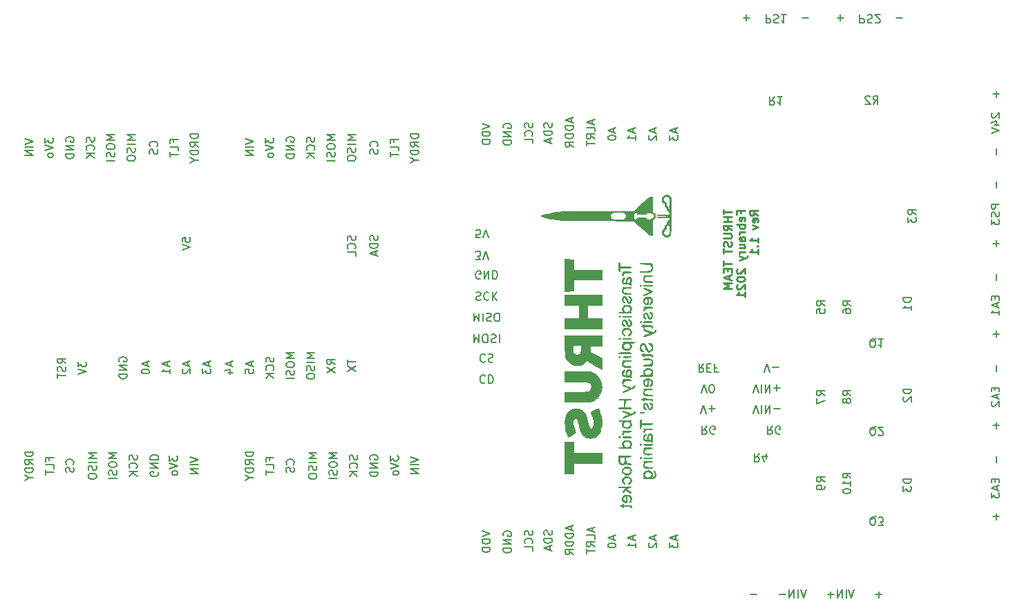
<source format=gbr>
G04 #@! TF.GenerationSoftware,KiCad,Pcbnew,(6.0.0)*
G04 #@! TF.CreationDate,2022-12-30T16:33:39+01:00*
G04 #@! TF.ProjectId,Test Stand PCB,54657374-2053-4746-916e-64205043422e,rev?*
G04 #@! TF.SameCoordinates,Original*
G04 #@! TF.FileFunction,Legend,Bot*
G04 #@! TF.FilePolarity,Positive*
%FSLAX46Y46*%
G04 Gerber Fmt 4.6, Leading zero omitted, Abs format (unit mm)*
G04 Created by KiCad (PCBNEW (6.0.0)) date 2022-12-30 16:33:39*
%MOMM*%
%LPD*%
G01*
G04 APERTURE LIST*
%ADD10C,0.150000*%
%ADD11C,0.250000*%
%ADD12C,0.010000*%
G04 APERTURE END LIST*
D10*
X156311666Y-49187380D02*
X156645000Y-48711190D01*
X156883095Y-49187380D02*
X156883095Y-48187380D01*
X156502142Y-48187380D01*
X156406904Y-48235000D01*
X156359285Y-48282619D01*
X156311666Y-48377857D01*
X156311666Y-48520714D01*
X156359285Y-48615952D01*
X156406904Y-48663571D01*
X156502142Y-48711190D01*
X156883095Y-48711190D01*
X155930714Y-48282619D02*
X155883095Y-48235000D01*
X155787857Y-48187380D01*
X155549761Y-48187380D01*
X155454523Y-48235000D01*
X155406904Y-48282619D01*
X155359285Y-48377857D01*
X155359285Y-48473095D01*
X155406904Y-48615952D01*
X155978333Y-49187380D01*
X155359285Y-49187380D01*
X144228333Y-48282619D02*
X143895000Y-48758809D01*
X143656904Y-48282619D02*
X143656904Y-49282619D01*
X144037857Y-49282619D01*
X144133095Y-49235000D01*
X144180714Y-49187380D01*
X144228333Y-49092142D01*
X144228333Y-48949285D01*
X144180714Y-48854047D01*
X144133095Y-48806428D01*
X144037857Y-48758809D01*
X143656904Y-48758809D01*
X145180714Y-48282619D02*
X144609285Y-48282619D01*
X144895000Y-48282619D02*
X144895000Y-49282619D01*
X144799761Y-49139761D01*
X144704523Y-49044523D01*
X144609285Y-48996904D01*
X171406428Y-47590238D02*
X171406428Y-48352142D01*
X171787380Y-47971190D02*
X171025476Y-47971190D01*
X170882619Y-50304523D02*
X170835000Y-50352142D01*
X170787380Y-50447380D01*
X170787380Y-50685476D01*
X170835000Y-50780714D01*
X170882619Y-50828333D01*
X170977857Y-50875952D01*
X171073095Y-50875952D01*
X171215952Y-50828333D01*
X171787380Y-50256904D01*
X171787380Y-50875952D01*
X171120714Y-51733095D02*
X171787380Y-51733095D01*
X170739761Y-51495000D02*
X171454047Y-51256904D01*
X171454047Y-51875952D01*
X170787380Y-52114047D02*
X171787380Y-52447380D01*
X170787380Y-52780714D01*
X171406428Y-54637857D02*
X171406428Y-55399761D01*
X157382619Y-109366428D02*
X156620714Y-109366428D01*
X157001666Y-109747380D02*
X157001666Y-108985476D01*
X154001666Y-108747380D02*
X153668333Y-109747380D01*
X153335000Y-108747380D01*
X153001666Y-109747380D02*
X153001666Y-108747380D01*
X152525476Y-109747380D02*
X152525476Y-108747380D01*
X151954047Y-109747380D01*
X151954047Y-108747380D01*
X151477857Y-109366428D02*
X150715952Y-109366428D01*
X151096904Y-109747380D02*
X151096904Y-108985476D01*
X148096904Y-108747380D02*
X147763571Y-109747380D01*
X147430238Y-108747380D01*
X147096904Y-109747380D02*
X147096904Y-108747380D01*
X146620714Y-109747380D02*
X146620714Y-108747380D01*
X146049285Y-109747380D01*
X146049285Y-108747380D01*
X145573095Y-109366428D02*
X144811190Y-109366428D01*
X142049285Y-109366428D02*
X141287380Y-109366428D01*
X171406428Y-92414047D02*
X171406428Y-93175952D01*
X171263571Y-95175952D02*
X171263571Y-95509285D01*
X171787380Y-95652142D02*
X171787380Y-95175952D01*
X170787380Y-95175952D01*
X170787380Y-95652142D01*
X171501666Y-96033095D02*
X171501666Y-96509285D01*
X171787380Y-95937857D02*
X170787380Y-96271190D01*
X171787380Y-96604523D01*
X170787380Y-96842619D02*
X170787380Y-97461666D01*
X171168333Y-97128333D01*
X171168333Y-97271190D01*
X171215952Y-97366428D01*
X171263571Y-97414047D01*
X171358809Y-97461666D01*
X171596904Y-97461666D01*
X171692142Y-97414047D01*
X171739761Y-97366428D01*
X171787380Y-97271190D01*
X171787380Y-96985476D01*
X171739761Y-96890238D01*
X171692142Y-96842619D01*
X171406428Y-99414047D02*
X171406428Y-100175952D01*
X171787380Y-99795000D02*
X171025476Y-99795000D01*
X171406428Y-81214047D02*
X171406428Y-81975952D01*
X171263571Y-83975952D02*
X171263571Y-84309285D01*
X171787380Y-84452142D02*
X171787380Y-83975952D01*
X170787380Y-83975952D01*
X170787380Y-84452142D01*
X171501666Y-84833095D02*
X171501666Y-85309285D01*
X171787380Y-84737857D02*
X170787380Y-85071190D01*
X171787380Y-85404523D01*
X170882619Y-85690238D02*
X170835000Y-85737857D01*
X170787380Y-85833095D01*
X170787380Y-86071190D01*
X170835000Y-86166428D01*
X170882619Y-86214047D01*
X170977857Y-86261666D01*
X171073095Y-86261666D01*
X171215952Y-86214047D01*
X171787380Y-85642619D01*
X171787380Y-86261666D01*
X171406428Y-88214047D02*
X171406428Y-88975952D01*
X171787380Y-88595000D02*
X171025476Y-88595000D01*
X171406428Y-70014047D02*
X171406428Y-70775952D01*
X171263571Y-72775952D02*
X171263571Y-73109285D01*
X171787380Y-73252142D02*
X171787380Y-72775952D01*
X170787380Y-72775952D01*
X170787380Y-73252142D01*
X171501666Y-73633095D02*
X171501666Y-74109285D01*
X171787380Y-73537857D02*
X170787380Y-73871190D01*
X171787380Y-74204523D01*
X171787380Y-75061666D02*
X171787380Y-74490238D01*
X171787380Y-74775952D02*
X170787380Y-74775952D01*
X170930238Y-74680714D01*
X171025476Y-74585476D01*
X171073095Y-74490238D01*
X171406428Y-77014047D02*
X171406428Y-77775952D01*
X171787380Y-77395000D02*
X171025476Y-77395000D01*
X171406428Y-58718809D02*
X171406428Y-59480714D01*
X171787380Y-61480714D02*
X170787380Y-61480714D01*
X170787380Y-61861666D01*
X170835000Y-61956904D01*
X170882619Y-62004523D01*
X170977857Y-62052142D01*
X171120714Y-62052142D01*
X171215952Y-62004523D01*
X171263571Y-61956904D01*
X171311190Y-61861666D01*
X171311190Y-61480714D01*
X171739761Y-62433095D02*
X171787380Y-62575952D01*
X171787380Y-62814047D01*
X171739761Y-62909285D01*
X171692142Y-62956904D01*
X171596904Y-63004523D01*
X171501666Y-63004523D01*
X171406428Y-62956904D01*
X171358809Y-62909285D01*
X171311190Y-62814047D01*
X171263571Y-62623571D01*
X171215952Y-62528333D01*
X171168333Y-62480714D01*
X171073095Y-62433095D01*
X170977857Y-62433095D01*
X170882619Y-62480714D01*
X170835000Y-62528333D01*
X170787380Y-62623571D01*
X170787380Y-62861666D01*
X170835000Y-63004523D01*
X170787380Y-63337857D02*
X170787380Y-63956904D01*
X171168333Y-63623571D01*
X171168333Y-63766428D01*
X171215952Y-63861666D01*
X171263571Y-63909285D01*
X171358809Y-63956904D01*
X171596904Y-63956904D01*
X171692142Y-63909285D01*
X171739761Y-63861666D01*
X171787380Y-63766428D01*
X171787380Y-63480714D01*
X171739761Y-63385476D01*
X171692142Y-63337857D01*
X171406428Y-65909285D02*
X171406428Y-66671190D01*
X171787380Y-66290238D02*
X171025476Y-66290238D01*
X151918809Y-38623571D02*
X152680714Y-38623571D01*
X152299761Y-38242619D02*
X152299761Y-39004523D01*
X154680714Y-38242619D02*
X154680714Y-39242619D01*
X155061666Y-39242619D01*
X155156904Y-39195000D01*
X155204523Y-39147380D01*
X155252142Y-39052142D01*
X155252142Y-38909285D01*
X155204523Y-38814047D01*
X155156904Y-38766428D01*
X155061666Y-38718809D01*
X154680714Y-38718809D01*
X155633095Y-38290238D02*
X155775952Y-38242619D01*
X156014047Y-38242619D01*
X156109285Y-38290238D01*
X156156904Y-38337857D01*
X156204523Y-38433095D01*
X156204523Y-38528333D01*
X156156904Y-38623571D01*
X156109285Y-38671190D01*
X156014047Y-38718809D01*
X155823571Y-38766428D01*
X155728333Y-38814047D01*
X155680714Y-38861666D01*
X155633095Y-38956904D01*
X155633095Y-39052142D01*
X155680714Y-39147380D01*
X155728333Y-39195000D01*
X155823571Y-39242619D01*
X156061666Y-39242619D01*
X156204523Y-39195000D01*
X156585476Y-39147380D02*
X156633095Y-39195000D01*
X156728333Y-39242619D01*
X156966428Y-39242619D01*
X157061666Y-39195000D01*
X157109285Y-39147380D01*
X157156904Y-39052142D01*
X157156904Y-38956904D01*
X157109285Y-38814047D01*
X156537857Y-38242619D01*
X157156904Y-38242619D01*
X159109285Y-38623571D02*
X159871190Y-38623571D01*
X140418809Y-38623571D02*
X141180714Y-38623571D01*
X140799761Y-38242619D02*
X140799761Y-39004523D01*
X143180714Y-38242619D02*
X143180714Y-39242619D01*
X143561666Y-39242619D01*
X143656904Y-39195000D01*
X143704523Y-39147380D01*
X143752142Y-39052142D01*
X143752142Y-38909285D01*
X143704523Y-38814047D01*
X143656904Y-38766428D01*
X143561666Y-38718809D01*
X143180714Y-38718809D01*
X144133095Y-38290238D02*
X144275952Y-38242619D01*
X144514047Y-38242619D01*
X144609285Y-38290238D01*
X144656904Y-38337857D01*
X144704523Y-38433095D01*
X144704523Y-38528333D01*
X144656904Y-38623571D01*
X144609285Y-38671190D01*
X144514047Y-38718809D01*
X144323571Y-38766428D01*
X144228333Y-38814047D01*
X144180714Y-38861666D01*
X144133095Y-38956904D01*
X144133095Y-39052142D01*
X144180714Y-39147380D01*
X144228333Y-39195000D01*
X144323571Y-39242619D01*
X144561666Y-39242619D01*
X144704523Y-39195000D01*
X145656904Y-38242619D02*
X145085476Y-38242619D01*
X145371190Y-38242619D02*
X145371190Y-39242619D01*
X145275952Y-39099761D01*
X145180714Y-39004523D01*
X145085476Y-38956904D01*
X147609285Y-38623571D02*
X148371190Y-38623571D01*
X132101666Y-52180714D02*
X132101666Y-52656904D01*
X132387380Y-52085476D02*
X131387380Y-52418809D01*
X132387380Y-52752142D01*
X131387380Y-52990238D02*
X131387380Y-53609285D01*
X131768333Y-53275952D01*
X131768333Y-53418809D01*
X131815952Y-53514047D01*
X131863571Y-53561666D01*
X131958809Y-53609285D01*
X132196904Y-53609285D01*
X132292142Y-53561666D01*
X132339761Y-53514047D01*
X132387380Y-53418809D01*
X132387380Y-53133095D01*
X132339761Y-53037857D01*
X132292142Y-52990238D01*
X111035000Y-52133095D02*
X110987380Y-52037857D01*
X110987380Y-51895000D01*
X111035000Y-51752142D01*
X111130238Y-51656904D01*
X111225476Y-51609285D01*
X111415952Y-51561666D01*
X111558809Y-51561666D01*
X111749285Y-51609285D01*
X111844523Y-51656904D01*
X111939761Y-51752142D01*
X111987380Y-51895000D01*
X111987380Y-51990238D01*
X111939761Y-52133095D01*
X111892142Y-52180714D01*
X111558809Y-52180714D01*
X111558809Y-51990238D01*
X111987380Y-52609285D02*
X110987380Y-52609285D01*
X111987380Y-53180714D01*
X110987380Y-53180714D01*
X111987380Y-53656904D02*
X110987380Y-53656904D01*
X110987380Y-53895000D01*
X111035000Y-54037857D01*
X111130238Y-54133095D01*
X111225476Y-54180714D01*
X111415952Y-54228333D01*
X111558809Y-54228333D01*
X111749285Y-54180714D01*
X111844523Y-54133095D01*
X111939761Y-54037857D01*
X111987380Y-53895000D01*
X111987380Y-53656904D01*
X119301666Y-50956904D02*
X119301666Y-51433095D01*
X119587380Y-50861666D02*
X118587380Y-51195000D01*
X119587380Y-51528333D01*
X119587380Y-51861666D02*
X118587380Y-51861666D01*
X118587380Y-52099761D01*
X118635000Y-52242619D01*
X118730238Y-52337857D01*
X118825476Y-52385476D01*
X119015952Y-52433095D01*
X119158809Y-52433095D01*
X119349285Y-52385476D01*
X119444523Y-52337857D01*
X119539761Y-52242619D01*
X119587380Y-52099761D01*
X119587380Y-51861666D01*
X119587380Y-52861666D02*
X118587380Y-52861666D01*
X118587380Y-53099761D01*
X118635000Y-53242619D01*
X118730238Y-53337857D01*
X118825476Y-53385476D01*
X119015952Y-53433095D01*
X119158809Y-53433095D01*
X119349285Y-53385476D01*
X119444523Y-53337857D01*
X119539761Y-53242619D01*
X119587380Y-53099761D01*
X119587380Y-52861666D01*
X119587380Y-54433095D02*
X119111190Y-54099761D01*
X119587380Y-53861666D02*
X118587380Y-53861666D01*
X118587380Y-54242619D01*
X118635000Y-54337857D01*
X118682619Y-54385476D01*
X118777857Y-54433095D01*
X118920714Y-54433095D01*
X119015952Y-54385476D01*
X119063571Y-54337857D01*
X119111190Y-54242619D01*
X119111190Y-53861666D01*
X114539761Y-51504523D02*
X114587380Y-51647380D01*
X114587380Y-51885476D01*
X114539761Y-51980714D01*
X114492142Y-52028333D01*
X114396904Y-52075952D01*
X114301666Y-52075952D01*
X114206428Y-52028333D01*
X114158809Y-51980714D01*
X114111190Y-51885476D01*
X114063571Y-51695000D01*
X114015952Y-51599761D01*
X113968333Y-51552142D01*
X113873095Y-51504523D01*
X113777857Y-51504523D01*
X113682619Y-51552142D01*
X113635000Y-51599761D01*
X113587380Y-51695000D01*
X113587380Y-51933095D01*
X113635000Y-52075952D01*
X114492142Y-53075952D02*
X114539761Y-53028333D01*
X114587380Y-52885476D01*
X114587380Y-52790238D01*
X114539761Y-52647380D01*
X114444523Y-52552142D01*
X114349285Y-52504523D01*
X114158809Y-52456904D01*
X114015952Y-52456904D01*
X113825476Y-52504523D01*
X113730238Y-52552142D01*
X113635000Y-52647380D01*
X113587380Y-52790238D01*
X113587380Y-52885476D01*
X113635000Y-53028333D01*
X113682619Y-53075952D01*
X114587380Y-53980714D02*
X114587380Y-53504523D01*
X113587380Y-53504523D01*
X124501666Y-52180714D02*
X124501666Y-52656904D01*
X124787380Y-52085476D02*
X123787380Y-52418809D01*
X124787380Y-52752142D01*
X123787380Y-53275952D02*
X123787380Y-53371190D01*
X123835000Y-53466428D01*
X123882619Y-53514047D01*
X123977857Y-53561666D01*
X124168333Y-53609285D01*
X124406428Y-53609285D01*
X124596904Y-53561666D01*
X124692142Y-53514047D01*
X124739761Y-53466428D01*
X124787380Y-53371190D01*
X124787380Y-53275952D01*
X124739761Y-53180714D01*
X124692142Y-53133095D01*
X124596904Y-53085476D01*
X124406428Y-53037857D01*
X124168333Y-53037857D01*
X123977857Y-53085476D01*
X123882619Y-53133095D01*
X123835000Y-53180714D01*
X123787380Y-53275952D01*
X129501666Y-52180714D02*
X129501666Y-52656904D01*
X129787380Y-52085476D02*
X128787380Y-52418809D01*
X129787380Y-52752142D01*
X128882619Y-53037857D02*
X128835000Y-53085476D01*
X128787380Y-53180714D01*
X128787380Y-53418809D01*
X128835000Y-53514047D01*
X128882619Y-53561666D01*
X128977857Y-53609285D01*
X129073095Y-53609285D01*
X129215952Y-53561666D01*
X129787380Y-52990238D01*
X129787380Y-53609285D01*
X108387380Y-51561666D02*
X109387380Y-51895000D01*
X108387380Y-52228333D01*
X109387380Y-52561666D02*
X108387380Y-52561666D01*
X108387380Y-52799761D01*
X108435000Y-52942619D01*
X108530238Y-53037857D01*
X108625476Y-53085476D01*
X108815952Y-53133095D01*
X108958809Y-53133095D01*
X109149285Y-53085476D01*
X109244523Y-53037857D01*
X109339761Y-52942619D01*
X109387380Y-52799761D01*
X109387380Y-52561666D01*
X109387380Y-53561666D02*
X108387380Y-53561666D01*
X108387380Y-53799761D01*
X108435000Y-53942619D01*
X108530238Y-54037857D01*
X108625476Y-54085476D01*
X108815952Y-54133095D01*
X108958809Y-54133095D01*
X109149285Y-54085476D01*
X109244523Y-54037857D01*
X109339761Y-53942619D01*
X109387380Y-53799761D01*
X109387380Y-53561666D01*
X121901666Y-51171190D02*
X121901666Y-51647380D01*
X122187380Y-51075952D02*
X121187380Y-51409285D01*
X122187380Y-51742619D01*
X122187380Y-52552142D02*
X122187380Y-52075952D01*
X121187380Y-52075952D01*
X122187380Y-53456904D02*
X121711190Y-53123571D01*
X122187380Y-52885476D02*
X121187380Y-52885476D01*
X121187380Y-53266428D01*
X121235000Y-53361666D01*
X121282619Y-53409285D01*
X121377857Y-53456904D01*
X121520714Y-53456904D01*
X121615952Y-53409285D01*
X121663571Y-53361666D01*
X121711190Y-53266428D01*
X121711190Y-52885476D01*
X121187380Y-53742619D02*
X121187380Y-54314047D01*
X122187380Y-54028333D02*
X121187380Y-54028333D01*
X126901666Y-52180714D02*
X126901666Y-52656904D01*
X127187380Y-52085476D02*
X126187380Y-52418809D01*
X127187380Y-52752142D01*
X127187380Y-53609285D02*
X127187380Y-53037857D01*
X127187380Y-53323571D02*
X126187380Y-53323571D01*
X126330238Y-53228333D01*
X126425476Y-53133095D01*
X126473095Y-53037857D01*
X116939761Y-51480714D02*
X116987380Y-51623571D01*
X116987380Y-51861666D01*
X116939761Y-51956904D01*
X116892142Y-52004523D01*
X116796904Y-52052142D01*
X116701666Y-52052142D01*
X116606428Y-52004523D01*
X116558809Y-51956904D01*
X116511190Y-51861666D01*
X116463571Y-51671190D01*
X116415952Y-51575952D01*
X116368333Y-51528333D01*
X116273095Y-51480714D01*
X116177857Y-51480714D01*
X116082619Y-51528333D01*
X116035000Y-51575952D01*
X115987380Y-51671190D01*
X115987380Y-51909285D01*
X116035000Y-52052142D01*
X116987380Y-52480714D02*
X115987380Y-52480714D01*
X115987380Y-52718809D01*
X116035000Y-52861666D01*
X116130238Y-52956904D01*
X116225476Y-53004523D01*
X116415952Y-53052142D01*
X116558809Y-53052142D01*
X116749285Y-53004523D01*
X116844523Y-52956904D01*
X116939761Y-52861666D01*
X116987380Y-52718809D01*
X116987380Y-52480714D01*
X116701666Y-53433095D02*
X116701666Y-53909285D01*
X116987380Y-53337857D02*
X115987380Y-53671190D01*
X116987380Y-54004523D01*
X132101666Y-102180714D02*
X132101666Y-102656904D01*
X132387380Y-102085476D02*
X131387380Y-102418809D01*
X132387380Y-102752142D01*
X131387380Y-102990238D02*
X131387380Y-103609285D01*
X131768333Y-103275952D01*
X131768333Y-103418809D01*
X131815952Y-103514047D01*
X131863571Y-103561666D01*
X131958809Y-103609285D01*
X132196904Y-103609285D01*
X132292142Y-103561666D01*
X132339761Y-103514047D01*
X132387380Y-103418809D01*
X132387380Y-103133095D01*
X132339761Y-103037857D01*
X132292142Y-102990238D01*
X129501666Y-102180714D02*
X129501666Y-102656904D01*
X129787380Y-102085476D02*
X128787380Y-102418809D01*
X129787380Y-102752142D01*
X128882619Y-103037857D02*
X128835000Y-103085476D01*
X128787380Y-103180714D01*
X128787380Y-103418809D01*
X128835000Y-103514047D01*
X128882619Y-103561666D01*
X128977857Y-103609285D01*
X129073095Y-103609285D01*
X129215952Y-103561666D01*
X129787380Y-102990238D01*
X129787380Y-103609285D01*
X126901666Y-102180714D02*
X126901666Y-102656904D01*
X127187380Y-102085476D02*
X126187380Y-102418809D01*
X127187380Y-102752142D01*
X127187380Y-103609285D02*
X127187380Y-103037857D01*
X127187380Y-103323571D02*
X126187380Y-103323571D01*
X126330238Y-103228333D01*
X126425476Y-103133095D01*
X126473095Y-103037857D01*
X124501666Y-102180714D02*
X124501666Y-102656904D01*
X124787380Y-102085476D02*
X123787380Y-102418809D01*
X124787380Y-102752142D01*
X123787380Y-103275952D02*
X123787380Y-103371190D01*
X123835000Y-103466428D01*
X123882619Y-103514047D01*
X123977857Y-103561666D01*
X124168333Y-103609285D01*
X124406428Y-103609285D01*
X124596904Y-103561666D01*
X124692142Y-103514047D01*
X124739761Y-103466428D01*
X124787380Y-103371190D01*
X124787380Y-103275952D01*
X124739761Y-103180714D01*
X124692142Y-103133095D01*
X124596904Y-103085476D01*
X124406428Y-103037857D01*
X124168333Y-103037857D01*
X123977857Y-103085476D01*
X123882619Y-103133095D01*
X123835000Y-103180714D01*
X123787380Y-103275952D01*
X121901666Y-101171190D02*
X121901666Y-101647380D01*
X122187380Y-101075952D02*
X121187380Y-101409285D01*
X122187380Y-101742619D01*
X122187380Y-102552142D02*
X122187380Y-102075952D01*
X121187380Y-102075952D01*
X122187380Y-103456904D02*
X121711190Y-103123571D01*
X122187380Y-102885476D02*
X121187380Y-102885476D01*
X121187380Y-103266428D01*
X121235000Y-103361666D01*
X121282619Y-103409285D01*
X121377857Y-103456904D01*
X121520714Y-103456904D01*
X121615952Y-103409285D01*
X121663571Y-103361666D01*
X121711190Y-103266428D01*
X121711190Y-102885476D01*
X121187380Y-103742619D02*
X121187380Y-104314047D01*
X122187380Y-104028333D02*
X121187380Y-104028333D01*
X119301666Y-100956904D02*
X119301666Y-101433095D01*
X119587380Y-100861666D02*
X118587380Y-101195000D01*
X119587380Y-101528333D01*
X119587380Y-101861666D02*
X118587380Y-101861666D01*
X118587380Y-102099761D01*
X118635000Y-102242619D01*
X118730238Y-102337857D01*
X118825476Y-102385476D01*
X119015952Y-102433095D01*
X119158809Y-102433095D01*
X119349285Y-102385476D01*
X119444523Y-102337857D01*
X119539761Y-102242619D01*
X119587380Y-102099761D01*
X119587380Y-101861666D01*
X119587380Y-102861666D02*
X118587380Y-102861666D01*
X118587380Y-103099761D01*
X118635000Y-103242619D01*
X118730238Y-103337857D01*
X118825476Y-103385476D01*
X119015952Y-103433095D01*
X119158809Y-103433095D01*
X119349285Y-103385476D01*
X119444523Y-103337857D01*
X119539761Y-103242619D01*
X119587380Y-103099761D01*
X119587380Y-102861666D01*
X119587380Y-104433095D02*
X119111190Y-104099761D01*
X119587380Y-103861666D02*
X118587380Y-103861666D01*
X118587380Y-104242619D01*
X118635000Y-104337857D01*
X118682619Y-104385476D01*
X118777857Y-104433095D01*
X118920714Y-104433095D01*
X119015952Y-104385476D01*
X119063571Y-104337857D01*
X119111190Y-104242619D01*
X119111190Y-103861666D01*
X116939761Y-101480714D02*
X116987380Y-101623571D01*
X116987380Y-101861666D01*
X116939761Y-101956904D01*
X116892142Y-102004523D01*
X116796904Y-102052142D01*
X116701666Y-102052142D01*
X116606428Y-102004523D01*
X116558809Y-101956904D01*
X116511190Y-101861666D01*
X116463571Y-101671190D01*
X116415952Y-101575952D01*
X116368333Y-101528333D01*
X116273095Y-101480714D01*
X116177857Y-101480714D01*
X116082619Y-101528333D01*
X116035000Y-101575952D01*
X115987380Y-101671190D01*
X115987380Y-101909285D01*
X116035000Y-102052142D01*
X116987380Y-102480714D02*
X115987380Y-102480714D01*
X115987380Y-102718809D01*
X116035000Y-102861666D01*
X116130238Y-102956904D01*
X116225476Y-103004523D01*
X116415952Y-103052142D01*
X116558809Y-103052142D01*
X116749285Y-103004523D01*
X116844523Y-102956904D01*
X116939761Y-102861666D01*
X116987380Y-102718809D01*
X116987380Y-102480714D01*
X116701666Y-103433095D02*
X116701666Y-103909285D01*
X116987380Y-103337857D02*
X115987380Y-103671190D01*
X116987380Y-104004523D01*
X114539761Y-101504523D02*
X114587380Y-101647380D01*
X114587380Y-101885476D01*
X114539761Y-101980714D01*
X114492142Y-102028333D01*
X114396904Y-102075952D01*
X114301666Y-102075952D01*
X114206428Y-102028333D01*
X114158809Y-101980714D01*
X114111190Y-101885476D01*
X114063571Y-101695000D01*
X114015952Y-101599761D01*
X113968333Y-101552142D01*
X113873095Y-101504523D01*
X113777857Y-101504523D01*
X113682619Y-101552142D01*
X113635000Y-101599761D01*
X113587380Y-101695000D01*
X113587380Y-101933095D01*
X113635000Y-102075952D01*
X114492142Y-103075952D02*
X114539761Y-103028333D01*
X114587380Y-102885476D01*
X114587380Y-102790238D01*
X114539761Y-102647380D01*
X114444523Y-102552142D01*
X114349285Y-102504523D01*
X114158809Y-102456904D01*
X114015952Y-102456904D01*
X113825476Y-102504523D01*
X113730238Y-102552142D01*
X113635000Y-102647380D01*
X113587380Y-102790238D01*
X113587380Y-102885476D01*
X113635000Y-103028333D01*
X113682619Y-103075952D01*
X114587380Y-103980714D02*
X114587380Y-103504523D01*
X113587380Y-103504523D01*
X111035000Y-102133095D02*
X110987380Y-102037857D01*
X110987380Y-101895000D01*
X111035000Y-101752142D01*
X111130238Y-101656904D01*
X111225476Y-101609285D01*
X111415952Y-101561666D01*
X111558809Y-101561666D01*
X111749285Y-101609285D01*
X111844523Y-101656904D01*
X111939761Y-101752142D01*
X111987380Y-101895000D01*
X111987380Y-101990238D01*
X111939761Y-102133095D01*
X111892142Y-102180714D01*
X111558809Y-102180714D01*
X111558809Y-101990238D01*
X111987380Y-102609285D02*
X110987380Y-102609285D01*
X111987380Y-103180714D01*
X110987380Y-103180714D01*
X111987380Y-103656904D02*
X110987380Y-103656904D01*
X110987380Y-103895000D01*
X111035000Y-104037857D01*
X111130238Y-104133095D01*
X111225476Y-104180714D01*
X111415952Y-104228333D01*
X111558809Y-104228333D01*
X111749285Y-104180714D01*
X111844523Y-104133095D01*
X111939761Y-104037857D01*
X111987380Y-103895000D01*
X111987380Y-103656904D01*
X108387380Y-101561666D02*
X109387380Y-101895000D01*
X108387380Y-102228333D01*
X109387380Y-102561666D02*
X108387380Y-102561666D01*
X108387380Y-102799761D01*
X108435000Y-102942619D01*
X108530238Y-103037857D01*
X108625476Y-103085476D01*
X108815952Y-103133095D01*
X108958809Y-103133095D01*
X109149285Y-103085476D01*
X109244523Y-103037857D01*
X109339761Y-102942619D01*
X109387380Y-102799761D01*
X109387380Y-102561666D01*
X109387380Y-103561666D02*
X108387380Y-103561666D01*
X108387380Y-103799761D01*
X108435000Y-103942619D01*
X108530238Y-104037857D01*
X108625476Y-104085476D01*
X108815952Y-104133095D01*
X108958809Y-104133095D01*
X109149285Y-104085476D01*
X109244523Y-104037857D01*
X109339761Y-103942619D01*
X109387380Y-103799761D01*
X109387380Y-103561666D01*
X156639761Y-77947380D02*
X156544523Y-77995000D01*
X156449285Y-78090238D01*
X156306428Y-78233095D01*
X156211190Y-78280714D01*
X156115952Y-78280714D01*
X156163571Y-78042619D02*
X156068333Y-78090238D01*
X155973095Y-78185476D01*
X155925476Y-78375952D01*
X155925476Y-78709285D01*
X155973095Y-78899761D01*
X156068333Y-78995000D01*
X156163571Y-79042619D01*
X156354047Y-79042619D01*
X156449285Y-78995000D01*
X156544523Y-78899761D01*
X156592142Y-78709285D01*
X156592142Y-78375952D01*
X156544523Y-78185476D01*
X156449285Y-78090238D01*
X156354047Y-78042619D01*
X156163571Y-78042619D01*
X157544523Y-78042619D02*
X156973095Y-78042619D01*
X157258809Y-78042619D02*
X157258809Y-79042619D01*
X157163571Y-78899761D01*
X157068333Y-78804523D01*
X156973095Y-78756904D01*
X156639761Y-88747380D02*
X156544523Y-88795000D01*
X156449285Y-88890238D01*
X156306428Y-89033095D01*
X156211190Y-89080714D01*
X156115952Y-89080714D01*
X156163571Y-88842619D02*
X156068333Y-88890238D01*
X155973095Y-88985476D01*
X155925476Y-89175952D01*
X155925476Y-89509285D01*
X155973095Y-89699761D01*
X156068333Y-89795000D01*
X156163571Y-89842619D01*
X156354047Y-89842619D01*
X156449285Y-89795000D01*
X156544523Y-89699761D01*
X156592142Y-89509285D01*
X156592142Y-89175952D01*
X156544523Y-88985476D01*
X156449285Y-88890238D01*
X156354047Y-88842619D01*
X156163571Y-88842619D01*
X156973095Y-89747380D02*
X157020714Y-89795000D01*
X157115952Y-89842619D01*
X157354047Y-89842619D01*
X157449285Y-89795000D01*
X157496904Y-89747380D01*
X157544523Y-89652142D01*
X157544523Y-89556904D01*
X157496904Y-89414047D01*
X156925476Y-88842619D01*
X157544523Y-88842619D01*
X156639761Y-99747380D02*
X156544523Y-99795000D01*
X156449285Y-99890238D01*
X156306428Y-100033095D01*
X156211190Y-100080714D01*
X156115952Y-100080714D01*
X156163571Y-99842619D02*
X156068333Y-99890238D01*
X155973095Y-99985476D01*
X155925476Y-100175952D01*
X155925476Y-100509285D01*
X155973095Y-100699761D01*
X156068333Y-100795000D01*
X156163571Y-100842619D01*
X156354047Y-100842619D01*
X156449285Y-100795000D01*
X156544523Y-100699761D01*
X156592142Y-100509285D01*
X156592142Y-100175952D01*
X156544523Y-99985476D01*
X156449285Y-99890238D01*
X156354047Y-99842619D01*
X156163571Y-99842619D01*
X156925476Y-100842619D02*
X157544523Y-100842619D01*
X157211190Y-100461666D01*
X157354047Y-100461666D01*
X157449285Y-100414047D01*
X157496904Y-100366428D01*
X157544523Y-100271190D01*
X157544523Y-100033095D01*
X157496904Y-99937857D01*
X157449285Y-99890238D01*
X157354047Y-99842619D01*
X157068333Y-99842619D01*
X156973095Y-99890238D01*
X156925476Y-99937857D01*
X161587380Y-62728333D02*
X161111190Y-62395000D01*
X161587380Y-62156904D02*
X160587380Y-62156904D01*
X160587380Y-62537857D01*
X160635000Y-62633095D01*
X160682619Y-62680714D01*
X160777857Y-62728333D01*
X160920714Y-62728333D01*
X161015952Y-62680714D01*
X161063571Y-62633095D01*
X161111190Y-62537857D01*
X161111190Y-62156904D01*
X160587380Y-63061666D02*
X160587380Y-63680714D01*
X160968333Y-63347380D01*
X160968333Y-63490238D01*
X161015952Y-63585476D01*
X161063571Y-63633095D01*
X161158809Y-63680714D01*
X161396904Y-63680714D01*
X161492142Y-63633095D01*
X161539761Y-63585476D01*
X161587380Y-63490238D01*
X161587380Y-63204523D01*
X161539761Y-63109285D01*
X161492142Y-63061666D01*
X160987380Y-72956904D02*
X159987380Y-72956904D01*
X159987380Y-73195000D01*
X160035000Y-73337857D01*
X160130238Y-73433095D01*
X160225476Y-73480714D01*
X160415952Y-73528333D01*
X160558809Y-73528333D01*
X160749285Y-73480714D01*
X160844523Y-73433095D01*
X160939761Y-73337857D01*
X160987380Y-73195000D01*
X160987380Y-72956904D01*
X160987380Y-74480714D02*
X160987380Y-73909285D01*
X160987380Y-74195000D02*
X159987380Y-74195000D01*
X160130238Y-74099761D01*
X160225476Y-74004523D01*
X160273095Y-73909285D01*
X153587380Y-73928333D02*
X153111190Y-73595000D01*
X153587380Y-73356904D02*
X152587380Y-73356904D01*
X152587380Y-73737857D01*
X152635000Y-73833095D01*
X152682619Y-73880714D01*
X152777857Y-73928333D01*
X152920714Y-73928333D01*
X153015952Y-73880714D01*
X153063571Y-73833095D01*
X153111190Y-73737857D01*
X153111190Y-73356904D01*
X152587380Y-74785476D02*
X152587380Y-74595000D01*
X152635000Y-74499761D01*
X152682619Y-74452142D01*
X152825476Y-74356904D01*
X153015952Y-74309285D01*
X153396904Y-74309285D01*
X153492142Y-74356904D01*
X153539761Y-74404523D01*
X153587380Y-74499761D01*
X153587380Y-74690238D01*
X153539761Y-74785476D01*
X153492142Y-74833095D01*
X153396904Y-74880714D01*
X153158809Y-74880714D01*
X153063571Y-74833095D01*
X153015952Y-74785476D01*
X152968333Y-74690238D01*
X152968333Y-74499761D01*
X153015952Y-74404523D01*
X153063571Y-74356904D01*
X153158809Y-74309285D01*
X150387380Y-73928333D02*
X149911190Y-73595000D01*
X150387380Y-73356904D02*
X149387380Y-73356904D01*
X149387380Y-73737857D01*
X149435000Y-73833095D01*
X149482619Y-73880714D01*
X149577857Y-73928333D01*
X149720714Y-73928333D01*
X149815952Y-73880714D01*
X149863571Y-73833095D01*
X149911190Y-73737857D01*
X149911190Y-73356904D01*
X149387380Y-74833095D02*
X149387380Y-74356904D01*
X149863571Y-74309285D01*
X149815952Y-74356904D01*
X149768333Y-74452142D01*
X149768333Y-74690238D01*
X149815952Y-74785476D01*
X149863571Y-74833095D01*
X149958809Y-74880714D01*
X150196904Y-74880714D01*
X150292142Y-74833095D01*
X150339761Y-74785476D01*
X150387380Y-74690238D01*
X150387380Y-74452142D01*
X150339761Y-74356904D01*
X150292142Y-74309285D01*
X160987380Y-84156904D02*
X159987380Y-84156904D01*
X159987380Y-84395000D01*
X160035000Y-84537857D01*
X160130238Y-84633095D01*
X160225476Y-84680714D01*
X160415952Y-84728333D01*
X160558809Y-84728333D01*
X160749285Y-84680714D01*
X160844523Y-84633095D01*
X160939761Y-84537857D01*
X160987380Y-84395000D01*
X160987380Y-84156904D01*
X160082619Y-85109285D02*
X160035000Y-85156904D01*
X159987380Y-85252142D01*
X159987380Y-85490238D01*
X160035000Y-85585476D01*
X160082619Y-85633095D01*
X160177857Y-85680714D01*
X160273095Y-85680714D01*
X160415952Y-85633095D01*
X160987380Y-85061666D01*
X160987380Y-85680714D01*
X153587380Y-84928333D02*
X153111190Y-84595000D01*
X153587380Y-84356904D02*
X152587380Y-84356904D01*
X152587380Y-84737857D01*
X152635000Y-84833095D01*
X152682619Y-84880714D01*
X152777857Y-84928333D01*
X152920714Y-84928333D01*
X153015952Y-84880714D01*
X153063571Y-84833095D01*
X153111190Y-84737857D01*
X153111190Y-84356904D01*
X153015952Y-85499761D02*
X152968333Y-85404523D01*
X152920714Y-85356904D01*
X152825476Y-85309285D01*
X152777857Y-85309285D01*
X152682619Y-85356904D01*
X152635000Y-85404523D01*
X152587380Y-85499761D01*
X152587380Y-85690238D01*
X152635000Y-85785476D01*
X152682619Y-85833095D01*
X152777857Y-85880714D01*
X152825476Y-85880714D01*
X152920714Y-85833095D01*
X152968333Y-85785476D01*
X153015952Y-85690238D01*
X153015952Y-85499761D01*
X153063571Y-85404523D01*
X153111190Y-85356904D01*
X153206428Y-85309285D01*
X153396904Y-85309285D01*
X153492142Y-85356904D01*
X153539761Y-85404523D01*
X153587380Y-85499761D01*
X153587380Y-85690238D01*
X153539761Y-85785476D01*
X153492142Y-85833095D01*
X153396904Y-85880714D01*
X153206428Y-85880714D01*
X153111190Y-85833095D01*
X153063571Y-85785476D01*
X153015952Y-85690238D01*
X150387380Y-84928333D02*
X149911190Y-84595000D01*
X150387380Y-84356904D02*
X149387380Y-84356904D01*
X149387380Y-84737857D01*
X149435000Y-84833095D01*
X149482619Y-84880714D01*
X149577857Y-84928333D01*
X149720714Y-84928333D01*
X149815952Y-84880714D01*
X149863571Y-84833095D01*
X149911190Y-84737857D01*
X149911190Y-84356904D01*
X149387380Y-85261666D02*
X149387380Y-85928333D01*
X150387380Y-85499761D01*
X160987380Y-95156904D02*
X159987380Y-95156904D01*
X159987380Y-95395000D01*
X160035000Y-95537857D01*
X160130238Y-95633095D01*
X160225476Y-95680714D01*
X160415952Y-95728333D01*
X160558809Y-95728333D01*
X160749285Y-95680714D01*
X160844523Y-95633095D01*
X160939761Y-95537857D01*
X160987380Y-95395000D01*
X160987380Y-95156904D01*
X159987380Y-96061666D02*
X159987380Y-96680714D01*
X160368333Y-96347380D01*
X160368333Y-96490238D01*
X160415952Y-96585476D01*
X160463571Y-96633095D01*
X160558809Y-96680714D01*
X160796904Y-96680714D01*
X160892142Y-96633095D01*
X160939761Y-96585476D01*
X160987380Y-96490238D01*
X160987380Y-96204523D01*
X160939761Y-96109285D01*
X160892142Y-96061666D01*
X153587380Y-95052142D02*
X153111190Y-94718809D01*
X153587380Y-94480714D02*
X152587380Y-94480714D01*
X152587380Y-94861666D01*
X152635000Y-94956904D01*
X152682619Y-95004523D01*
X152777857Y-95052142D01*
X152920714Y-95052142D01*
X153015952Y-95004523D01*
X153063571Y-94956904D01*
X153111190Y-94861666D01*
X153111190Y-94480714D01*
X153587380Y-96004523D02*
X153587380Y-95433095D01*
X153587380Y-95718809D02*
X152587380Y-95718809D01*
X152730238Y-95623571D01*
X152825476Y-95528333D01*
X152873095Y-95433095D01*
X152587380Y-96623571D02*
X152587380Y-96718809D01*
X152635000Y-96814047D01*
X152682619Y-96861666D01*
X152777857Y-96909285D01*
X152968333Y-96956904D01*
X153206428Y-96956904D01*
X153396904Y-96909285D01*
X153492142Y-96861666D01*
X153539761Y-96814047D01*
X153587380Y-96718809D01*
X153587380Y-96623571D01*
X153539761Y-96528333D01*
X153492142Y-96480714D01*
X153396904Y-96433095D01*
X153206428Y-96385476D01*
X152968333Y-96385476D01*
X152777857Y-96433095D01*
X152682619Y-96480714D01*
X152635000Y-96528333D01*
X152587380Y-96623571D01*
X150387380Y-95528333D02*
X149911190Y-95195000D01*
X150387380Y-94956904D02*
X149387380Y-94956904D01*
X149387380Y-95337857D01*
X149435000Y-95433095D01*
X149482619Y-95480714D01*
X149577857Y-95528333D01*
X149720714Y-95528333D01*
X149815952Y-95480714D01*
X149863571Y-95433095D01*
X149911190Y-95337857D01*
X149911190Y-94956904D01*
X150387380Y-96004523D02*
X150387380Y-96195000D01*
X150339761Y-96290238D01*
X150292142Y-96337857D01*
X150149285Y-96433095D01*
X149958809Y-96480714D01*
X149577857Y-96480714D01*
X149482619Y-96433095D01*
X149435000Y-96385476D01*
X149387380Y-96290238D01*
X149387380Y-96099761D01*
X149435000Y-96004523D01*
X149482619Y-95956904D01*
X149577857Y-95909285D01*
X149815952Y-95909285D01*
X149911190Y-95956904D01*
X149958809Y-96004523D01*
X150006428Y-96099761D01*
X150006428Y-96290238D01*
X149958809Y-96385476D01*
X149911190Y-96433095D01*
X149815952Y-96480714D01*
X142368333Y-92042619D02*
X142035000Y-92518809D01*
X141796904Y-92042619D02*
X141796904Y-93042619D01*
X142177857Y-93042619D01*
X142273095Y-92995000D01*
X142320714Y-92947380D01*
X142368333Y-92852142D01*
X142368333Y-92709285D01*
X142320714Y-92614047D01*
X142273095Y-92566428D01*
X142177857Y-92518809D01*
X141796904Y-92518809D01*
X143225476Y-92709285D02*
X143225476Y-92042619D01*
X142987380Y-93090238D02*
X142749285Y-92375952D01*
X143368333Y-92375952D01*
X108744523Y-82537857D02*
X108696904Y-82490238D01*
X108554047Y-82442619D01*
X108458809Y-82442619D01*
X108315952Y-82490238D01*
X108220714Y-82585476D01*
X108173095Y-82680714D01*
X108125476Y-82871190D01*
X108125476Y-83014047D01*
X108173095Y-83204523D01*
X108220714Y-83299761D01*
X108315952Y-83395000D01*
X108458809Y-83442619D01*
X108554047Y-83442619D01*
X108696904Y-83395000D01*
X108744523Y-83347380D01*
X109173095Y-82442619D02*
X109173095Y-83442619D01*
X109411190Y-83442619D01*
X109554047Y-83395000D01*
X109649285Y-83299761D01*
X109696904Y-83204523D01*
X109744523Y-83014047D01*
X109744523Y-82871190D01*
X109696904Y-82680714D01*
X109649285Y-82585476D01*
X109554047Y-82490238D01*
X109411190Y-82442619D01*
X109173095Y-82442619D01*
X108768333Y-79937857D02*
X108720714Y-79890238D01*
X108577857Y-79842619D01*
X108482619Y-79842619D01*
X108339761Y-79890238D01*
X108244523Y-79985476D01*
X108196904Y-80080714D01*
X108149285Y-80271190D01*
X108149285Y-80414047D01*
X108196904Y-80604523D01*
X108244523Y-80699761D01*
X108339761Y-80795000D01*
X108482619Y-80842619D01*
X108577857Y-80842619D01*
X108720714Y-80795000D01*
X108768333Y-80747380D01*
X109149285Y-79890238D02*
X109292142Y-79842619D01*
X109530238Y-79842619D01*
X109625476Y-79890238D01*
X109673095Y-79937857D01*
X109720714Y-80033095D01*
X109720714Y-80128333D01*
X109673095Y-80223571D01*
X109625476Y-80271190D01*
X109530238Y-80318809D01*
X109339761Y-80366428D01*
X109244523Y-80414047D01*
X109196904Y-80461666D01*
X109149285Y-80556904D01*
X109149285Y-80652142D01*
X109196904Y-80747380D01*
X109244523Y-80795000D01*
X109339761Y-80842619D01*
X109577857Y-80842619D01*
X109720714Y-80795000D01*
X107363571Y-77442619D02*
X107363571Y-78442619D01*
X107696904Y-77728333D01*
X108030238Y-78442619D01*
X108030238Y-77442619D01*
X108696904Y-78442619D02*
X108887380Y-78442619D01*
X108982619Y-78395000D01*
X109077857Y-78299761D01*
X109125476Y-78109285D01*
X109125476Y-77775952D01*
X109077857Y-77585476D01*
X108982619Y-77490238D01*
X108887380Y-77442619D01*
X108696904Y-77442619D01*
X108601666Y-77490238D01*
X108506428Y-77585476D01*
X108458809Y-77775952D01*
X108458809Y-78109285D01*
X108506428Y-78299761D01*
X108601666Y-78395000D01*
X108696904Y-78442619D01*
X109506428Y-77490238D02*
X109649285Y-77442619D01*
X109887380Y-77442619D01*
X109982619Y-77490238D01*
X110030238Y-77537857D01*
X110077857Y-77633095D01*
X110077857Y-77728333D01*
X110030238Y-77823571D01*
X109982619Y-77871190D01*
X109887380Y-77918809D01*
X109696904Y-77966428D01*
X109601666Y-78014047D01*
X109554047Y-78061666D01*
X109506428Y-78156904D01*
X109506428Y-78252142D01*
X109554047Y-78347380D01*
X109601666Y-78395000D01*
X109696904Y-78442619D01*
X109935000Y-78442619D01*
X110077857Y-78395000D01*
X110506428Y-77442619D02*
X110506428Y-78442619D01*
X107363571Y-74842619D02*
X107363571Y-75842619D01*
X107696904Y-75128333D01*
X108030238Y-75842619D01*
X108030238Y-74842619D01*
X108506428Y-74842619D02*
X108506428Y-75842619D01*
X108935000Y-74890238D02*
X109077857Y-74842619D01*
X109315952Y-74842619D01*
X109411190Y-74890238D01*
X109458809Y-74937857D01*
X109506428Y-75033095D01*
X109506428Y-75128333D01*
X109458809Y-75223571D01*
X109411190Y-75271190D01*
X109315952Y-75318809D01*
X109125476Y-75366428D01*
X109030238Y-75414047D01*
X108982619Y-75461666D01*
X108935000Y-75556904D01*
X108935000Y-75652142D01*
X108982619Y-75747380D01*
X109030238Y-75795000D01*
X109125476Y-75842619D01*
X109363571Y-75842619D01*
X109506428Y-75795000D01*
X110125476Y-75842619D02*
X110315952Y-75842619D01*
X110411190Y-75795000D01*
X110506428Y-75699761D01*
X110554047Y-75509285D01*
X110554047Y-75175952D01*
X110506428Y-74985476D01*
X110411190Y-74890238D01*
X110315952Y-74842619D01*
X110125476Y-74842619D01*
X110030238Y-74890238D01*
X109935000Y-74985476D01*
X109887380Y-75175952D01*
X109887380Y-75509285D01*
X109935000Y-75699761D01*
X110030238Y-75795000D01*
X110125476Y-75842619D01*
X107649285Y-72290238D02*
X107792142Y-72242619D01*
X108030238Y-72242619D01*
X108125476Y-72290238D01*
X108173095Y-72337857D01*
X108220714Y-72433095D01*
X108220714Y-72528333D01*
X108173095Y-72623571D01*
X108125476Y-72671190D01*
X108030238Y-72718809D01*
X107839761Y-72766428D01*
X107744523Y-72814047D01*
X107696904Y-72861666D01*
X107649285Y-72956904D01*
X107649285Y-73052142D01*
X107696904Y-73147380D01*
X107744523Y-73195000D01*
X107839761Y-73242619D01*
X108077857Y-73242619D01*
X108220714Y-73195000D01*
X109220714Y-72337857D02*
X109173095Y-72290238D01*
X109030238Y-72242619D01*
X108935000Y-72242619D01*
X108792142Y-72290238D01*
X108696904Y-72385476D01*
X108649285Y-72480714D01*
X108601666Y-72671190D01*
X108601666Y-72814047D01*
X108649285Y-73004523D01*
X108696904Y-73099761D01*
X108792142Y-73195000D01*
X108935000Y-73242619D01*
X109030238Y-73242619D01*
X109173095Y-73195000D01*
X109220714Y-73147380D01*
X109649285Y-72242619D02*
X109649285Y-73242619D01*
X110220714Y-72242619D02*
X109792142Y-72814047D01*
X110220714Y-73242619D02*
X109649285Y-72671190D01*
X108173095Y-70595000D02*
X108077857Y-70642619D01*
X107935000Y-70642619D01*
X107792142Y-70595000D01*
X107696904Y-70499761D01*
X107649285Y-70404523D01*
X107601666Y-70214047D01*
X107601666Y-70071190D01*
X107649285Y-69880714D01*
X107696904Y-69785476D01*
X107792142Y-69690238D01*
X107935000Y-69642619D01*
X108030238Y-69642619D01*
X108173095Y-69690238D01*
X108220714Y-69737857D01*
X108220714Y-70071190D01*
X108030238Y-70071190D01*
X108649285Y-69642619D02*
X108649285Y-70642619D01*
X109220714Y-69642619D01*
X109220714Y-70642619D01*
X109696904Y-69642619D02*
X109696904Y-70642619D01*
X109935000Y-70642619D01*
X110077857Y-70595000D01*
X110173095Y-70499761D01*
X110220714Y-70404523D01*
X110268333Y-70214047D01*
X110268333Y-70071190D01*
X110220714Y-69880714D01*
X110173095Y-69785476D01*
X110077857Y-69690238D01*
X109935000Y-69642619D01*
X109696904Y-69642619D01*
X107573095Y-68242619D02*
X108192142Y-68242619D01*
X107858809Y-67861666D01*
X108001666Y-67861666D01*
X108096904Y-67814047D01*
X108144523Y-67766428D01*
X108192142Y-67671190D01*
X108192142Y-67433095D01*
X108144523Y-67337857D01*
X108096904Y-67290238D01*
X108001666Y-67242619D01*
X107715952Y-67242619D01*
X107620714Y-67290238D01*
X107573095Y-67337857D01*
X108477857Y-68242619D02*
X108811190Y-67242619D01*
X109144523Y-68242619D01*
X108144523Y-65592619D02*
X107668333Y-65592619D01*
X107620714Y-65116428D01*
X107668333Y-65164047D01*
X107763571Y-65211666D01*
X108001666Y-65211666D01*
X108096904Y-65164047D01*
X108144523Y-65116428D01*
X108192142Y-65021190D01*
X108192142Y-64783095D01*
X108144523Y-64687857D01*
X108096904Y-64640238D01*
X108001666Y-64592619D01*
X107763571Y-64592619D01*
X107668333Y-64640238D01*
X107620714Y-64687857D01*
X108477857Y-65592619D02*
X108811190Y-64592619D01*
X109144523Y-65592619D01*
X90387380Y-81128333D02*
X89911190Y-80795000D01*
X90387380Y-80556904D02*
X89387380Y-80556904D01*
X89387380Y-80937857D01*
X89435000Y-81033095D01*
X89482619Y-81080714D01*
X89577857Y-81128333D01*
X89720714Y-81128333D01*
X89815952Y-81080714D01*
X89863571Y-81033095D01*
X89911190Y-80937857D01*
X89911190Y-80556904D01*
X89387380Y-81461666D02*
X90387380Y-82128333D01*
X89387380Y-82128333D02*
X90387380Y-81461666D01*
X91887380Y-80533095D02*
X91887380Y-81104523D01*
X92887380Y-80818809D02*
X91887380Y-80818809D01*
X91887380Y-81342619D02*
X92887380Y-82009285D01*
X91887380Y-82009285D02*
X92887380Y-81342619D01*
X80101666Y-80830714D02*
X80101666Y-81306904D01*
X80387380Y-80735476D02*
X79387380Y-81068809D01*
X80387380Y-81402142D01*
X79387380Y-82211666D02*
X79387380Y-81735476D01*
X79863571Y-81687857D01*
X79815952Y-81735476D01*
X79768333Y-81830714D01*
X79768333Y-82068809D01*
X79815952Y-82164047D01*
X79863571Y-82211666D01*
X79958809Y-82259285D01*
X80196904Y-82259285D01*
X80292142Y-82211666D01*
X80339761Y-82164047D01*
X80387380Y-82068809D01*
X80387380Y-81830714D01*
X80339761Y-81735476D01*
X80292142Y-81687857D01*
X77601666Y-80830714D02*
X77601666Y-81306904D01*
X77887380Y-80735476D02*
X76887380Y-81068809D01*
X77887380Y-81402142D01*
X77220714Y-82164047D02*
X77887380Y-82164047D01*
X76839761Y-81925952D02*
X77554047Y-81687857D01*
X77554047Y-82306904D01*
X74851666Y-80830714D02*
X74851666Y-81306904D01*
X75137380Y-80735476D02*
X74137380Y-81068809D01*
X75137380Y-81402142D01*
X74137380Y-81640238D02*
X74137380Y-82259285D01*
X74518333Y-81925952D01*
X74518333Y-82068809D01*
X74565952Y-82164047D01*
X74613571Y-82211666D01*
X74708809Y-82259285D01*
X74946904Y-82259285D01*
X75042142Y-82211666D01*
X75089761Y-82164047D01*
X75137380Y-82068809D01*
X75137380Y-81783095D01*
X75089761Y-81687857D01*
X75042142Y-81640238D01*
X72351666Y-80830714D02*
X72351666Y-81306904D01*
X72637380Y-80735476D02*
X71637380Y-81068809D01*
X72637380Y-81402142D01*
X71732619Y-81687857D02*
X71685000Y-81735476D01*
X71637380Y-81830714D01*
X71637380Y-82068809D01*
X71685000Y-82164047D01*
X71732619Y-82211666D01*
X71827857Y-82259285D01*
X71923095Y-82259285D01*
X72065952Y-82211666D01*
X72637380Y-81640238D01*
X72637380Y-82259285D01*
X69851666Y-80830714D02*
X69851666Y-81306904D01*
X70137380Y-80735476D02*
X69137380Y-81068809D01*
X70137380Y-81402142D01*
X70137380Y-82259285D02*
X70137380Y-81687857D01*
X70137380Y-81973571D02*
X69137380Y-81973571D01*
X69280238Y-81878333D01*
X69375476Y-81783095D01*
X69423095Y-81687857D01*
X67351666Y-80830714D02*
X67351666Y-81306904D01*
X67637380Y-80735476D02*
X66637380Y-81068809D01*
X67637380Y-81402142D01*
X66637380Y-81925952D02*
X66637380Y-82021190D01*
X66685000Y-82116428D01*
X66732619Y-82164047D01*
X66827857Y-82211666D01*
X67018333Y-82259285D01*
X67256428Y-82259285D01*
X67446904Y-82211666D01*
X67542142Y-82164047D01*
X67589761Y-82116428D01*
X67637380Y-82021190D01*
X67637380Y-81925952D01*
X67589761Y-81830714D01*
X67542142Y-81783095D01*
X67446904Y-81735476D01*
X67256428Y-81687857D01*
X67018333Y-81687857D01*
X66827857Y-81735476D01*
X66732619Y-81783095D01*
X66685000Y-81830714D01*
X66637380Y-81925952D01*
X57387380Y-80997380D02*
X56911190Y-80664047D01*
X57387380Y-80425952D02*
X56387380Y-80425952D01*
X56387380Y-80806904D01*
X56435000Y-80902142D01*
X56482619Y-80949761D01*
X56577857Y-80997380D01*
X56720714Y-80997380D01*
X56815952Y-80949761D01*
X56863571Y-80902142D01*
X56911190Y-80806904D01*
X56911190Y-80425952D01*
X57339761Y-81378333D02*
X57387380Y-81521190D01*
X57387380Y-81759285D01*
X57339761Y-81854523D01*
X57292142Y-81902142D01*
X57196904Y-81949761D01*
X57101666Y-81949761D01*
X57006428Y-81902142D01*
X56958809Y-81854523D01*
X56911190Y-81759285D01*
X56863571Y-81568809D01*
X56815952Y-81473571D01*
X56768333Y-81425952D01*
X56673095Y-81378333D01*
X56577857Y-81378333D01*
X56482619Y-81425952D01*
X56435000Y-81473571D01*
X56387380Y-81568809D01*
X56387380Y-81806904D01*
X56435000Y-81949761D01*
X56387380Y-82235476D02*
X56387380Y-82806904D01*
X57387380Y-82521190D02*
X56387380Y-82521190D01*
X58887380Y-80783095D02*
X58887380Y-81402142D01*
X59268333Y-81068809D01*
X59268333Y-81211666D01*
X59315952Y-81306904D01*
X59363571Y-81354523D01*
X59458809Y-81402142D01*
X59696904Y-81402142D01*
X59792142Y-81354523D01*
X59839761Y-81306904D01*
X59887380Y-81211666D01*
X59887380Y-80925952D01*
X59839761Y-80830714D01*
X59792142Y-80783095D01*
X58887380Y-81687857D02*
X59887380Y-82021190D01*
X58887380Y-82354523D01*
X63935000Y-80783095D02*
X63887380Y-80687857D01*
X63887380Y-80545000D01*
X63935000Y-80402142D01*
X64030238Y-80306904D01*
X64125476Y-80259285D01*
X64315952Y-80211666D01*
X64458809Y-80211666D01*
X64649285Y-80259285D01*
X64744523Y-80306904D01*
X64839761Y-80402142D01*
X64887380Y-80545000D01*
X64887380Y-80640238D01*
X64839761Y-80783095D01*
X64792142Y-80830714D01*
X64458809Y-80830714D01*
X64458809Y-80640238D01*
X64887380Y-81259285D02*
X63887380Y-81259285D01*
X64887380Y-81830714D01*
X63887380Y-81830714D01*
X64887380Y-82306904D02*
X63887380Y-82306904D01*
X63887380Y-82545000D01*
X63935000Y-82687857D01*
X64030238Y-82783095D01*
X64125476Y-82830714D01*
X64315952Y-82878333D01*
X64458809Y-82878333D01*
X64649285Y-82830714D01*
X64744523Y-82783095D01*
X64839761Y-82687857D01*
X64887380Y-82545000D01*
X64887380Y-82306904D01*
X82839761Y-80259285D02*
X82887380Y-80402142D01*
X82887380Y-80640238D01*
X82839761Y-80735476D01*
X82792142Y-80783095D01*
X82696904Y-80830714D01*
X82601666Y-80830714D01*
X82506428Y-80783095D01*
X82458809Y-80735476D01*
X82411190Y-80640238D01*
X82363571Y-80449761D01*
X82315952Y-80354523D01*
X82268333Y-80306904D01*
X82173095Y-80259285D01*
X82077857Y-80259285D01*
X81982619Y-80306904D01*
X81935000Y-80354523D01*
X81887380Y-80449761D01*
X81887380Y-80687857D01*
X81935000Y-80830714D01*
X82792142Y-81830714D02*
X82839761Y-81783095D01*
X82887380Y-81640238D01*
X82887380Y-81545000D01*
X82839761Y-81402142D01*
X82744523Y-81306904D01*
X82649285Y-81259285D01*
X82458809Y-81211666D01*
X82315952Y-81211666D01*
X82125476Y-81259285D01*
X82030238Y-81306904D01*
X81935000Y-81402142D01*
X81887380Y-81545000D01*
X81887380Y-81640238D01*
X81935000Y-81783095D01*
X81982619Y-81830714D01*
X82887380Y-82259285D02*
X81887380Y-82259285D01*
X82887380Y-82830714D02*
X82315952Y-82402142D01*
X81887380Y-82830714D02*
X82458809Y-82259285D01*
X85387380Y-79723571D02*
X84387380Y-79723571D01*
X85101666Y-80056904D01*
X84387380Y-80390238D01*
X85387380Y-80390238D01*
X84387380Y-81056904D02*
X84387380Y-81247380D01*
X84435000Y-81342619D01*
X84530238Y-81437857D01*
X84720714Y-81485476D01*
X85054047Y-81485476D01*
X85244523Y-81437857D01*
X85339761Y-81342619D01*
X85387380Y-81247380D01*
X85387380Y-81056904D01*
X85339761Y-80961666D01*
X85244523Y-80866428D01*
X85054047Y-80818809D01*
X84720714Y-80818809D01*
X84530238Y-80866428D01*
X84435000Y-80961666D01*
X84387380Y-81056904D01*
X85339761Y-81866428D02*
X85387380Y-82009285D01*
X85387380Y-82247380D01*
X85339761Y-82342619D01*
X85292142Y-82390238D01*
X85196904Y-82437857D01*
X85101666Y-82437857D01*
X85006428Y-82390238D01*
X84958809Y-82342619D01*
X84911190Y-82247380D01*
X84863571Y-82056904D01*
X84815952Y-81961666D01*
X84768333Y-81914047D01*
X84673095Y-81866428D01*
X84577857Y-81866428D01*
X84482619Y-81914047D01*
X84435000Y-81961666D01*
X84387380Y-82056904D01*
X84387380Y-82295000D01*
X84435000Y-82437857D01*
X85387380Y-82866428D02*
X84387380Y-82866428D01*
X87887380Y-79723571D02*
X86887380Y-79723571D01*
X87601666Y-80056904D01*
X86887380Y-80390238D01*
X87887380Y-80390238D01*
X87887380Y-80866428D02*
X86887380Y-80866428D01*
X87839761Y-81295000D02*
X87887380Y-81437857D01*
X87887380Y-81675952D01*
X87839761Y-81771190D01*
X87792142Y-81818809D01*
X87696904Y-81866428D01*
X87601666Y-81866428D01*
X87506428Y-81818809D01*
X87458809Y-81771190D01*
X87411190Y-81675952D01*
X87363571Y-81485476D01*
X87315952Y-81390238D01*
X87268333Y-81342619D01*
X87173095Y-81295000D01*
X87077857Y-81295000D01*
X86982619Y-81342619D01*
X86935000Y-81390238D01*
X86887380Y-81485476D01*
X86887380Y-81723571D01*
X86935000Y-81866428D01*
X86887380Y-82485476D02*
X86887380Y-82675952D01*
X86935000Y-82771190D01*
X87030238Y-82866428D01*
X87220714Y-82914047D01*
X87554047Y-82914047D01*
X87744523Y-82866428D01*
X87839761Y-82771190D01*
X87887380Y-82675952D01*
X87887380Y-82485476D01*
X87839761Y-82390238D01*
X87744523Y-82295000D01*
X87554047Y-82247380D01*
X87220714Y-82247380D01*
X87030238Y-82295000D01*
X86935000Y-82390238D01*
X86887380Y-82485476D01*
X95589761Y-65330714D02*
X95637380Y-65473571D01*
X95637380Y-65711666D01*
X95589761Y-65806904D01*
X95542142Y-65854523D01*
X95446904Y-65902142D01*
X95351666Y-65902142D01*
X95256428Y-65854523D01*
X95208809Y-65806904D01*
X95161190Y-65711666D01*
X95113571Y-65521190D01*
X95065952Y-65425952D01*
X95018333Y-65378333D01*
X94923095Y-65330714D01*
X94827857Y-65330714D01*
X94732619Y-65378333D01*
X94685000Y-65425952D01*
X94637380Y-65521190D01*
X94637380Y-65759285D01*
X94685000Y-65902142D01*
X95637380Y-66330714D02*
X94637380Y-66330714D01*
X94637380Y-66568809D01*
X94685000Y-66711666D01*
X94780238Y-66806904D01*
X94875476Y-66854523D01*
X95065952Y-66902142D01*
X95208809Y-66902142D01*
X95399285Y-66854523D01*
X95494523Y-66806904D01*
X95589761Y-66711666D01*
X95637380Y-66568809D01*
X95637380Y-66330714D01*
X95351666Y-67283095D02*
X95351666Y-67759285D01*
X95637380Y-67187857D02*
X94637380Y-67521190D01*
X95637380Y-67854523D01*
X92839761Y-65354523D02*
X92887380Y-65497380D01*
X92887380Y-65735476D01*
X92839761Y-65830714D01*
X92792142Y-65878333D01*
X92696904Y-65925952D01*
X92601666Y-65925952D01*
X92506428Y-65878333D01*
X92458809Y-65830714D01*
X92411190Y-65735476D01*
X92363571Y-65545000D01*
X92315952Y-65449761D01*
X92268333Y-65402142D01*
X92173095Y-65354523D01*
X92077857Y-65354523D01*
X91982619Y-65402142D01*
X91935000Y-65449761D01*
X91887380Y-65545000D01*
X91887380Y-65783095D01*
X91935000Y-65925952D01*
X92792142Y-66925952D02*
X92839761Y-66878333D01*
X92887380Y-66735476D01*
X92887380Y-66640238D01*
X92839761Y-66497380D01*
X92744523Y-66402142D01*
X92649285Y-66354523D01*
X92458809Y-66306904D01*
X92315952Y-66306904D01*
X92125476Y-66354523D01*
X92030238Y-66402142D01*
X91935000Y-66497380D01*
X91887380Y-66640238D01*
X91887380Y-66735476D01*
X91935000Y-66878333D01*
X91982619Y-66925952D01*
X92887380Y-67830714D02*
X92887380Y-67354523D01*
X91887380Y-67354523D01*
X71637380Y-66104523D02*
X71637380Y-65628333D01*
X72113571Y-65580714D01*
X72065952Y-65628333D01*
X72018333Y-65723571D01*
X72018333Y-65961666D01*
X72065952Y-66056904D01*
X72113571Y-66104523D01*
X72208809Y-66152142D01*
X72446904Y-66152142D01*
X72542142Y-66104523D01*
X72589761Y-66056904D01*
X72637380Y-65961666D01*
X72637380Y-65723571D01*
X72589761Y-65628333D01*
X72542142Y-65580714D01*
X71637380Y-66437857D02*
X72637380Y-66771190D01*
X71637380Y-67104523D01*
X99637380Y-92449761D02*
X100637380Y-92783095D01*
X99637380Y-93116428D01*
X100637380Y-93449761D02*
X99637380Y-93449761D01*
X100637380Y-93925952D02*
X99637380Y-93925952D01*
X100637380Y-94497380D01*
X99637380Y-94497380D01*
X82363571Y-92902142D02*
X82363571Y-92568809D01*
X82887380Y-92568809D02*
X81887380Y-92568809D01*
X81887380Y-93045000D01*
X82887380Y-93902142D02*
X82887380Y-93425952D01*
X81887380Y-93425952D01*
X81887380Y-94092619D02*
X81887380Y-94664047D01*
X82887380Y-94378333D02*
X81887380Y-94378333D01*
X88137380Y-91973571D02*
X87137380Y-91973571D01*
X87851666Y-92306904D01*
X87137380Y-92640238D01*
X88137380Y-92640238D01*
X88137380Y-93116428D02*
X87137380Y-93116428D01*
X88089761Y-93545000D02*
X88137380Y-93687857D01*
X88137380Y-93925952D01*
X88089761Y-94021190D01*
X88042142Y-94068809D01*
X87946904Y-94116428D01*
X87851666Y-94116428D01*
X87756428Y-94068809D01*
X87708809Y-94021190D01*
X87661190Y-93925952D01*
X87613571Y-93735476D01*
X87565952Y-93640238D01*
X87518333Y-93592619D01*
X87423095Y-93545000D01*
X87327857Y-93545000D01*
X87232619Y-93592619D01*
X87185000Y-93640238D01*
X87137380Y-93735476D01*
X87137380Y-93973571D01*
X87185000Y-94116428D01*
X87137380Y-94735476D02*
X87137380Y-94925952D01*
X87185000Y-95021190D01*
X87280238Y-95116428D01*
X87470714Y-95164047D01*
X87804047Y-95164047D01*
X87994523Y-95116428D01*
X88089761Y-95021190D01*
X88137380Y-94925952D01*
X88137380Y-94735476D01*
X88089761Y-94640238D01*
X87994523Y-94545000D01*
X87804047Y-94497380D01*
X87470714Y-94497380D01*
X87280238Y-94545000D01*
X87185000Y-94640238D01*
X87137380Y-94735476D01*
X90637380Y-91973571D02*
X89637380Y-91973571D01*
X90351666Y-92306904D01*
X89637380Y-92640238D01*
X90637380Y-92640238D01*
X89637380Y-93306904D02*
X89637380Y-93497380D01*
X89685000Y-93592619D01*
X89780238Y-93687857D01*
X89970714Y-93735476D01*
X90304047Y-93735476D01*
X90494523Y-93687857D01*
X90589761Y-93592619D01*
X90637380Y-93497380D01*
X90637380Y-93306904D01*
X90589761Y-93211666D01*
X90494523Y-93116428D01*
X90304047Y-93068809D01*
X89970714Y-93068809D01*
X89780238Y-93116428D01*
X89685000Y-93211666D01*
X89637380Y-93306904D01*
X90589761Y-94116428D02*
X90637380Y-94259285D01*
X90637380Y-94497380D01*
X90589761Y-94592619D01*
X90542142Y-94640238D01*
X90446904Y-94687857D01*
X90351666Y-94687857D01*
X90256428Y-94640238D01*
X90208809Y-94592619D01*
X90161190Y-94497380D01*
X90113571Y-94306904D01*
X90065952Y-94211666D01*
X90018333Y-94164047D01*
X89923095Y-94116428D01*
X89827857Y-94116428D01*
X89732619Y-94164047D01*
X89685000Y-94211666D01*
X89637380Y-94306904D01*
X89637380Y-94545000D01*
X89685000Y-94687857D01*
X90637380Y-95116428D02*
X89637380Y-95116428D01*
X93089761Y-92259285D02*
X93137380Y-92402142D01*
X93137380Y-92640238D01*
X93089761Y-92735476D01*
X93042142Y-92783095D01*
X92946904Y-92830714D01*
X92851666Y-92830714D01*
X92756428Y-92783095D01*
X92708809Y-92735476D01*
X92661190Y-92640238D01*
X92613571Y-92449761D01*
X92565952Y-92354523D01*
X92518333Y-92306904D01*
X92423095Y-92259285D01*
X92327857Y-92259285D01*
X92232619Y-92306904D01*
X92185000Y-92354523D01*
X92137380Y-92449761D01*
X92137380Y-92687857D01*
X92185000Y-92830714D01*
X93042142Y-93830714D02*
X93089761Y-93783095D01*
X93137380Y-93640238D01*
X93137380Y-93545000D01*
X93089761Y-93402142D01*
X92994523Y-93306904D01*
X92899285Y-93259285D01*
X92708809Y-93211666D01*
X92565952Y-93211666D01*
X92375476Y-93259285D01*
X92280238Y-93306904D01*
X92185000Y-93402142D01*
X92137380Y-93545000D01*
X92137380Y-93640238D01*
X92185000Y-93783095D01*
X92232619Y-93830714D01*
X93137380Y-94259285D02*
X92137380Y-94259285D01*
X93137380Y-94830714D02*
X92565952Y-94402142D01*
X92137380Y-94830714D02*
X92708809Y-94259285D01*
X97137380Y-92330714D02*
X97137380Y-92949761D01*
X97518333Y-92616428D01*
X97518333Y-92759285D01*
X97565952Y-92854523D01*
X97613571Y-92902142D01*
X97708809Y-92949761D01*
X97946904Y-92949761D01*
X98042142Y-92902142D01*
X98089761Y-92854523D01*
X98137380Y-92759285D01*
X98137380Y-92473571D01*
X98089761Y-92378333D01*
X98042142Y-92330714D01*
X97137380Y-93235476D02*
X98137380Y-93568809D01*
X97137380Y-93902142D01*
X98137380Y-94378333D02*
X98089761Y-94283095D01*
X98042142Y-94235476D01*
X97946904Y-94187857D01*
X97661190Y-94187857D01*
X97565952Y-94235476D01*
X97518333Y-94283095D01*
X97470714Y-94378333D01*
X97470714Y-94521190D01*
X97518333Y-94616428D01*
X97565952Y-94664047D01*
X97661190Y-94711666D01*
X97946904Y-94711666D01*
X98042142Y-94664047D01*
X98089761Y-94616428D01*
X98137380Y-94521190D01*
X98137380Y-94378333D01*
X85292142Y-93378333D02*
X85339761Y-93330714D01*
X85387380Y-93187857D01*
X85387380Y-93092619D01*
X85339761Y-92949761D01*
X85244523Y-92854523D01*
X85149285Y-92806904D01*
X84958809Y-92759285D01*
X84815952Y-92759285D01*
X84625476Y-92806904D01*
X84530238Y-92854523D01*
X84435000Y-92949761D01*
X84387380Y-93092619D01*
X84387380Y-93187857D01*
X84435000Y-93330714D01*
X84482619Y-93378333D01*
X85339761Y-93759285D02*
X85387380Y-93902142D01*
X85387380Y-94140238D01*
X85339761Y-94235476D01*
X85292142Y-94283095D01*
X85196904Y-94330714D01*
X85101666Y-94330714D01*
X85006428Y-94283095D01*
X84958809Y-94235476D01*
X84911190Y-94140238D01*
X84863571Y-93949761D01*
X84815952Y-93854523D01*
X84768333Y-93806904D01*
X84673095Y-93759285D01*
X84577857Y-93759285D01*
X84482619Y-93806904D01*
X84435000Y-93854523D01*
X84387380Y-93949761D01*
X84387380Y-94187857D01*
X84435000Y-94330714D01*
X80387380Y-91854523D02*
X79387380Y-91854523D01*
X79387380Y-92092619D01*
X79435000Y-92235476D01*
X79530238Y-92330714D01*
X79625476Y-92378333D01*
X79815952Y-92425952D01*
X79958809Y-92425952D01*
X80149285Y-92378333D01*
X80244523Y-92330714D01*
X80339761Y-92235476D01*
X80387380Y-92092619D01*
X80387380Y-91854523D01*
X80387380Y-93425952D02*
X79911190Y-93092619D01*
X80387380Y-92854523D02*
X79387380Y-92854523D01*
X79387380Y-93235476D01*
X79435000Y-93330714D01*
X79482619Y-93378333D01*
X79577857Y-93425952D01*
X79720714Y-93425952D01*
X79815952Y-93378333D01*
X79863571Y-93330714D01*
X79911190Y-93235476D01*
X79911190Y-92854523D01*
X80387380Y-93854523D02*
X79387380Y-93854523D01*
X79387380Y-94092619D01*
X79435000Y-94235476D01*
X79530238Y-94330714D01*
X79625476Y-94378333D01*
X79815952Y-94425952D01*
X79958809Y-94425952D01*
X80149285Y-94378333D01*
X80244523Y-94330714D01*
X80339761Y-94235476D01*
X80387380Y-94092619D01*
X80387380Y-93854523D01*
X79911190Y-95045000D02*
X80387380Y-95045000D01*
X79387380Y-94711666D02*
X79911190Y-95045000D01*
X79387380Y-95378333D01*
X94685000Y-92783095D02*
X94637380Y-92687857D01*
X94637380Y-92545000D01*
X94685000Y-92402142D01*
X94780238Y-92306904D01*
X94875476Y-92259285D01*
X95065952Y-92211666D01*
X95208809Y-92211666D01*
X95399285Y-92259285D01*
X95494523Y-92306904D01*
X95589761Y-92402142D01*
X95637380Y-92545000D01*
X95637380Y-92640238D01*
X95589761Y-92783095D01*
X95542142Y-92830714D01*
X95208809Y-92830714D01*
X95208809Y-92640238D01*
X95637380Y-93259285D02*
X94637380Y-93259285D01*
X95637380Y-93830714D01*
X94637380Y-93830714D01*
X95637380Y-94306904D02*
X94637380Y-94306904D01*
X94637380Y-94545000D01*
X94685000Y-94687857D01*
X94780238Y-94783095D01*
X94875476Y-94830714D01*
X95065952Y-94878333D01*
X95208809Y-94878333D01*
X95399285Y-94830714D01*
X95494523Y-94783095D01*
X95589761Y-94687857D01*
X95637380Y-94545000D01*
X95637380Y-94306904D01*
X58292142Y-93378333D02*
X58339761Y-93330714D01*
X58387380Y-93187857D01*
X58387380Y-93092619D01*
X58339761Y-92949761D01*
X58244523Y-92854523D01*
X58149285Y-92806904D01*
X57958809Y-92759285D01*
X57815952Y-92759285D01*
X57625476Y-92806904D01*
X57530238Y-92854523D01*
X57435000Y-92949761D01*
X57387380Y-93092619D01*
X57387380Y-93187857D01*
X57435000Y-93330714D01*
X57482619Y-93378333D01*
X58339761Y-93759285D02*
X58387380Y-93902142D01*
X58387380Y-94140238D01*
X58339761Y-94235476D01*
X58292142Y-94283095D01*
X58196904Y-94330714D01*
X58101666Y-94330714D01*
X58006428Y-94283095D01*
X57958809Y-94235476D01*
X57911190Y-94140238D01*
X57863571Y-93949761D01*
X57815952Y-93854523D01*
X57768333Y-93806904D01*
X57673095Y-93759285D01*
X57577857Y-93759285D01*
X57482619Y-93806904D01*
X57435000Y-93854523D01*
X57387380Y-93949761D01*
X57387380Y-94187857D01*
X57435000Y-94330714D01*
X63637380Y-91973571D02*
X62637380Y-91973571D01*
X63351666Y-92306904D01*
X62637380Y-92640238D01*
X63637380Y-92640238D01*
X62637380Y-93306904D02*
X62637380Y-93497380D01*
X62685000Y-93592619D01*
X62780238Y-93687857D01*
X62970714Y-93735476D01*
X63304047Y-93735476D01*
X63494523Y-93687857D01*
X63589761Y-93592619D01*
X63637380Y-93497380D01*
X63637380Y-93306904D01*
X63589761Y-93211666D01*
X63494523Y-93116428D01*
X63304047Y-93068809D01*
X62970714Y-93068809D01*
X62780238Y-93116428D01*
X62685000Y-93211666D01*
X62637380Y-93306904D01*
X63589761Y-94116428D02*
X63637380Y-94259285D01*
X63637380Y-94497380D01*
X63589761Y-94592619D01*
X63542142Y-94640238D01*
X63446904Y-94687857D01*
X63351666Y-94687857D01*
X63256428Y-94640238D01*
X63208809Y-94592619D01*
X63161190Y-94497380D01*
X63113571Y-94306904D01*
X63065952Y-94211666D01*
X63018333Y-94164047D01*
X62923095Y-94116428D01*
X62827857Y-94116428D01*
X62732619Y-94164047D01*
X62685000Y-94211666D01*
X62637380Y-94306904D01*
X62637380Y-94545000D01*
X62685000Y-94687857D01*
X63637380Y-95116428D02*
X62637380Y-95116428D01*
X61137380Y-91973571D02*
X60137380Y-91973571D01*
X60851666Y-92306904D01*
X60137380Y-92640238D01*
X61137380Y-92640238D01*
X61137380Y-93116428D02*
X60137380Y-93116428D01*
X61089761Y-93545000D02*
X61137380Y-93687857D01*
X61137380Y-93925952D01*
X61089761Y-94021190D01*
X61042142Y-94068809D01*
X60946904Y-94116428D01*
X60851666Y-94116428D01*
X60756428Y-94068809D01*
X60708809Y-94021190D01*
X60661190Y-93925952D01*
X60613571Y-93735476D01*
X60565952Y-93640238D01*
X60518333Y-93592619D01*
X60423095Y-93545000D01*
X60327857Y-93545000D01*
X60232619Y-93592619D01*
X60185000Y-93640238D01*
X60137380Y-93735476D01*
X60137380Y-93973571D01*
X60185000Y-94116428D01*
X60137380Y-94735476D02*
X60137380Y-94925952D01*
X60185000Y-95021190D01*
X60280238Y-95116428D01*
X60470714Y-95164047D01*
X60804047Y-95164047D01*
X60994523Y-95116428D01*
X61089761Y-95021190D01*
X61137380Y-94925952D01*
X61137380Y-94735476D01*
X61089761Y-94640238D01*
X60994523Y-94545000D01*
X60804047Y-94497380D01*
X60470714Y-94497380D01*
X60280238Y-94545000D01*
X60185000Y-94640238D01*
X60137380Y-94735476D01*
X55363571Y-92902142D02*
X55363571Y-92568809D01*
X55887380Y-92568809D02*
X54887380Y-92568809D01*
X54887380Y-93045000D01*
X55887380Y-93902142D02*
X55887380Y-93425952D01*
X54887380Y-93425952D01*
X54887380Y-94092619D02*
X54887380Y-94664047D01*
X55887380Y-94378333D02*
X54887380Y-94378333D01*
X70082380Y-92330714D02*
X70082380Y-92949761D01*
X70463333Y-92616428D01*
X70463333Y-92759285D01*
X70510952Y-92854523D01*
X70558571Y-92902142D01*
X70653809Y-92949761D01*
X70891904Y-92949761D01*
X70987142Y-92902142D01*
X71034761Y-92854523D01*
X71082380Y-92759285D01*
X71082380Y-92473571D01*
X71034761Y-92378333D01*
X70987142Y-92330714D01*
X70082380Y-93235476D02*
X71082380Y-93568809D01*
X70082380Y-93902142D01*
X71082380Y-94378333D02*
X71034761Y-94283095D01*
X70987142Y-94235476D01*
X70891904Y-94187857D01*
X70606190Y-94187857D01*
X70510952Y-94235476D01*
X70463333Y-94283095D01*
X70415714Y-94378333D01*
X70415714Y-94521190D01*
X70463333Y-94616428D01*
X70510952Y-94664047D01*
X70606190Y-94711666D01*
X70891904Y-94711666D01*
X70987142Y-94664047D01*
X71034761Y-94616428D01*
X71082380Y-94521190D01*
X71082380Y-94378333D01*
X66089761Y-92259285D02*
X66137380Y-92402142D01*
X66137380Y-92640238D01*
X66089761Y-92735476D01*
X66042142Y-92783095D01*
X65946904Y-92830714D01*
X65851666Y-92830714D01*
X65756428Y-92783095D01*
X65708809Y-92735476D01*
X65661190Y-92640238D01*
X65613571Y-92449761D01*
X65565952Y-92354523D01*
X65518333Y-92306904D01*
X65423095Y-92259285D01*
X65327857Y-92259285D01*
X65232619Y-92306904D01*
X65185000Y-92354523D01*
X65137380Y-92449761D01*
X65137380Y-92687857D01*
X65185000Y-92830714D01*
X66042142Y-93830714D02*
X66089761Y-93783095D01*
X66137380Y-93640238D01*
X66137380Y-93545000D01*
X66089761Y-93402142D01*
X65994523Y-93306904D01*
X65899285Y-93259285D01*
X65708809Y-93211666D01*
X65565952Y-93211666D01*
X65375476Y-93259285D01*
X65280238Y-93306904D01*
X65185000Y-93402142D01*
X65137380Y-93545000D01*
X65137380Y-93640238D01*
X65185000Y-93783095D01*
X65232619Y-93830714D01*
X66137380Y-94259285D02*
X65137380Y-94259285D01*
X66137380Y-94830714D02*
X65565952Y-94402142D01*
X65137380Y-94830714D02*
X65708809Y-94259285D01*
X53387380Y-91854523D02*
X52387380Y-91854523D01*
X52387380Y-92092619D01*
X52435000Y-92235476D01*
X52530238Y-92330714D01*
X52625476Y-92378333D01*
X52815952Y-92425952D01*
X52958809Y-92425952D01*
X53149285Y-92378333D01*
X53244523Y-92330714D01*
X53339761Y-92235476D01*
X53387380Y-92092619D01*
X53387380Y-91854523D01*
X53387380Y-93425952D02*
X52911190Y-93092619D01*
X53387380Y-92854523D02*
X52387380Y-92854523D01*
X52387380Y-93235476D01*
X52435000Y-93330714D01*
X52482619Y-93378333D01*
X52577857Y-93425952D01*
X52720714Y-93425952D01*
X52815952Y-93378333D01*
X52863571Y-93330714D01*
X52911190Y-93235476D01*
X52911190Y-92854523D01*
X53387380Y-93854523D02*
X52387380Y-93854523D01*
X52387380Y-94092619D01*
X52435000Y-94235476D01*
X52530238Y-94330714D01*
X52625476Y-94378333D01*
X52815952Y-94425952D01*
X52958809Y-94425952D01*
X53149285Y-94378333D01*
X53244523Y-94330714D01*
X53339761Y-94235476D01*
X53387380Y-94092619D01*
X53387380Y-93854523D01*
X52911190Y-95045000D02*
X53387380Y-95045000D01*
X52387380Y-94711666D02*
X52911190Y-95045000D01*
X52387380Y-95378333D01*
X68685000Y-94306904D02*
X68732619Y-94402142D01*
X68732619Y-94545000D01*
X68685000Y-94687857D01*
X68589761Y-94783095D01*
X68494523Y-94830714D01*
X68304047Y-94878333D01*
X68161190Y-94878333D01*
X67970714Y-94830714D01*
X67875476Y-94783095D01*
X67780238Y-94687857D01*
X67732619Y-94545000D01*
X67732619Y-94449761D01*
X67780238Y-94306904D01*
X67827857Y-94259285D01*
X68161190Y-94259285D01*
X68161190Y-94449761D01*
X67732619Y-93830714D02*
X68732619Y-93830714D01*
X67732619Y-93259285D01*
X68732619Y-93259285D01*
X67732619Y-92783095D02*
X68732619Y-92783095D01*
X68732619Y-92545000D01*
X68685000Y-92402142D01*
X68589761Y-92306904D01*
X68494523Y-92259285D01*
X68304047Y-92211666D01*
X68161190Y-92211666D01*
X67970714Y-92259285D01*
X67875476Y-92306904D01*
X67780238Y-92402142D01*
X67732619Y-92545000D01*
X67732619Y-92783095D01*
X72637380Y-92449761D02*
X73637380Y-92783095D01*
X72637380Y-93116428D01*
X73637380Y-93449761D02*
X72637380Y-93449761D01*
X73637380Y-93925952D02*
X72637380Y-93925952D01*
X73637380Y-94497380D01*
X72637380Y-94497380D01*
X79387380Y-53449761D02*
X80387380Y-53783095D01*
X79387380Y-54116428D01*
X80387380Y-54449761D02*
X79387380Y-54449761D01*
X80387380Y-54925952D02*
X79387380Y-54925952D01*
X80387380Y-55497380D01*
X79387380Y-55497380D01*
X81832380Y-53330714D02*
X81832380Y-53949761D01*
X82213333Y-53616428D01*
X82213333Y-53759285D01*
X82260952Y-53854523D01*
X82308571Y-53902142D01*
X82403809Y-53949761D01*
X82641904Y-53949761D01*
X82737142Y-53902142D01*
X82784761Y-53854523D01*
X82832380Y-53759285D01*
X82832380Y-53473571D01*
X82784761Y-53378333D01*
X82737142Y-53330714D01*
X81832380Y-54235476D02*
X82832380Y-54568809D01*
X81832380Y-54902142D01*
X82832380Y-55378333D02*
X82784761Y-55283095D01*
X82737142Y-55235476D01*
X82641904Y-55187857D01*
X82356190Y-55187857D01*
X82260952Y-55235476D01*
X82213333Y-55283095D01*
X82165714Y-55378333D01*
X82165714Y-55521190D01*
X82213333Y-55616428D01*
X82260952Y-55664047D01*
X82356190Y-55711666D01*
X82641904Y-55711666D01*
X82737142Y-55664047D01*
X82784761Y-55616428D01*
X82832380Y-55521190D01*
X82832380Y-55378333D01*
X100637380Y-52854523D02*
X99637380Y-52854523D01*
X99637380Y-53092619D01*
X99685000Y-53235476D01*
X99780238Y-53330714D01*
X99875476Y-53378333D01*
X100065952Y-53425952D01*
X100208809Y-53425952D01*
X100399285Y-53378333D01*
X100494523Y-53330714D01*
X100589761Y-53235476D01*
X100637380Y-53092619D01*
X100637380Y-52854523D01*
X100637380Y-54425952D02*
X100161190Y-54092619D01*
X100637380Y-53854523D02*
X99637380Y-53854523D01*
X99637380Y-54235476D01*
X99685000Y-54330714D01*
X99732619Y-54378333D01*
X99827857Y-54425952D01*
X99970714Y-54425952D01*
X100065952Y-54378333D01*
X100113571Y-54330714D01*
X100161190Y-54235476D01*
X100161190Y-53854523D01*
X100637380Y-54854523D02*
X99637380Y-54854523D01*
X99637380Y-55092619D01*
X99685000Y-55235476D01*
X99780238Y-55330714D01*
X99875476Y-55378333D01*
X100065952Y-55425952D01*
X100208809Y-55425952D01*
X100399285Y-55378333D01*
X100494523Y-55330714D01*
X100589761Y-55235476D01*
X100637380Y-55092619D01*
X100637380Y-54854523D01*
X100161190Y-56045000D02*
X100637380Y-56045000D01*
X99637380Y-55711666D02*
X100161190Y-56045000D01*
X99637380Y-56378333D01*
X97613571Y-53902142D02*
X97613571Y-53568809D01*
X98137380Y-53568809D02*
X97137380Y-53568809D01*
X97137380Y-54045000D01*
X98137380Y-54902142D02*
X98137380Y-54425952D01*
X97137380Y-54425952D01*
X97137380Y-55092619D02*
X97137380Y-55664047D01*
X98137380Y-55378333D02*
X97137380Y-55378333D01*
X95542142Y-54378333D02*
X95589761Y-54330714D01*
X95637380Y-54187857D01*
X95637380Y-54092619D01*
X95589761Y-53949761D01*
X95494523Y-53854523D01*
X95399285Y-53806904D01*
X95208809Y-53759285D01*
X95065952Y-53759285D01*
X94875476Y-53806904D01*
X94780238Y-53854523D01*
X94685000Y-53949761D01*
X94637380Y-54092619D01*
X94637380Y-54187857D01*
X94685000Y-54330714D01*
X94732619Y-54378333D01*
X95589761Y-54759285D02*
X95637380Y-54902142D01*
X95637380Y-55140238D01*
X95589761Y-55235476D01*
X95542142Y-55283095D01*
X95446904Y-55330714D01*
X95351666Y-55330714D01*
X95256428Y-55283095D01*
X95208809Y-55235476D01*
X95161190Y-55140238D01*
X95113571Y-54949761D01*
X95065952Y-54854523D01*
X95018333Y-54806904D01*
X94923095Y-54759285D01*
X94827857Y-54759285D01*
X94732619Y-54806904D01*
X94685000Y-54854523D01*
X94637380Y-54949761D01*
X94637380Y-55187857D01*
X94685000Y-55330714D01*
X87839761Y-53259285D02*
X87887380Y-53402142D01*
X87887380Y-53640238D01*
X87839761Y-53735476D01*
X87792142Y-53783095D01*
X87696904Y-53830714D01*
X87601666Y-53830714D01*
X87506428Y-53783095D01*
X87458809Y-53735476D01*
X87411190Y-53640238D01*
X87363571Y-53449761D01*
X87315952Y-53354523D01*
X87268333Y-53306904D01*
X87173095Y-53259285D01*
X87077857Y-53259285D01*
X86982619Y-53306904D01*
X86935000Y-53354523D01*
X86887380Y-53449761D01*
X86887380Y-53687857D01*
X86935000Y-53830714D01*
X87792142Y-54830714D02*
X87839761Y-54783095D01*
X87887380Y-54640238D01*
X87887380Y-54545000D01*
X87839761Y-54402142D01*
X87744523Y-54306904D01*
X87649285Y-54259285D01*
X87458809Y-54211666D01*
X87315952Y-54211666D01*
X87125476Y-54259285D01*
X87030238Y-54306904D01*
X86935000Y-54402142D01*
X86887380Y-54545000D01*
X86887380Y-54640238D01*
X86935000Y-54783095D01*
X86982619Y-54830714D01*
X87887380Y-55259285D02*
X86887380Y-55259285D01*
X87887380Y-55830714D02*
X87315952Y-55402142D01*
X86887380Y-55830714D02*
X87458809Y-55259285D01*
X92887380Y-52973571D02*
X91887380Y-52973571D01*
X92601666Y-53306904D01*
X91887380Y-53640238D01*
X92887380Y-53640238D01*
X92887380Y-54116428D02*
X91887380Y-54116428D01*
X92839761Y-54545000D02*
X92887380Y-54687857D01*
X92887380Y-54925952D01*
X92839761Y-55021190D01*
X92792142Y-55068809D01*
X92696904Y-55116428D01*
X92601666Y-55116428D01*
X92506428Y-55068809D01*
X92458809Y-55021190D01*
X92411190Y-54925952D01*
X92363571Y-54735476D01*
X92315952Y-54640238D01*
X92268333Y-54592619D01*
X92173095Y-54545000D01*
X92077857Y-54545000D01*
X91982619Y-54592619D01*
X91935000Y-54640238D01*
X91887380Y-54735476D01*
X91887380Y-54973571D01*
X91935000Y-55116428D01*
X91887380Y-55735476D02*
X91887380Y-55925952D01*
X91935000Y-56021190D01*
X92030238Y-56116428D01*
X92220714Y-56164047D01*
X92554047Y-56164047D01*
X92744523Y-56116428D01*
X92839761Y-56021190D01*
X92887380Y-55925952D01*
X92887380Y-55735476D01*
X92839761Y-55640238D01*
X92744523Y-55545000D01*
X92554047Y-55497380D01*
X92220714Y-55497380D01*
X92030238Y-55545000D01*
X91935000Y-55640238D01*
X91887380Y-55735476D01*
X90387380Y-52973571D02*
X89387380Y-52973571D01*
X90101666Y-53306904D01*
X89387380Y-53640238D01*
X90387380Y-53640238D01*
X89387380Y-54306904D02*
X89387380Y-54497380D01*
X89435000Y-54592619D01*
X89530238Y-54687857D01*
X89720714Y-54735476D01*
X90054047Y-54735476D01*
X90244523Y-54687857D01*
X90339761Y-54592619D01*
X90387380Y-54497380D01*
X90387380Y-54306904D01*
X90339761Y-54211666D01*
X90244523Y-54116428D01*
X90054047Y-54068809D01*
X89720714Y-54068809D01*
X89530238Y-54116428D01*
X89435000Y-54211666D01*
X89387380Y-54306904D01*
X90339761Y-55116428D02*
X90387380Y-55259285D01*
X90387380Y-55497380D01*
X90339761Y-55592619D01*
X90292142Y-55640238D01*
X90196904Y-55687857D01*
X90101666Y-55687857D01*
X90006428Y-55640238D01*
X89958809Y-55592619D01*
X89911190Y-55497380D01*
X89863571Y-55306904D01*
X89815952Y-55211666D01*
X89768333Y-55164047D01*
X89673095Y-55116428D01*
X89577857Y-55116428D01*
X89482619Y-55164047D01*
X89435000Y-55211666D01*
X89387380Y-55306904D01*
X89387380Y-55545000D01*
X89435000Y-55687857D01*
X90387380Y-56116428D02*
X89387380Y-56116428D01*
X84435000Y-53783095D02*
X84387380Y-53687857D01*
X84387380Y-53545000D01*
X84435000Y-53402142D01*
X84530238Y-53306904D01*
X84625476Y-53259285D01*
X84815952Y-53211666D01*
X84958809Y-53211666D01*
X85149285Y-53259285D01*
X85244523Y-53306904D01*
X85339761Y-53402142D01*
X85387380Y-53545000D01*
X85387380Y-53640238D01*
X85339761Y-53783095D01*
X85292142Y-53830714D01*
X84958809Y-53830714D01*
X84958809Y-53640238D01*
X85387380Y-54259285D02*
X84387380Y-54259285D01*
X85387380Y-54830714D01*
X84387380Y-54830714D01*
X85387380Y-55306904D02*
X84387380Y-55306904D01*
X84387380Y-55545000D01*
X84435000Y-55687857D01*
X84530238Y-55783095D01*
X84625476Y-55830714D01*
X84815952Y-55878333D01*
X84958809Y-55878333D01*
X85149285Y-55830714D01*
X85244523Y-55783095D01*
X85339761Y-55687857D01*
X85387380Y-55545000D01*
X85387380Y-55306904D01*
X73637380Y-52854523D02*
X72637380Y-52854523D01*
X72637380Y-53092619D01*
X72685000Y-53235476D01*
X72780238Y-53330714D01*
X72875476Y-53378333D01*
X73065952Y-53425952D01*
X73208809Y-53425952D01*
X73399285Y-53378333D01*
X73494523Y-53330714D01*
X73589761Y-53235476D01*
X73637380Y-53092619D01*
X73637380Y-52854523D01*
X73637380Y-54425952D02*
X73161190Y-54092619D01*
X73637380Y-53854523D02*
X72637380Y-53854523D01*
X72637380Y-54235476D01*
X72685000Y-54330714D01*
X72732619Y-54378333D01*
X72827857Y-54425952D01*
X72970714Y-54425952D01*
X73065952Y-54378333D01*
X73113571Y-54330714D01*
X73161190Y-54235476D01*
X73161190Y-53854523D01*
X73637380Y-54854523D02*
X72637380Y-54854523D01*
X72637380Y-55092619D01*
X72685000Y-55235476D01*
X72780238Y-55330714D01*
X72875476Y-55378333D01*
X73065952Y-55425952D01*
X73208809Y-55425952D01*
X73399285Y-55378333D01*
X73494523Y-55330714D01*
X73589761Y-55235476D01*
X73637380Y-55092619D01*
X73637380Y-54854523D01*
X73161190Y-56045000D02*
X73637380Y-56045000D01*
X72637380Y-55711666D02*
X73161190Y-56045000D01*
X72637380Y-56378333D01*
X70613571Y-53902142D02*
X70613571Y-53568809D01*
X71137380Y-53568809D02*
X70137380Y-53568809D01*
X70137380Y-54045000D01*
X71137380Y-54902142D02*
X71137380Y-54425952D01*
X70137380Y-54425952D01*
X70137380Y-55092619D02*
X70137380Y-55664047D01*
X71137380Y-55378333D02*
X70137380Y-55378333D01*
X68542142Y-54378333D02*
X68589761Y-54330714D01*
X68637380Y-54187857D01*
X68637380Y-54092619D01*
X68589761Y-53949761D01*
X68494523Y-53854523D01*
X68399285Y-53806904D01*
X68208809Y-53759285D01*
X68065952Y-53759285D01*
X67875476Y-53806904D01*
X67780238Y-53854523D01*
X67685000Y-53949761D01*
X67637380Y-54092619D01*
X67637380Y-54187857D01*
X67685000Y-54330714D01*
X67732619Y-54378333D01*
X68589761Y-54759285D02*
X68637380Y-54902142D01*
X68637380Y-55140238D01*
X68589761Y-55235476D01*
X68542142Y-55283095D01*
X68446904Y-55330714D01*
X68351666Y-55330714D01*
X68256428Y-55283095D01*
X68208809Y-55235476D01*
X68161190Y-55140238D01*
X68113571Y-54949761D01*
X68065952Y-54854523D01*
X68018333Y-54806904D01*
X67923095Y-54759285D01*
X67827857Y-54759285D01*
X67732619Y-54806904D01*
X67685000Y-54854523D01*
X67637380Y-54949761D01*
X67637380Y-55187857D01*
X67685000Y-55330714D01*
X65887380Y-52973571D02*
X64887380Y-52973571D01*
X65601666Y-53306904D01*
X64887380Y-53640238D01*
X65887380Y-53640238D01*
X65887380Y-54116428D02*
X64887380Y-54116428D01*
X65839761Y-54545000D02*
X65887380Y-54687857D01*
X65887380Y-54925952D01*
X65839761Y-55021190D01*
X65792142Y-55068809D01*
X65696904Y-55116428D01*
X65601666Y-55116428D01*
X65506428Y-55068809D01*
X65458809Y-55021190D01*
X65411190Y-54925952D01*
X65363571Y-54735476D01*
X65315952Y-54640238D01*
X65268333Y-54592619D01*
X65173095Y-54545000D01*
X65077857Y-54545000D01*
X64982619Y-54592619D01*
X64935000Y-54640238D01*
X64887380Y-54735476D01*
X64887380Y-54973571D01*
X64935000Y-55116428D01*
X64887380Y-55735476D02*
X64887380Y-55925952D01*
X64935000Y-56021190D01*
X65030238Y-56116428D01*
X65220714Y-56164047D01*
X65554047Y-56164047D01*
X65744523Y-56116428D01*
X65839761Y-56021190D01*
X65887380Y-55925952D01*
X65887380Y-55735476D01*
X65839761Y-55640238D01*
X65744523Y-55545000D01*
X65554047Y-55497380D01*
X65220714Y-55497380D01*
X65030238Y-55545000D01*
X64935000Y-55640238D01*
X64887380Y-55735476D01*
X63387380Y-52973571D02*
X62387380Y-52973571D01*
X63101666Y-53306904D01*
X62387380Y-53640238D01*
X63387380Y-53640238D01*
X62387380Y-54306904D02*
X62387380Y-54497380D01*
X62435000Y-54592619D01*
X62530238Y-54687857D01*
X62720714Y-54735476D01*
X63054047Y-54735476D01*
X63244523Y-54687857D01*
X63339761Y-54592619D01*
X63387380Y-54497380D01*
X63387380Y-54306904D01*
X63339761Y-54211666D01*
X63244523Y-54116428D01*
X63054047Y-54068809D01*
X62720714Y-54068809D01*
X62530238Y-54116428D01*
X62435000Y-54211666D01*
X62387380Y-54306904D01*
X63339761Y-55116428D02*
X63387380Y-55259285D01*
X63387380Y-55497380D01*
X63339761Y-55592619D01*
X63292142Y-55640238D01*
X63196904Y-55687857D01*
X63101666Y-55687857D01*
X63006428Y-55640238D01*
X62958809Y-55592619D01*
X62911190Y-55497380D01*
X62863571Y-55306904D01*
X62815952Y-55211666D01*
X62768333Y-55164047D01*
X62673095Y-55116428D01*
X62577857Y-55116428D01*
X62482619Y-55164047D01*
X62435000Y-55211666D01*
X62387380Y-55306904D01*
X62387380Y-55545000D01*
X62435000Y-55687857D01*
X63387380Y-56116428D02*
X62387380Y-56116428D01*
X60839761Y-53259285D02*
X60887380Y-53402142D01*
X60887380Y-53640238D01*
X60839761Y-53735476D01*
X60792142Y-53783095D01*
X60696904Y-53830714D01*
X60601666Y-53830714D01*
X60506428Y-53783095D01*
X60458809Y-53735476D01*
X60411190Y-53640238D01*
X60363571Y-53449761D01*
X60315952Y-53354523D01*
X60268333Y-53306904D01*
X60173095Y-53259285D01*
X60077857Y-53259285D01*
X59982619Y-53306904D01*
X59935000Y-53354523D01*
X59887380Y-53449761D01*
X59887380Y-53687857D01*
X59935000Y-53830714D01*
X60792142Y-54830714D02*
X60839761Y-54783095D01*
X60887380Y-54640238D01*
X60887380Y-54545000D01*
X60839761Y-54402142D01*
X60744523Y-54306904D01*
X60649285Y-54259285D01*
X60458809Y-54211666D01*
X60315952Y-54211666D01*
X60125476Y-54259285D01*
X60030238Y-54306904D01*
X59935000Y-54402142D01*
X59887380Y-54545000D01*
X59887380Y-54640238D01*
X59935000Y-54783095D01*
X59982619Y-54830714D01*
X60887380Y-55259285D02*
X59887380Y-55259285D01*
X60887380Y-55830714D02*
X60315952Y-55402142D01*
X59887380Y-55830714D02*
X60458809Y-55259285D01*
X57435000Y-53783095D02*
X57387380Y-53687857D01*
X57387380Y-53545000D01*
X57435000Y-53402142D01*
X57530238Y-53306904D01*
X57625476Y-53259285D01*
X57815952Y-53211666D01*
X57958809Y-53211666D01*
X58149285Y-53259285D01*
X58244523Y-53306904D01*
X58339761Y-53402142D01*
X58387380Y-53545000D01*
X58387380Y-53640238D01*
X58339761Y-53783095D01*
X58292142Y-53830714D01*
X57958809Y-53830714D01*
X57958809Y-53640238D01*
X58387380Y-54259285D02*
X57387380Y-54259285D01*
X58387380Y-54830714D01*
X57387380Y-54830714D01*
X58387380Y-55306904D02*
X57387380Y-55306904D01*
X57387380Y-55545000D01*
X57435000Y-55687857D01*
X57530238Y-55783095D01*
X57625476Y-55830714D01*
X57815952Y-55878333D01*
X57958809Y-55878333D01*
X58149285Y-55830714D01*
X58244523Y-55783095D01*
X58339761Y-55687857D01*
X58387380Y-55545000D01*
X58387380Y-55306904D01*
X54832380Y-53330714D02*
X54832380Y-53949761D01*
X55213333Y-53616428D01*
X55213333Y-53759285D01*
X55260952Y-53854523D01*
X55308571Y-53902142D01*
X55403809Y-53949761D01*
X55641904Y-53949761D01*
X55737142Y-53902142D01*
X55784761Y-53854523D01*
X55832380Y-53759285D01*
X55832380Y-53473571D01*
X55784761Y-53378333D01*
X55737142Y-53330714D01*
X54832380Y-54235476D02*
X55832380Y-54568809D01*
X54832380Y-54902142D01*
X55832380Y-55378333D02*
X55784761Y-55283095D01*
X55737142Y-55235476D01*
X55641904Y-55187857D01*
X55356190Y-55187857D01*
X55260952Y-55235476D01*
X55213333Y-55283095D01*
X55165714Y-55378333D01*
X55165714Y-55521190D01*
X55213333Y-55616428D01*
X55260952Y-55664047D01*
X55356190Y-55711666D01*
X55641904Y-55711666D01*
X55737142Y-55664047D01*
X55784761Y-55616428D01*
X55832380Y-55521190D01*
X55832380Y-55378333D01*
X52387380Y-53449761D02*
X53387380Y-53783095D01*
X52387380Y-54116428D01*
X53387380Y-54449761D02*
X52387380Y-54449761D01*
X53387380Y-54925952D02*
X52387380Y-54925952D01*
X53387380Y-55497380D01*
X52387380Y-55497380D01*
D11*
X137972380Y-62129738D02*
X137972380Y-62701166D01*
X138972380Y-62415452D02*
X137972380Y-62415452D01*
X138972380Y-63034500D02*
X137972380Y-63034500D01*
X138448571Y-63034500D02*
X138448571Y-63605928D01*
X138972380Y-63605928D02*
X137972380Y-63605928D01*
X138972380Y-64653547D02*
X138496190Y-64320214D01*
X138972380Y-64082119D02*
X137972380Y-64082119D01*
X137972380Y-64463071D01*
X138020000Y-64558309D01*
X138067619Y-64605928D01*
X138162857Y-64653547D01*
X138305714Y-64653547D01*
X138400952Y-64605928D01*
X138448571Y-64558309D01*
X138496190Y-64463071D01*
X138496190Y-64082119D01*
X137972380Y-65082119D02*
X138781904Y-65082119D01*
X138877142Y-65129738D01*
X138924761Y-65177357D01*
X138972380Y-65272595D01*
X138972380Y-65463071D01*
X138924761Y-65558309D01*
X138877142Y-65605928D01*
X138781904Y-65653547D01*
X137972380Y-65653547D01*
X138924761Y-66082119D02*
X138972380Y-66224976D01*
X138972380Y-66463071D01*
X138924761Y-66558309D01*
X138877142Y-66605928D01*
X138781904Y-66653547D01*
X138686666Y-66653547D01*
X138591428Y-66605928D01*
X138543809Y-66558309D01*
X138496190Y-66463071D01*
X138448571Y-66272595D01*
X138400952Y-66177357D01*
X138353333Y-66129738D01*
X138258095Y-66082119D01*
X138162857Y-66082119D01*
X138067619Y-66129738D01*
X138020000Y-66177357D01*
X137972380Y-66272595D01*
X137972380Y-66510690D01*
X138020000Y-66653547D01*
X137972380Y-66939261D02*
X137972380Y-67510690D01*
X138972380Y-67224976D02*
X137972380Y-67224976D01*
X137972380Y-68463071D02*
X137972380Y-69034500D01*
X138972380Y-68748785D02*
X137972380Y-68748785D01*
X138448571Y-69367833D02*
X138448571Y-69701166D01*
X138972380Y-69844023D02*
X138972380Y-69367833D01*
X137972380Y-69367833D01*
X137972380Y-69844023D01*
X138686666Y-70224976D02*
X138686666Y-70701166D01*
X138972380Y-70129738D02*
X137972380Y-70463071D01*
X138972380Y-70796404D01*
X138972380Y-71129738D02*
X137972380Y-71129738D01*
X138686666Y-71463071D01*
X137972380Y-71796404D01*
X138972380Y-71796404D01*
X140058571Y-62605928D02*
X140058571Y-62272595D01*
X140582380Y-62272595D02*
X139582380Y-62272595D01*
X139582380Y-62748785D01*
X140534761Y-63510690D02*
X140582380Y-63415452D01*
X140582380Y-63224976D01*
X140534761Y-63129738D01*
X140439523Y-63082119D01*
X140058571Y-63082119D01*
X139963333Y-63129738D01*
X139915714Y-63224976D01*
X139915714Y-63415452D01*
X139963333Y-63510690D01*
X140058571Y-63558309D01*
X140153809Y-63558309D01*
X140249047Y-63082119D01*
X140582380Y-63986880D02*
X139582380Y-63986880D01*
X139963333Y-63986880D02*
X139915714Y-64082119D01*
X139915714Y-64272595D01*
X139963333Y-64367833D01*
X140010952Y-64415452D01*
X140106190Y-64463071D01*
X140391904Y-64463071D01*
X140487142Y-64415452D01*
X140534761Y-64367833D01*
X140582380Y-64272595D01*
X140582380Y-64082119D01*
X140534761Y-63986880D01*
X140582380Y-64891642D02*
X139915714Y-64891642D01*
X140106190Y-64891642D02*
X140010952Y-64939261D01*
X139963333Y-64986880D01*
X139915714Y-65082119D01*
X139915714Y-65177357D01*
X140582380Y-65939261D02*
X140058571Y-65939261D01*
X139963333Y-65891642D01*
X139915714Y-65796404D01*
X139915714Y-65605928D01*
X139963333Y-65510690D01*
X140534761Y-65939261D02*
X140582380Y-65844023D01*
X140582380Y-65605928D01*
X140534761Y-65510690D01*
X140439523Y-65463071D01*
X140344285Y-65463071D01*
X140249047Y-65510690D01*
X140201428Y-65605928D01*
X140201428Y-65844023D01*
X140153809Y-65939261D01*
X139915714Y-66844023D02*
X140582380Y-66844023D01*
X139915714Y-66415452D02*
X140439523Y-66415452D01*
X140534761Y-66463071D01*
X140582380Y-66558309D01*
X140582380Y-66701166D01*
X140534761Y-66796404D01*
X140487142Y-66844023D01*
X140582380Y-67320214D02*
X139915714Y-67320214D01*
X140106190Y-67320214D02*
X140010952Y-67367833D01*
X139963333Y-67415452D01*
X139915714Y-67510690D01*
X139915714Y-67605928D01*
X139915714Y-67844023D02*
X140582380Y-68082119D01*
X139915714Y-68320214D02*
X140582380Y-68082119D01*
X140820476Y-67986880D01*
X140868095Y-67939261D01*
X140915714Y-67844023D01*
X139677619Y-69415452D02*
X139630000Y-69463071D01*
X139582380Y-69558309D01*
X139582380Y-69796404D01*
X139630000Y-69891642D01*
X139677619Y-69939261D01*
X139772857Y-69986880D01*
X139868095Y-69986880D01*
X140010952Y-69939261D01*
X140582380Y-69367833D01*
X140582380Y-69986880D01*
X139582380Y-70605928D02*
X139582380Y-70701166D01*
X139630000Y-70796404D01*
X139677619Y-70844023D01*
X139772857Y-70891642D01*
X139963333Y-70939261D01*
X140201428Y-70939261D01*
X140391904Y-70891642D01*
X140487142Y-70844023D01*
X140534761Y-70796404D01*
X140582380Y-70701166D01*
X140582380Y-70605928D01*
X140534761Y-70510690D01*
X140487142Y-70463071D01*
X140391904Y-70415452D01*
X140201428Y-70367833D01*
X139963333Y-70367833D01*
X139772857Y-70415452D01*
X139677619Y-70463071D01*
X139630000Y-70510690D01*
X139582380Y-70605928D01*
X139677619Y-71320214D02*
X139630000Y-71367833D01*
X139582380Y-71463071D01*
X139582380Y-71701166D01*
X139630000Y-71796404D01*
X139677619Y-71844023D01*
X139772857Y-71891642D01*
X139868095Y-71891642D01*
X140010952Y-71844023D01*
X140582380Y-71272595D01*
X140582380Y-71891642D01*
X140582380Y-72844023D02*
X140582380Y-72272595D01*
X140582380Y-72558309D02*
X139582380Y-72558309D01*
X139725238Y-72463071D01*
X139820476Y-72367833D01*
X139868095Y-72272595D01*
X142192380Y-62844023D02*
X141716190Y-62510690D01*
X142192380Y-62272595D02*
X141192380Y-62272595D01*
X141192380Y-62653547D01*
X141240000Y-62748785D01*
X141287619Y-62796404D01*
X141382857Y-62844023D01*
X141525714Y-62844023D01*
X141620952Y-62796404D01*
X141668571Y-62748785D01*
X141716190Y-62653547D01*
X141716190Y-62272595D01*
X142144761Y-63653547D02*
X142192380Y-63558309D01*
X142192380Y-63367833D01*
X142144761Y-63272595D01*
X142049523Y-63224976D01*
X141668571Y-63224976D01*
X141573333Y-63272595D01*
X141525714Y-63367833D01*
X141525714Y-63558309D01*
X141573333Y-63653547D01*
X141668571Y-63701166D01*
X141763809Y-63701166D01*
X141859047Y-63224976D01*
X141525714Y-64034500D02*
X142192380Y-64272595D01*
X141525714Y-64510690D01*
X142192380Y-66177357D02*
X142192380Y-65605928D01*
X142192380Y-65891642D02*
X141192380Y-65891642D01*
X141335238Y-65796404D01*
X141430476Y-65701166D01*
X141478095Y-65605928D01*
X142097142Y-66605928D02*
X142144761Y-66653547D01*
X142192380Y-66605928D01*
X142144761Y-66558309D01*
X142097142Y-66605928D01*
X142192380Y-66605928D01*
X142192380Y-67605928D02*
X142192380Y-67034500D01*
X142192380Y-67320214D02*
X141192380Y-67320214D01*
X141335238Y-67224976D01*
X141430476Y-67129738D01*
X141478095Y-67034500D01*
D10*
X135157619Y-87143619D02*
X135490952Y-86143619D01*
X135824285Y-87143619D01*
X136157619Y-86524571D02*
X136919523Y-86524571D01*
X136538571Y-86143619D02*
X136538571Y-86905523D01*
X135252857Y-84603619D02*
X135586190Y-83603619D01*
X135919523Y-84603619D01*
X136443333Y-84603619D02*
X136633809Y-84603619D01*
X136729047Y-84556000D01*
X136824285Y-84460761D01*
X136871904Y-84270285D01*
X136871904Y-83936952D01*
X136824285Y-83746476D01*
X136729047Y-83651238D01*
X136633809Y-83603619D01*
X136443333Y-83603619D01*
X136348095Y-83651238D01*
X136252857Y-83746476D01*
X136205238Y-83936952D01*
X136205238Y-84270285D01*
X136252857Y-84460761D01*
X136348095Y-84556000D01*
X136443333Y-84603619D01*
X135538571Y-81063619D02*
X135205238Y-81539809D01*
X134967142Y-81063619D02*
X134967142Y-82063619D01*
X135348095Y-82063619D01*
X135443333Y-82016000D01*
X135490952Y-81968380D01*
X135538571Y-81873142D01*
X135538571Y-81730285D01*
X135490952Y-81635047D01*
X135443333Y-81587428D01*
X135348095Y-81539809D01*
X134967142Y-81539809D01*
X135967142Y-81587428D02*
X136300476Y-81587428D01*
X136443333Y-81063619D02*
X135967142Y-81063619D01*
X135967142Y-82063619D01*
X136443333Y-82063619D01*
X137205238Y-81587428D02*
X136871904Y-81587428D01*
X136871904Y-81063619D02*
X136871904Y-82063619D01*
X137348095Y-82063619D01*
X142982619Y-82063619D02*
X143315952Y-81063619D01*
X143649285Y-82063619D01*
X143982619Y-81444571D02*
X144744523Y-81444571D01*
X141620714Y-84603619D02*
X141954047Y-83603619D01*
X142287380Y-84603619D01*
X142620714Y-83603619D02*
X142620714Y-84603619D01*
X143096904Y-83603619D02*
X143096904Y-84603619D01*
X143668333Y-83603619D01*
X143668333Y-84603619D01*
X144144523Y-83984571D02*
X144906428Y-83984571D01*
X144525476Y-83603619D02*
X144525476Y-84365523D01*
X141620714Y-87143619D02*
X141954047Y-86143619D01*
X142287380Y-87143619D01*
X142620714Y-86143619D02*
X142620714Y-87143619D01*
X143096904Y-86143619D02*
X143096904Y-87143619D01*
X143668333Y-86143619D01*
X143668333Y-87143619D01*
X144144523Y-86524571D02*
X144906428Y-86524571D01*
X135919523Y-88683619D02*
X135586190Y-89159809D01*
X135348095Y-88683619D02*
X135348095Y-89683619D01*
X135729047Y-89683619D01*
X135824285Y-89636000D01*
X135871904Y-89588380D01*
X135919523Y-89493142D01*
X135919523Y-89350285D01*
X135871904Y-89255047D01*
X135824285Y-89207428D01*
X135729047Y-89159809D01*
X135348095Y-89159809D01*
X136871904Y-89636000D02*
X136776666Y-89683619D01*
X136633809Y-89683619D01*
X136490952Y-89636000D01*
X136395714Y-89540761D01*
X136348095Y-89445523D01*
X136300476Y-89255047D01*
X136300476Y-89112190D01*
X136348095Y-88921714D01*
X136395714Y-88826476D01*
X136490952Y-88731238D01*
X136633809Y-88683619D01*
X136729047Y-88683619D01*
X136871904Y-88731238D01*
X136919523Y-88778857D01*
X136919523Y-89112190D01*
X136729047Y-89112190D01*
X143944523Y-88683619D02*
X143611190Y-89159809D01*
X143373095Y-88683619D02*
X143373095Y-89683619D01*
X143754047Y-89683619D01*
X143849285Y-89636000D01*
X143896904Y-89588380D01*
X143944523Y-89493142D01*
X143944523Y-89350285D01*
X143896904Y-89255047D01*
X143849285Y-89207428D01*
X143754047Y-89159809D01*
X143373095Y-89159809D01*
X144896904Y-89636000D02*
X144801666Y-89683619D01*
X144658809Y-89683619D01*
X144515952Y-89636000D01*
X144420714Y-89540761D01*
X144373095Y-89445523D01*
X144325476Y-89255047D01*
X144325476Y-89112190D01*
X144373095Y-88921714D01*
X144420714Y-88826476D01*
X144515952Y-88731238D01*
X144658809Y-88683619D01*
X144754047Y-88683619D01*
X144896904Y-88731238D01*
X144944523Y-88778857D01*
X144944523Y-89112190D01*
X144754047Y-89112190D01*
D12*
X129843568Y-63046268D02*
X129986129Y-63061897D01*
X129986129Y-63061897D02*
X130213568Y-63072149D01*
X130213568Y-63072149D02*
X130517568Y-63076488D01*
X130517568Y-63076488D02*
X130581600Y-63076600D01*
X130581600Y-63076600D02*
X131369000Y-63076600D01*
X131369000Y-63076600D02*
X131369000Y-63225576D01*
X131369000Y-63225576D02*
X131338621Y-63357204D01*
X131338621Y-63357204D02*
X131318200Y-63372947D01*
X131318200Y-63372947D02*
X131318200Y-63559200D01*
X131318200Y-63559200D02*
X131365011Y-63563227D01*
X131365011Y-63563227D02*
X131369000Y-63581601D01*
X131369000Y-63581601D02*
X131332123Y-63633332D01*
X131332123Y-63633332D02*
X131318200Y-63635400D01*
X131318200Y-63635400D02*
X131268720Y-63618067D01*
X131268720Y-63618067D02*
X131267400Y-63612998D01*
X131267400Y-63612998D02*
X131302997Y-63569626D01*
X131302997Y-63569626D02*
X131318200Y-63559200D01*
X131318200Y-63559200D02*
X131318200Y-63372947D01*
X131318200Y-63372947D02*
X131279110Y-63403083D01*
X131279110Y-63403083D02*
X131258152Y-63419595D01*
X131258152Y-63419595D02*
X131258152Y-63746755D01*
X131258152Y-63746755D02*
X131318200Y-63762400D01*
X131318200Y-63762400D02*
X131366327Y-63841685D01*
X131366327Y-63841685D02*
X131337195Y-63945170D01*
X131337195Y-63945170D02*
X131308040Y-63980840D01*
X131308040Y-63980840D02*
X131273236Y-64049968D01*
X131273236Y-64049968D02*
X131308040Y-64102760D01*
X131308040Y-64102760D02*
X131340737Y-64189330D01*
X131340737Y-64189330D02*
X131361552Y-64364334D01*
X131361552Y-64364334D02*
X131368997Y-64615139D01*
X131368997Y-64615139D02*
X131369000Y-64620185D01*
X131369000Y-64620185D02*
X131366016Y-64846083D01*
X131366016Y-64846083D02*
X131353827Y-64995727D01*
X131353827Y-64995727D02*
X131327574Y-65094370D01*
X131327574Y-65094370D02*
X131282396Y-65167265D01*
X131282396Y-65167265D02*
X131258544Y-65194225D01*
X131258544Y-65194225D02*
X131102997Y-65295470D01*
X131102997Y-65295470D02*
X130928122Y-65312965D01*
X130928122Y-65312965D02*
X130762931Y-65252322D01*
X130762931Y-65252322D02*
X130636436Y-65119154D01*
X130636436Y-65119154D02*
X130611673Y-65069082D01*
X130611673Y-65069082D02*
X130581973Y-64881284D01*
X130581973Y-64881284D02*
X130646519Y-64712777D01*
X130646519Y-64712777D02*
X130797960Y-64581759D01*
X130797960Y-64581759D02*
X130811384Y-64574587D01*
X130811384Y-64574587D02*
X130917191Y-64506165D01*
X130917191Y-64506165D02*
X130948639Y-64430194D01*
X130948639Y-64430194D02*
X130937911Y-64349838D01*
X130937911Y-64349838D02*
X130943951Y-64214415D01*
X130943951Y-64214415D02*
X131006005Y-64099669D01*
X131006005Y-64099669D02*
X131102140Y-64042985D01*
X131102140Y-64042985D02*
X131118628Y-64041800D01*
X131118628Y-64041800D02*
X131154403Y-63998397D01*
X131154403Y-63998397D02*
X131165800Y-63917798D01*
X131165800Y-63917798D02*
X131191934Y-63797485D01*
X131191934Y-63797485D02*
X131258152Y-63746755D01*
X131258152Y-63746755D02*
X131258152Y-63419595D01*
X131258152Y-63419595D02*
X131198342Y-63466720D01*
X131198342Y-63466720D02*
X131108632Y-63589621D01*
X131108632Y-63589621D02*
X131033767Y-63734868D01*
X131033767Y-63734868D02*
X131002437Y-63832442D01*
X131002437Y-63832442D02*
X130958825Y-63916381D01*
X130958825Y-63916381D02*
X130874132Y-64020186D01*
X130874132Y-64020186D02*
X130873700Y-64020633D01*
X130873700Y-64020633D02*
X130790700Y-64150797D01*
X130790700Y-64150797D02*
X130759400Y-64281271D01*
X130759400Y-64281271D02*
X130718166Y-64426355D01*
X130718166Y-64426355D02*
X130654049Y-64489553D01*
X130654049Y-64489553D02*
X130564149Y-64579986D01*
X130564149Y-64579986D02*
X130482448Y-64714990D01*
X130482448Y-64714990D02*
X130473747Y-64734729D01*
X130473747Y-64734729D02*
X130429888Y-64948757D01*
X130429888Y-64948757D02*
X130470925Y-65142249D01*
X130470925Y-65142249D02*
X130580377Y-65301433D01*
X130580377Y-65301433D02*
X130741766Y-65412538D01*
X130741766Y-65412538D02*
X130938612Y-65461792D01*
X130938612Y-65461792D02*
X131154435Y-65435423D01*
X131154435Y-65435423D02*
X131260032Y-65391809D01*
X131260032Y-65391809D02*
X131320662Y-65358129D01*
X131320662Y-65358129D02*
X131371109Y-65319352D01*
X131371109Y-65319352D02*
X131412309Y-65266435D01*
X131412309Y-65266435D02*
X131445198Y-65190336D01*
X131445198Y-65190336D02*
X131470711Y-65082009D01*
X131470711Y-65082009D02*
X131489784Y-64932413D01*
X131489784Y-64932413D02*
X131503354Y-64732504D01*
X131503354Y-64732504D02*
X131512355Y-64473238D01*
X131512355Y-64473238D02*
X131517724Y-64145571D01*
X131517724Y-64145571D02*
X131520397Y-63740461D01*
X131520397Y-63740461D02*
X131521308Y-63248864D01*
X131521308Y-63248864D02*
X131521400Y-62865929D01*
X131521400Y-62865929D02*
X131521400Y-60678840D01*
X131521400Y-60678840D02*
X131348680Y-60506120D01*
X131348680Y-60506120D02*
X131212877Y-60391200D01*
X131212877Y-60391200D02*
X131083506Y-60341258D01*
X131083506Y-60341258D02*
X131040987Y-60338193D01*
X131040987Y-60338193D02*
X131040987Y-60484530D01*
X131040987Y-60484530D02*
X131199031Y-60554898D01*
X131199031Y-60554898D02*
X131263712Y-60619650D01*
X131263712Y-60619650D02*
X131317001Y-60704069D01*
X131317001Y-60704069D02*
X131349030Y-60808525D01*
X131349030Y-60808525D02*
X131364721Y-60959851D01*
X131364721Y-60959851D02*
X131368996Y-61184879D01*
X131368996Y-61184879D02*
X131369000Y-61193690D01*
X131369000Y-61193690D02*
X131362098Y-61426413D01*
X131362098Y-61426413D02*
X131342886Y-61597764D01*
X131342886Y-61597764D02*
X131313605Y-61688726D01*
X131313605Y-61688726D02*
X131310192Y-61692687D01*
X131310192Y-61692687D02*
X131278549Y-61763547D01*
X131278549Y-61763547D02*
X131314390Y-61827409D01*
X131314390Y-61827409D02*
X131351814Y-61920585D01*
X131351814Y-61920585D02*
X131340175Y-62016425D01*
X131340175Y-62016425D02*
X131315201Y-62047085D01*
X131315201Y-62047085D02*
X131315201Y-62162200D01*
X131315201Y-62162200D02*
X131366932Y-62199076D01*
X131366932Y-62199076D02*
X131369000Y-62213000D01*
X131369000Y-62213000D02*
X131351667Y-62262479D01*
X131351667Y-62262479D02*
X131346598Y-62263800D01*
X131346598Y-62263800D02*
X131303226Y-62228202D01*
X131303226Y-62228202D02*
X131292800Y-62213000D01*
X131292800Y-62213000D02*
X131296827Y-62166188D01*
X131296827Y-62166188D02*
X131315201Y-62162200D01*
X131315201Y-62162200D02*
X131315201Y-62047085D01*
X131315201Y-62047085D02*
X131290819Y-62077019D01*
X131290819Y-62077019D02*
X131239399Y-62077972D01*
X131239399Y-62077972D02*
X131185831Y-62011464D01*
X131185831Y-62011464D02*
X131165800Y-61902764D01*
X131165800Y-61902764D02*
X131151666Y-61798116D01*
X131151666Y-61798116D02*
X131118628Y-61755800D01*
X131118628Y-61755800D02*
X131019393Y-61711436D01*
X131019393Y-61711436D02*
X130950479Y-61603446D01*
X130950479Y-61603446D02*
X130934092Y-61469475D01*
X130934092Y-61469475D02*
X130937645Y-61448973D01*
X130937645Y-61448973D02*
X130944615Y-61339993D01*
X130944615Y-61339993D02*
X130887223Y-61271662D01*
X130887223Y-61271662D02*
X130826463Y-61238895D01*
X130826463Y-61238895D02*
X130669073Y-61116958D01*
X130669073Y-61116958D02*
X130588844Y-60952269D01*
X130588844Y-60952269D02*
X130596559Y-60769901D01*
X130596559Y-60769901D02*
X130609376Y-60734063D01*
X130609376Y-60734063D02*
X130718622Y-60578927D01*
X130718622Y-60578927D02*
X130871671Y-60494145D01*
X130871671Y-60494145D02*
X131040987Y-60484530D01*
X131040987Y-60484530D02*
X131040987Y-60338193D01*
X131040987Y-60338193D02*
X130974530Y-60333400D01*
X130974530Y-60333400D02*
X130753398Y-60376901D01*
X130753398Y-60376901D02*
X130579948Y-60493993D01*
X130579948Y-60493993D02*
X130467993Y-60664555D01*
X130467993Y-60664555D02*
X130431346Y-60868466D01*
X130431346Y-60868466D02*
X130473747Y-61062870D01*
X130473747Y-61062870D02*
X130551162Y-61199954D01*
X130551162Y-61199954D02*
X130642245Y-61299903D01*
X130642245Y-61299903D02*
X130654049Y-61308046D01*
X130654049Y-61308046D02*
X130742279Y-61418916D01*
X130742279Y-61418916D02*
X130759400Y-61516328D01*
X130759400Y-61516328D02*
X130794992Y-61656588D01*
X130794992Y-61656588D02*
X130873700Y-61776966D01*
X130873700Y-61776966D02*
X130958504Y-61880749D01*
X130958504Y-61880749D02*
X131002382Y-61964891D01*
X131002382Y-61964891D02*
X131002437Y-61965157D01*
X131002437Y-61965157D02*
X131051922Y-62103654D01*
X131051922Y-62103654D02*
X131133359Y-62246353D01*
X131133359Y-62246353D02*
X131222961Y-62356334D01*
X131222961Y-62356334D02*
X131279110Y-62394516D01*
X131279110Y-62394516D02*
X131352714Y-62468224D01*
X131352714Y-62468224D02*
X131369000Y-62572023D01*
X131369000Y-62572023D02*
X131369000Y-62721000D01*
X131369000Y-62721000D02*
X130581600Y-62721000D01*
X130581600Y-62721000D02*
X130264334Y-62724185D01*
X130264334Y-62724185D02*
X130022091Y-62733382D01*
X130022091Y-62733382D02*
X129863184Y-62748056D01*
X129863184Y-62748056D02*
X129795931Y-62767668D01*
X129795931Y-62767668D02*
X129794200Y-62771800D01*
X129794200Y-62771800D02*
X129843568Y-62792268D01*
X129843568Y-62792268D02*
X129986129Y-62807897D01*
X129986129Y-62807897D02*
X130213568Y-62818149D01*
X130213568Y-62818149D02*
X130517568Y-62822488D01*
X130517568Y-62822488D02*
X130581600Y-62822600D01*
X130581600Y-62822600D02*
X130885397Y-62823919D01*
X130885397Y-62823919D02*
X131101536Y-62828776D01*
X131101536Y-62828776D02*
X131243935Y-62838516D01*
X131243935Y-62838516D02*
X131326511Y-62854487D01*
X131326511Y-62854487D02*
X131363182Y-62878036D01*
X131363182Y-62878036D02*
X131369000Y-62898800D01*
X131369000Y-62898800D02*
X131355364Y-62928199D01*
X131355364Y-62928199D02*
X131305180Y-62949116D01*
X131305180Y-62949116D02*
X131204529Y-62962896D01*
X131204529Y-62962896D02*
X131039494Y-62970888D01*
X131039494Y-62970888D02*
X130796156Y-62974436D01*
X130796156Y-62974436D02*
X130581600Y-62975000D01*
X130581600Y-62975000D02*
X130264334Y-62978185D01*
X130264334Y-62978185D02*
X130022091Y-62987382D01*
X130022091Y-62987382D02*
X129863184Y-63002056D01*
X129863184Y-63002056D02*
X129795931Y-63021668D01*
X129795931Y-63021668D02*
X129794200Y-63025800D01*
X129794200Y-63025800D02*
X129843568Y-63046268D01*
X129843568Y-63046268D02*
X129843568Y-63046268D01*
G36*
X131318200Y-63372947D02*
G01*
X131338621Y-63357204D01*
X131369000Y-63225576D01*
X131369000Y-63076600D01*
X130581600Y-63076600D01*
X130517568Y-63076488D01*
X130213568Y-63072149D01*
X129986129Y-63061897D01*
X129843568Y-63046268D01*
X129794200Y-63025800D01*
X129795931Y-63021668D01*
X129863184Y-63002056D01*
X130022091Y-62987382D01*
X130264334Y-62978185D01*
X130581600Y-62975000D01*
X130796156Y-62974436D01*
X131039494Y-62970888D01*
X131204529Y-62962896D01*
X131305180Y-62949116D01*
X131355364Y-62928199D01*
X131369000Y-62898800D01*
X131363182Y-62878036D01*
X131326511Y-62854487D01*
X131243935Y-62838516D01*
X131101536Y-62828776D01*
X130885397Y-62823919D01*
X130581600Y-62822600D01*
X130517568Y-62822488D01*
X130213568Y-62818149D01*
X129986129Y-62807897D01*
X129843568Y-62792268D01*
X129794200Y-62771800D01*
X129795931Y-62767668D01*
X129863184Y-62748056D01*
X130022091Y-62733382D01*
X130264334Y-62724185D01*
X130581600Y-62721000D01*
X131369000Y-62721000D01*
X131369000Y-62572023D01*
X131352714Y-62468224D01*
X131279110Y-62394516D01*
X131222961Y-62356334D01*
X131133359Y-62246353D01*
X131114325Y-62213000D01*
X131292800Y-62213000D01*
X131303226Y-62228202D01*
X131346598Y-62263800D01*
X131351667Y-62262479D01*
X131369000Y-62213000D01*
X131366932Y-62199076D01*
X131315201Y-62162200D01*
X131296827Y-62166188D01*
X131292800Y-62213000D01*
X131114325Y-62213000D01*
X131051922Y-62103654D01*
X131002437Y-61965157D01*
X131002382Y-61964891D01*
X130958504Y-61880749D01*
X130873700Y-61776966D01*
X130794992Y-61656588D01*
X130759400Y-61516328D01*
X130742279Y-61418916D01*
X130654049Y-61308046D01*
X130642245Y-61299903D01*
X130551162Y-61199954D01*
X130473747Y-61062870D01*
X130449624Y-60952269D01*
X130588844Y-60952269D01*
X130669073Y-61116958D01*
X130826463Y-61238895D01*
X130887223Y-61271662D01*
X130944615Y-61339993D01*
X130937645Y-61448973D01*
X130934092Y-61469475D01*
X130950479Y-61603446D01*
X131019393Y-61711436D01*
X131118628Y-61755800D01*
X131151666Y-61798116D01*
X131165800Y-61902764D01*
X131185831Y-62011464D01*
X131239399Y-62077972D01*
X131290819Y-62077019D01*
X131315201Y-62047085D01*
X131340175Y-62016425D01*
X131351814Y-61920585D01*
X131314390Y-61827409D01*
X131278549Y-61763547D01*
X131310192Y-61692687D01*
X131313605Y-61688726D01*
X131342886Y-61597764D01*
X131362098Y-61426413D01*
X131369000Y-61193690D01*
X131368996Y-61184879D01*
X131364721Y-60959851D01*
X131349030Y-60808525D01*
X131317001Y-60704069D01*
X131263712Y-60619650D01*
X131199031Y-60554898D01*
X131040987Y-60484530D01*
X130871671Y-60494145D01*
X130718622Y-60578927D01*
X130609376Y-60734063D01*
X130596559Y-60769901D01*
X130588844Y-60952269D01*
X130449624Y-60952269D01*
X130431346Y-60868466D01*
X130467993Y-60664555D01*
X130579948Y-60493993D01*
X130753398Y-60376901D01*
X130974530Y-60333400D01*
X131040987Y-60338193D01*
X131083506Y-60341258D01*
X131212877Y-60391200D01*
X131348680Y-60506120D01*
X131521400Y-60678840D01*
X131521400Y-62865929D01*
X131521308Y-63248864D01*
X131520397Y-63740461D01*
X131517724Y-64145571D01*
X131512355Y-64473238D01*
X131503354Y-64732504D01*
X131489784Y-64932413D01*
X131470711Y-65082009D01*
X131445198Y-65190336D01*
X131412309Y-65266435D01*
X131371109Y-65319352D01*
X131320662Y-65358129D01*
X131260032Y-65391809D01*
X131154435Y-65435423D01*
X130938612Y-65461792D01*
X130741766Y-65412538D01*
X130580377Y-65301433D01*
X130470925Y-65142249D01*
X130429888Y-64948757D01*
X130443715Y-64881284D01*
X130581973Y-64881284D01*
X130611673Y-65069082D01*
X130636436Y-65119154D01*
X130762931Y-65252322D01*
X130928122Y-65312965D01*
X131102997Y-65295470D01*
X131258544Y-65194225D01*
X131282396Y-65167265D01*
X131327574Y-65094370D01*
X131353827Y-64995727D01*
X131366016Y-64846083D01*
X131369000Y-64620185D01*
X131368997Y-64615139D01*
X131361552Y-64364334D01*
X131340737Y-64189330D01*
X131308040Y-64102760D01*
X131273236Y-64049968D01*
X131308040Y-63980840D01*
X131337195Y-63945170D01*
X131366327Y-63841685D01*
X131318200Y-63762400D01*
X131258152Y-63746755D01*
X131191934Y-63797485D01*
X131165800Y-63917798D01*
X131154403Y-63998397D01*
X131118628Y-64041800D01*
X131102140Y-64042985D01*
X131006005Y-64099669D01*
X130943951Y-64214415D01*
X130937911Y-64349838D01*
X130948639Y-64430194D01*
X130917191Y-64506165D01*
X130811384Y-64574587D01*
X130797960Y-64581759D01*
X130646519Y-64712777D01*
X130581973Y-64881284D01*
X130443715Y-64881284D01*
X130473747Y-64734729D01*
X130482448Y-64714990D01*
X130564149Y-64579986D01*
X130654049Y-64489553D01*
X130718166Y-64426355D01*
X130759400Y-64281271D01*
X130790700Y-64150797D01*
X130873700Y-64020633D01*
X130874132Y-64020186D01*
X130958825Y-63916381D01*
X131002437Y-63832442D01*
X131033767Y-63734868D01*
X131096583Y-63612998D01*
X131267400Y-63612998D01*
X131268720Y-63618067D01*
X131318200Y-63635400D01*
X131332123Y-63633332D01*
X131369000Y-63581601D01*
X131365011Y-63563227D01*
X131318200Y-63559200D01*
X131302997Y-63569626D01*
X131267400Y-63612998D01*
X131096583Y-63612998D01*
X131108632Y-63589621D01*
X131198342Y-63466720D01*
X131258152Y-63419595D01*
X131279110Y-63403083D01*
X131318200Y-63372947D01*
G37*
X131318200Y-63372947D02*
X131338621Y-63357204D01*
X131369000Y-63225576D01*
X131369000Y-63076600D01*
X130581600Y-63076600D01*
X130517568Y-63076488D01*
X130213568Y-63072149D01*
X129986129Y-63061897D01*
X129843568Y-63046268D01*
X129794200Y-63025800D01*
X129795931Y-63021668D01*
X129863184Y-63002056D01*
X130022091Y-62987382D01*
X130264334Y-62978185D01*
X130581600Y-62975000D01*
X130796156Y-62974436D01*
X131039494Y-62970888D01*
X131204529Y-62962896D01*
X131305180Y-62949116D01*
X131355364Y-62928199D01*
X131369000Y-62898800D01*
X131363182Y-62878036D01*
X131326511Y-62854487D01*
X131243935Y-62838516D01*
X131101536Y-62828776D01*
X130885397Y-62823919D01*
X130581600Y-62822600D01*
X130517568Y-62822488D01*
X130213568Y-62818149D01*
X129986129Y-62807897D01*
X129843568Y-62792268D01*
X129794200Y-62771800D01*
X129795931Y-62767668D01*
X129863184Y-62748056D01*
X130022091Y-62733382D01*
X130264334Y-62724185D01*
X130581600Y-62721000D01*
X131369000Y-62721000D01*
X131369000Y-62572023D01*
X131352714Y-62468224D01*
X131279110Y-62394516D01*
X131222961Y-62356334D01*
X131133359Y-62246353D01*
X131114325Y-62213000D01*
X131292800Y-62213000D01*
X131303226Y-62228202D01*
X131346598Y-62263800D01*
X131351667Y-62262479D01*
X131369000Y-62213000D01*
X131366932Y-62199076D01*
X131315201Y-62162200D01*
X131296827Y-62166188D01*
X131292800Y-62213000D01*
X131114325Y-62213000D01*
X131051922Y-62103654D01*
X131002437Y-61965157D01*
X131002382Y-61964891D01*
X130958504Y-61880749D01*
X130873700Y-61776966D01*
X130794992Y-61656588D01*
X130759400Y-61516328D01*
X130742279Y-61418916D01*
X130654049Y-61308046D01*
X130642245Y-61299903D01*
X130551162Y-61199954D01*
X130473747Y-61062870D01*
X130449624Y-60952269D01*
X130588844Y-60952269D01*
X130669073Y-61116958D01*
X130826463Y-61238895D01*
X130887223Y-61271662D01*
X130944615Y-61339993D01*
X130937645Y-61448973D01*
X130934092Y-61469475D01*
X130950479Y-61603446D01*
X131019393Y-61711436D01*
X131118628Y-61755800D01*
X131151666Y-61798116D01*
X131165800Y-61902764D01*
X131185831Y-62011464D01*
X131239399Y-62077972D01*
X131290819Y-62077019D01*
X131315201Y-62047085D01*
X131340175Y-62016425D01*
X131351814Y-61920585D01*
X131314390Y-61827409D01*
X131278549Y-61763547D01*
X131310192Y-61692687D01*
X131313605Y-61688726D01*
X131342886Y-61597764D01*
X131362098Y-61426413D01*
X131369000Y-61193690D01*
X131368996Y-61184879D01*
X131364721Y-60959851D01*
X131349030Y-60808525D01*
X131317001Y-60704069D01*
X131263712Y-60619650D01*
X131199031Y-60554898D01*
X131040987Y-60484530D01*
X130871671Y-60494145D01*
X130718622Y-60578927D01*
X130609376Y-60734063D01*
X130596559Y-60769901D01*
X130588844Y-60952269D01*
X130449624Y-60952269D01*
X130431346Y-60868466D01*
X130467993Y-60664555D01*
X130579948Y-60493993D01*
X130753398Y-60376901D01*
X130974530Y-60333400D01*
X131040987Y-60338193D01*
X131083506Y-60341258D01*
X131212877Y-60391200D01*
X131348680Y-60506120D01*
X131521400Y-60678840D01*
X131521400Y-62865929D01*
X131521308Y-63248864D01*
X131520397Y-63740461D01*
X131517724Y-64145571D01*
X131512355Y-64473238D01*
X131503354Y-64732504D01*
X131489784Y-64932413D01*
X131470711Y-65082009D01*
X131445198Y-65190336D01*
X131412309Y-65266435D01*
X131371109Y-65319352D01*
X131320662Y-65358129D01*
X131260032Y-65391809D01*
X131154435Y-65435423D01*
X130938612Y-65461792D01*
X130741766Y-65412538D01*
X130580377Y-65301433D01*
X130470925Y-65142249D01*
X130429888Y-64948757D01*
X130443715Y-64881284D01*
X130581973Y-64881284D01*
X130611673Y-65069082D01*
X130636436Y-65119154D01*
X130762931Y-65252322D01*
X130928122Y-65312965D01*
X131102997Y-65295470D01*
X131258544Y-65194225D01*
X131282396Y-65167265D01*
X131327574Y-65094370D01*
X131353827Y-64995727D01*
X131366016Y-64846083D01*
X131369000Y-64620185D01*
X131368997Y-64615139D01*
X131361552Y-64364334D01*
X131340737Y-64189330D01*
X131308040Y-64102760D01*
X131273236Y-64049968D01*
X131308040Y-63980840D01*
X131337195Y-63945170D01*
X131366327Y-63841685D01*
X131318200Y-63762400D01*
X131258152Y-63746755D01*
X131191934Y-63797485D01*
X131165800Y-63917798D01*
X131154403Y-63998397D01*
X131118628Y-64041800D01*
X131102140Y-64042985D01*
X131006005Y-64099669D01*
X130943951Y-64214415D01*
X130937911Y-64349838D01*
X130948639Y-64430194D01*
X130917191Y-64506165D01*
X130811384Y-64574587D01*
X130797960Y-64581759D01*
X130646519Y-64712777D01*
X130581973Y-64881284D01*
X130443715Y-64881284D01*
X130473747Y-64734729D01*
X130482448Y-64714990D01*
X130564149Y-64579986D01*
X130654049Y-64489553D01*
X130718166Y-64426355D01*
X130759400Y-64281271D01*
X130790700Y-64150797D01*
X130873700Y-64020633D01*
X130874132Y-64020186D01*
X130958825Y-63916381D01*
X131002437Y-63832442D01*
X131033767Y-63734868D01*
X131096583Y-63612998D01*
X131267400Y-63612998D01*
X131268720Y-63618067D01*
X131318200Y-63635400D01*
X131332123Y-63633332D01*
X131369000Y-63581601D01*
X131365011Y-63563227D01*
X131318200Y-63559200D01*
X131302997Y-63569626D01*
X131267400Y-63612998D01*
X131096583Y-63612998D01*
X131108632Y-63589621D01*
X131198342Y-63466720D01*
X131258152Y-63419595D01*
X131279110Y-63403083D01*
X131318200Y-63372947D01*
X128191803Y-77706663D02*
X128266877Y-77700846D01*
X128266877Y-77700846D02*
X128402018Y-77663049D01*
X128402018Y-77663049D02*
X128605425Y-77590625D01*
X128605425Y-77590625D02*
X128885292Y-77480923D01*
X128885292Y-77480923D02*
X129223664Y-77342173D01*
X129223664Y-77342173D02*
X129465751Y-77225679D01*
X129465751Y-77225679D02*
X129621961Y-77114764D01*
X129621961Y-77114764D02*
X129687631Y-77013868D01*
X129687631Y-77013868D02*
X129658733Y-76928066D01*
X129658733Y-76928066D02*
X129585596Y-76895622D01*
X129585596Y-76895622D02*
X129543458Y-76952708D01*
X129543458Y-76952708D02*
X129540200Y-76989636D01*
X129540200Y-76989636D02*
X129494504Y-77081365D01*
X129494504Y-77081365D02*
X129397202Y-77144305D01*
X129397202Y-77144305D02*
X129322821Y-77166493D01*
X129322821Y-77166493D02*
X129237970Y-77166897D01*
X129237970Y-77166897D02*
X129121591Y-77140922D01*
X129121591Y-77140922D02*
X128952628Y-77083973D01*
X128952628Y-77083973D02*
X128726973Y-76998068D01*
X128726973Y-76998068D02*
X128514455Y-76915758D01*
X128514455Y-76915758D02*
X128339998Y-76849157D01*
X128339998Y-76849157D02*
X128223319Y-76805727D01*
X128223319Y-76805727D02*
X128184171Y-76792600D01*
X128184171Y-76792600D02*
X128169965Y-76833656D01*
X128169965Y-76833656D02*
X128168600Y-76861995D01*
X128168600Y-76861995D02*
X128214391Y-76912743D01*
X128214391Y-76912743D02*
X128339585Y-76981694D01*
X128339585Y-76981694D02*
X128525907Y-77059084D01*
X128525907Y-77059084D02*
X128562300Y-77072360D01*
X128562300Y-77072360D02*
X128749690Y-77141922D01*
X128749690Y-77141922D02*
X128899735Y-77202194D01*
X128899735Y-77202194D02*
X128986797Y-77242732D01*
X128986797Y-77242732D02*
X128996580Y-77249285D01*
X128996580Y-77249285D02*
X128970727Y-77281343D01*
X128970727Y-77281343D02*
X128867765Y-77337601D01*
X128867765Y-77337601D02*
X128706428Y-77408548D01*
X128706428Y-77408548D02*
X128602880Y-77449148D01*
X128602880Y-77449148D02*
X128395224Y-77534918D01*
X128395224Y-77534918D02*
X128246577Y-77611440D01*
X128246577Y-77611440D02*
X128173394Y-77669846D01*
X128173394Y-77669846D02*
X128168600Y-77683151D01*
X128168600Y-77683151D02*
X128191803Y-77706663D01*
X128191803Y-77706663D02*
X128191803Y-77706663D01*
G36*
X128223319Y-76805727D02*
G01*
X128339998Y-76849157D01*
X128514455Y-76915758D01*
X128726973Y-76998068D01*
X128952628Y-77083973D01*
X129121591Y-77140922D01*
X129237970Y-77166897D01*
X129322821Y-77166493D01*
X129397202Y-77144305D01*
X129494504Y-77081365D01*
X129540200Y-76989636D01*
X129543458Y-76952708D01*
X129585596Y-76895622D01*
X129658733Y-76928066D01*
X129687631Y-77013868D01*
X129621961Y-77114764D01*
X129465751Y-77225679D01*
X129223664Y-77342173D01*
X128885292Y-77480923D01*
X128605425Y-77590625D01*
X128402018Y-77663049D01*
X128266877Y-77700846D01*
X128191803Y-77706663D01*
X128168600Y-77683151D01*
X128173394Y-77669846D01*
X128246577Y-77611440D01*
X128395224Y-77534918D01*
X128602880Y-77449148D01*
X128706428Y-77408548D01*
X128867765Y-77337601D01*
X128970727Y-77281343D01*
X128996580Y-77249285D01*
X128986797Y-77242732D01*
X128899735Y-77202194D01*
X128749690Y-77141922D01*
X128562300Y-77072360D01*
X128525907Y-77059084D01*
X128339585Y-76981694D01*
X128214391Y-76912743D01*
X128168600Y-76861995D01*
X128169965Y-76833656D01*
X128184171Y-76792600D01*
X128223319Y-76805727D01*
G37*
X128223319Y-76805727D02*
X128339998Y-76849157D01*
X128514455Y-76915758D01*
X128726973Y-76998068D01*
X128952628Y-77083973D01*
X129121591Y-77140922D01*
X129237970Y-77166897D01*
X129322821Y-77166493D01*
X129397202Y-77144305D01*
X129494504Y-77081365D01*
X129540200Y-76989636D01*
X129543458Y-76952708D01*
X129585596Y-76895622D01*
X129658733Y-76928066D01*
X129687631Y-77013868D01*
X129621961Y-77114764D01*
X129465751Y-77225679D01*
X129223664Y-77342173D01*
X128885292Y-77480923D01*
X128605425Y-77590625D01*
X128402018Y-77663049D01*
X128266877Y-77700846D01*
X128191803Y-77706663D01*
X128168600Y-77683151D01*
X128173394Y-77669846D01*
X128246577Y-77611440D01*
X128395224Y-77534918D01*
X128602880Y-77449148D01*
X128706428Y-77408548D01*
X128867765Y-77337601D01*
X128970727Y-77281343D01*
X128996580Y-77249285D01*
X128986797Y-77242732D01*
X128899735Y-77202194D01*
X128749690Y-77141922D01*
X128562300Y-77072360D01*
X128525907Y-77059084D01*
X128339585Y-76981694D01*
X128214391Y-76912743D01*
X128168600Y-76861995D01*
X128169965Y-76833656D01*
X128184171Y-76792600D01*
X128223319Y-76805727D01*
X128133071Y-94709808D02*
X128181283Y-94832306D01*
X128181283Y-94832306D02*
X128224976Y-94930019D01*
X128224976Y-94930019D02*
X128222125Y-94977995D01*
X128222125Y-94977995D02*
X128217037Y-94979000D01*
X128217037Y-94979000D02*
X128174691Y-95020456D01*
X128174691Y-95020456D02*
X128168600Y-95059343D01*
X128168600Y-95059343D02*
X128180153Y-95092638D01*
X128180153Y-95092638D02*
X128225358Y-95114285D01*
X128225358Y-95114285D02*
X128320026Y-95125853D01*
X128320026Y-95125853D02*
X128479974Y-95128913D01*
X128479974Y-95128913D02*
X128721013Y-95125035D01*
X128721013Y-95125035D02*
X128808118Y-95122843D01*
X128808118Y-95122843D02*
X129073349Y-95115060D01*
X129073349Y-95115060D02*
X129256788Y-95105426D01*
X129256788Y-95105426D02*
X129378217Y-95089804D01*
X129378217Y-95089804D02*
X129457416Y-95064056D01*
X129457416Y-95064056D02*
X129514169Y-95024044D01*
X129514169Y-95024044D02*
X129568257Y-94965631D01*
X129568257Y-94965631D02*
X129570118Y-94963467D01*
X129570118Y-94963467D02*
X129670840Y-94774978D01*
X129670840Y-94774978D02*
X129690007Y-94561687D01*
X129690007Y-94561687D02*
X129626703Y-94358935D01*
X129626703Y-94358935D02*
X129587312Y-94300050D01*
X129587312Y-94300050D02*
X129489937Y-94199101D01*
X129489937Y-94199101D02*
X129418128Y-94167190D01*
X129418128Y-94167190D02*
X129387939Y-94211001D01*
X129387939Y-94211001D02*
X129387800Y-94217000D01*
X129387800Y-94217000D02*
X129420589Y-94287081D01*
X129420589Y-94287081D02*
X129489400Y-94369400D01*
X129489400Y-94369400D02*
X129566056Y-94487566D01*
X129566056Y-94487566D02*
X129591000Y-94591149D01*
X129591000Y-94591149D02*
X129553222Y-94737058D01*
X129553222Y-94737058D02*
X129459058Y-94871575D01*
X129459058Y-94871575D02*
X129337261Y-94960992D01*
X129337261Y-94960992D02*
X129260125Y-94979000D01*
X129260125Y-94979000D02*
X129180314Y-94972097D01*
X129180314Y-94972097D02*
X129169223Y-94932272D01*
X129169223Y-94932272D02*
X129212699Y-94839300D01*
X129212699Y-94839300D02*
X129278822Y-94645257D01*
X129278822Y-94645257D02*
X129252551Y-94473313D01*
X129252551Y-94473313D02*
X129144852Y-94314407D01*
X129144852Y-94314407D02*
X128961207Y-94180321D01*
X128961207Y-94180321D02*
X128735954Y-94124716D01*
X128735954Y-94124716D02*
X128545904Y-94146068D01*
X128545904Y-94146068D02*
X128545904Y-94273952D01*
X128545904Y-94273952D02*
X128694446Y-94276305D01*
X128694446Y-94276305D02*
X128729504Y-94279481D01*
X128729504Y-94279481D02*
X128937975Y-94315736D01*
X128937975Y-94315736D02*
X129063409Y-94385030D01*
X129063409Y-94385030D02*
X129122657Y-94501836D01*
X129122657Y-94501836D02*
X129133800Y-94626739D01*
X129133800Y-94626739D02*
X129111747Y-94786923D01*
X129111747Y-94786923D02*
X129035812Y-94888867D01*
X129035812Y-94888867D02*
X129020896Y-94899919D01*
X129020896Y-94899919D02*
X128847011Y-94969543D01*
X128847011Y-94969543D02*
X128643122Y-94977616D01*
X128643122Y-94977616D02*
X128451766Y-94927004D01*
X128451766Y-94927004D02*
X128344090Y-94854309D01*
X128344090Y-94854309D02*
X128240003Y-94703691D01*
X128240003Y-94703691D02*
X128236540Y-94555760D01*
X128236540Y-94555760D02*
X128333797Y-94403292D01*
X128333797Y-94403292D02*
X128350189Y-94386391D01*
X128350189Y-94386391D02*
X128445634Y-94306565D01*
X128445634Y-94306565D02*
X128545904Y-94273952D01*
X128545904Y-94273952D02*
X128545904Y-94146068D01*
X128545904Y-94146068D02*
X128496608Y-94151607D01*
X128496608Y-94151607D02*
X128371800Y-94201528D01*
X128371800Y-94201528D02*
X128214527Y-94333452D01*
X128214527Y-94333452D02*
X128132076Y-94512397D01*
X128132076Y-94512397D02*
X128133071Y-94709808D01*
X128133071Y-94709808D02*
X128133071Y-94709808D01*
G36*
X128961207Y-94180321D02*
G01*
X129144852Y-94314407D01*
X129252551Y-94473313D01*
X129278822Y-94645257D01*
X129212699Y-94839300D01*
X129169223Y-94932272D01*
X129180314Y-94972097D01*
X129260125Y-94979000D01*
X129337261Y-94960992D01*
X129459058Y-94871575D01*
X129553222Y-94737058D01*
X129591000Y-94591149D01*
X129566056Y-94487566D01*
X129489400Y-94369400D01*
X129420589Y-94287081D01*
X129387800Y-94217000D01*
X129387939Y-94211001D01*
X129418128Y-94167190D01*
X129489937Y-94199101D01*
X129587312Y-94300050D01*
X129626703Y-94358935D01*
X129690007Y-94561687D01*
X129670840Y-94774978D01*
X129570118Y-94963467D01*
X129568257Y-94965631D01*
X129514169Y-95024044D01*
X129457416Y-95064056D01*
X129378217Y-95089804D01*
X129256788Y-95105426D01*
X129073349Y-95115060D01*
X128808118Y-95122843D01*
X128721013Y-95125035D01*
X128479974Y-95128913D01*
X128320026Y-95125853D01*
X128225358Y-95114285D01*
X128180153Y-95092638D01*
X128168600Y-95059343D01*
X128174691Y-95020456D01*
X128217037Y-94979000D01*
X128222125Y-94977995D01*
X128224976Y-94930019D01*
X128181283Y-94832306D01*
X128133071Y-94709808D01*
X128132295Y-94555760D01*
X128236540Y-94555760D01*
X128240003Y-94703691D01*
X128344090Y-94854309D01*
X128451766Y-94927004D01*
X128643122Y-94977616D01*
X128847011Y-94969543D01*
X129020896Y-94899919D01*
X129035812Y-94888867D01*
X129111747Y-94786923D01*
X129133800Y-94626739D01*
X129122657Y-94501836D01*
X129063409Y-94385030D01*
X128937975Y-94315736D01*
X128729504Y-94279481D01*
X128694446Y-94276305D01*
X128545904Y-94273952D01*
X128445634Y-94306565D01*
X128350189Y-94386391D01*
X128333797Y-94403292D01*
X128236540Y-94555760D01*
X128132295Y-94555760D01*
X128132076Y-94512397D01*
X128214527Y-94333452D01*
X128371800Y-94201528D01*
X128496608Y-94151607D01*
X128545904Y-94146068D01*
X128735954Y-94124716D01*
X128961207Y-94180321D01*
G37*
X128961207Y-94180321D02*
X129144852Y-94314407D01*
X129252551Y-94473313D01*
X129278822Y-94645257D01*
X129212699Y-94839300D01*
X129169223Y-94932272D01*
X129180314Y-94972097D01*
X129260125Y-94979000D01*
X129337261Y-94960992D01*
X129459058Y-94871575D01*
X129553222Y-94737058D01*
X129591000Y-94591149D01*
X129566056Y-94487566D01*
X129489400Y-94369400D01*
X129420589Y-94287081D01*
X129387800Y-94217000D01*
X129387939Y-94211001D01*
X129418128Y-94167190D01*
X129489937Y-94199101D01*
X129587312Y-94300050D01*
X129626703Y-94358935D01*
X129690007Y-94561687D01*
X129670840Y-94774978D01*
X129570118Y-94963467D01*
X129568257Y-94965631D01*
X129514169Y-95024044D01*
X129457416Y-95064056D01*
X129378217Y-95089804D01*
X129256788Y-95105426D01*
X129073349Y-95115060D01*
X128808118Y-95122843D01*
X128721013Y-95125035D01*
X128479974Y-95128913D01*
X128320026Y-95125853D01*
X128225358Y-95114285D01*
X128180153Y-95092638D01*
X128168600Y-95059343D01*
X128174691Y-95020456D01*
X128217037Y-94979000D01*
X128222125Y-94977995D01*
X128224976Y-94930019D01*
X128181283Y-94832306D01*
X128133071Y-94709808D01*
X128132295Y-94555760D01*
X128236540Y-94555760D01*
X128240003Y-94703691D01*
X128344090Y-94854309D01*
X128451766Y-94927004D01*
X128643122Y-94977616D01*
X128847011Y-94969543D01*
X129020896Y-94899919D01*
X129035812Y-94888867D01*
X129111747Y-94786923D01*
X129133800Y-94626739D01*
X129122657Y-94501836D01*
X129063409Y-94385030D01*
X128937975Y-94315736D01*
X128729504Y-94279481D01*
X128694446Y-94276305D01*
X128545904Y-94273952D01*
X128445634Y-94306565D01*
X128350189Y-94386391D01*
X128333797Y-94403292D01*
X128236540Y-94555760D01*
X128132295Y-94555760D01*
X128132076Y-94512397D01*
X128214527Y-94333452D01*
X128371800Y-94201528D01*
X128496608Y-94151607D01*
X128545904Y-94146068D01*
X128735954Y-94124716D01*
X128961207Y-94180321D01*
X115708508Y-62957257D02*
X115876745Y-63016742D01*
X115876745Y-63016742D02*
X116118473Y-63083679D01*
X116118473Y-63083679D02*
X116424674Y-63155689D01*
X116424674Y-63155689D02*
X116786330Y-63230390D01*
X116786330Y-63230390D02*
X117194422Y-63305403D01*
X117194422Y-63305403D02*
X117424400Y-63344137D01*
X117424400Y-63344137D02*
X117543444Y-63363003D01*
X117543444Y-63363003D02*
X117659676Y-63379586D01*
X117659676Y-63379586D02*
X117780352Y-63394063D01*
X117780352Y-63394063D02*
X117912727Y-63406615D01*
X117912727Y-63406615D02*
X118064060Y-63417420D01*
X118064060Y-63417420D02*
X118241604Y-63426657D01*
X118241604Y-63426657D02*
X118452618Y-63434505D01*
X118452618Y-63434505D02*
X118704358Y-63441143D01*
X118704358Y-63441143D02*
X119004079Y-63446749D01*
X119004079Y-63446749D02*
X119359038Y-63451503D01*
X119359038Y-63451503D02*
X119776492Y-63455583D01*
X119776492Y-63455583D02*
X120263697Y-63459169D01*
X120263697Y-63459169D02*
X120827908Y-63462439D01*
X120827908Y-63462439D02*
X121476384Y-63465573D01*
X121476384Y-63465573D02*
X122216379Y-63468749D01*
X122216379Y-63468749D02*
X122530590Y-63470034D01*
X122530590Y-63470034D02*
X126976381Y-63488072D01*
X126976381Y-63488072D02*
X127931888Y-64374536D01*
X127931888Y-64374536D02*
X128228440Y-64648509D01*
X128228440Y-64648509D02*
X128461373Y-64860219D01*
X128461373Y-64860219D02*
X128640633Y-65017479D01*
X128640633Y-65017479D02*
X128776168Y-65128103D01*
X128776168Y-65128103D02*
X128877922Y-65199904D01*
X128877922Y-65199904D02*
X128955843Y-65240697D01*
X128955843Y-65240697D02*
X129019876Y-65258295D01*
X129019876Y-65258295D02*
X129060277Y-65261000D01*
X129060277Y-65261000D02*
X129233158Y-65261000D01*
X129233158Y-65261000D02*
X129260800Y-63359936D01*
X129260800Y-63359936D02*
X129438600Y-63240172D01*
X129438600Y-63240172D02*
X129561285Y-63132857D01*
X129561285Y-63132857D02*
X129614336Y-63032378D01*
X129614336Y-63032378D02*
X129590692Y-62957415D01*
X129590692Y-62957415D02*
X129553212Y-62937004D01*
X129553212Y-62937004D02*
X129491780Y-62962794D01*
X129491780Y-62962794D02*
X129440169Y-63047070D01*
X129440169Y-63047070D02*
X129365070Y-63152393D01*
X129365070Y-63152393D02*
X129260462Y-63178200D01*
X129260462Y-63178200D02*
X129151771Y-63204858D01*
X129151771Y-63204858D02*
X129101370Y-63254400D01*
X129101370Y-63254400D02*
X129045337Y-63303650D01*
X129045337Y-63303650D02*
X128915176Y-63327159D01*
X128915176Y-63327159D02*
X128798164Y-63330600D01*
X128798164Y-63330600D02*
X128638620Y-63326012D01*
X128638620Y-63326012D02*
X128556223Y-63306249D01*
X128556223Y-63306249D02*
X128526709Y-63262314D01*
X128526709Y-63262314D02*
X128524200Y-63229000D01*
X128524200Y-63229000D02*
X128518004Y-63185346D01*
X128518004Y-63185346D02*
X128487957Y-63156372D01*
X128487957Y-63156372D02*
X128416871Y-63139087D01*
X128416871Y-63139087D02*
X128287557Y-63130503D01*
X128287557Y-63130503D02*
X128082825Y-63127629D01*
X128082825Y-63127629D02*
X127940000Y-63127400D01*
X127940000Y-63127400D02*
X127688992Y-63128477D01*
X127688992Y-63128477D02*
X127522389Y-63133702D01*
X127522389Y-63133702D02*
X127423002Y-63146065D01*
X127423002Y-63146065D02*
X127373642Y-63168555D01*
X127373642Y-63168555D02*
X127357120Y-63204160D01*
X127357120Y-63204160D02*
X127355800Y-63229000D01*
X127355800Y-63229000D02*
X127335911Y-63299024D01*
X127335911Y-63299024D02*
X127258266Y-63327278D01*
X127258266Y-63327278D02*
X127178000Y-63330600D01*
X127178000Y-63330600D02*
X127063516Y-63324255D01*
X127063516Y-63324255D02*
X127013111Y-63285540D01*
X127013111Y-63285540D02*
X127000527Y-63184933D01*
X127000527Y-63184933D02*
X127000200Y-63130692D01*
X127000200Y-63130692D02*
X127000200Y-62930784D01*
X127000200Y-62930784D02*
X126519147Y-62933402D01*
X126519147Y-62933402D02*
X126291728Y-62936893D01*
X126291728Y-62936893D02*
X126146101Y-62946851D01*
X126146101Y-62946851D02*
X126062491Y-62966996D01*
X126062491Y-62966996D02*
X126021127Y-63001048D01*
X126021127Y-63001048D02*
X126008432Y-63029479D01*
X126008432Y-63029479D02*
X125951338Y-63122343D01*
X125951338Y-63122343D02*
X125848468Y-63231810D01*
X125848468Y-63231810D02*
X125825187Y-63252168D01*
X125825187Y-63252168D02*
X125752163Y-63308330D01*
X125752163Y-63308330D02*
X125677508Y-63345346D01*
X125677508Y-63345346D02*
X125578772Y-63367184D01*
X125578772Y-63367184D02*
X125433501Y-63377808D01*
X125433501Y-63377808D02*
X125219245Y-63381186D01*
X125219245Y-63381186D02*
X125093692Y-63381400D01*
X125093692Y-63381400D02*
X124779186Y-63375495D01*
X124779186Y-63375495D02*
X124548957Y-63354586D01*
X124548957Y-63354586D02*
X124386201Y-63313881D01*
X124386201Y-63313881D02*
X124274108Y-63248588D01*
X124274108Y-63248588D02*
X124195873Y-63153915D01*
X124195873Y-63153915D02*
X124176990Y-63120032D01*
X124176990Y-63120032D02*
X124113464Y-62951968D01*
X124113464Y-62951968D02*
X124123895Y-62802305D01*
X124123895Y-62802305D02*
X124176990Y-62677567D01*
X124176990Y-62677567D02*
X124248508Y-62573409D01*
X124248508Y-62573409D02*
X124348975Y-62500031D01*
X124348975Y-62500031D02*
X124495198Y-62452641D01*
X124495198Y-62452641D02*
X124703984Y-62426446D01*
X124703984Y-62426446D02*
X124992140Y-62416655D01*
X124992140Y-62416655D02*
X125093692Y-62416200D01*
X125093692Y-62416200D02*
X125346512Y-62417604D01*
X125346512Y-62417604D02*
X125520195Y-62424460D01*
X125520195Y-62424460D02*
X125637192Y-62440736D01*
X125637192Y-62440736D02*
X125719955Y-62470398D01*
X125719955Y-62470398D02*
X125790935Y-62517412D01*
X125790935Y-62517412D02*
X125825187Y-62545431D01*
X125825187Y-62545431D02*
X125932962Y-62652925D01*
X125932962Y-62652925D02*
X126002276Y-62752705D01*
X126002276Y-62752705D02*
X126008432Y-62768120D01*
X126008432Y-62768120D02*
X126034024Y-62812227D01*
X126034024Y-62812227D02*
X126090082Y-62840210D01*
X126090082Y-62840210D02*
X126196376Y-62855790D01*
X126196376Y-62855790D02*
X126372680Y-62862686D01*
X126372680Y-62862686D02*
X126519147Y-62864197D01*
X126519147Y-62864197D02*
X127000200Y-62866815D01*
X127000200Y-62866815D02*
X127000200Y-62666907D01*
X127000200Y-62666907D02*
X127005842Y-62538188D01*
X127005842Y-62538188D02*
X127040276Y-62481516D01*
X127040276Y-62481516D02*
X127129756Y-62467368D01*
X127129756Y-62467368D02*
X127178000Y-62467000D01*
X127178000Y-62467000D02*
X127300543Y-62478365D01*
X127300543Y-62478365D02*
X127349988Y-62522733D01*
X127349988Y-62522733D02*
X127355800Y-62568600D01*
X127355800Y-62568600D02*
X127361995Y-62612253D01*
X127361995Y-62612253D02*
X127392042Y-62641227D01*
X127392042Y-62641227D02*
X127463128Y-62658512D01*
X127463128Y-62658512D02*
X127592442Y-62667096D01*
X127592442Y-62667096D02*
X127797174Y-62669970D01*
X127797174Y-62669970D02*
X127940000Y-62670200D01*
X127940000Y-62670200D02*
X128191007Y-62669122D01*
X128191007Y-62669122D02*
X128357610Y-62663897D01*
X128357610Y-62663897D02*
X128456997Y-62651534D01*
X128456997Y-62651534D02*
X128506357Y-62629044D01*
X128506357Y-62629044D02*
X128522879Y-62593439D01*
X128522879Y-62593439D02*
X128524200Y-62568600D01*
X128524200Y-62568600D02*
X128536570Y-62509432D01*
X128536570Y-62509432D02*
X128589860Y-62478875D01*
X128589860Y-62478875D02*
X128708332Y-62467930D01*
X128708332Y-62467930D02*
X128798164Y-62467000D01*
X128798164Y-62467000D02*
X128979201Y-62477328D01*
X128979201Y-62477328D02*
X129076651Y-62511021D01*
X129076651Y-62511021D02*
X129101370Y-62543200D01*
X129101370Y-62543200D02*
X129168970Y-62600979D01*
X129168970Y-62600979D02*
X129260462Y-62619400D01*
X129260462Y-62619400D02*
X129378218Y-62654800D01*
X129378218Y-62654800D02*
X129440169Y-62750529D01*
X129440169Y-62750529D02*
X129496110Y-62839028D01*
X129496110Y-62839028D02*
X129553212Y-62860619D01*
X129553212Y-62860619D02*
X129623731Y-62801981D01*
X129623731Y-62801981D02*
X129608675Y-62712788D01*
X129608675Y-62712788D02*
X129513189Y-62608229D01*
X129513189Y-62608229D02*
X129453154Y-62565199D01*
X129453154Y-62565199D02*
X129260800Y-62440776D01*
X129260800Y-62440776D02*
X129233158Y-60536600D01*
X129233158Y-60536600D02*
X129062831Y-60536600D01*
X129062831Y-60536600D02*
X129002842Y-60543348D01*
X129002842Y-60543348D02*
X128934612Y-60568771D01*
X128934612Y-60568771D02*
X128848249Y-60620633D01*
X128848249Y-60620633D02*
X128733859Y-60706699D01*
X128733859Y-60706699D02*
X128581551Y-60834735D01*
X128581551Y-60834735D02*
X128381433Y-61012505D01*
X128381433Y-61012505D02*
X128123611Y-61247775D01*
X128123611Y-61247775D02*
X127933652Y-61422959D01*
X127933652Y-61422959D02*
X126974800Y-62309318D01*
X126974800Y-62309318D02*
X122529800Y-62327502D01*
X122529800Y-62327502D02*
X121753525Y-62330749D01*
X121753525Y-62330749D02*
X121071548Y-62333855D01*
X121071548Y-62333855D02*
X120476569Y-62337007D01*
X120476569Y-62337007D02*
X119961285Y-62340389D01*
X119961285Y-62340389D02*
X119518397Y-62344187D01*
X119518397Y-62344187D02*
X119140602Y-62348587D01*
X119140602Y-62348587D02*
X118820599Y-62353773D01*
X118820599Y-62353773D02*
X118551088Y-62359932D01*
X118551088Y-62359932D02*
X118324766Y-62367249D01*
X118324766Y-62367249D02*
X118134334Y-62375909D01*
X118134334Y-62375909D02*
X117972490Y-62386097D01*
X117972490Y-62386097D02*
X117831931Y-62398000D01*
X117831931Y-62398000D02*
X117705359Y-62411802D01*
X117705359Y-62411802D02*
X117585470Y-62427689D01*
X117585470Y-62427689D02*
X117464965Y-62445846D01*
X117464965Y-62445846D02*
X117388248Y-62458082D01*
X117388248Y-62458082D02*
X117072777Y-62513128D01*
X117072777Y-62513128D02*
X116745896Y-62577364D01*
X116745896Y-62577364D02*
X116426912Y-62646266D01*
X116426912Y-62646266D02*
X116135132Y-62715314D01*
X116135132Y-62715314D02*
X115889864Y-62779986D01*
X115889864Y-62779986D02*
X115710414Y-62835761D01*
X115710414Y-62835761D02*
X115628583Y-62870165D01*
X115628583Y-62870165D02*
X115622781Y-62907605D01*
X115622781Y-62907605D02*
X115708508Y-62957257D01*
X115708508Y-62957257D02*
X115708508Y-62957257D01*
G36*
X129260800Y-62440776D02*
G01*
X129453154Y-62565199D01*
X129513189Y-62608229D01*
X129608675Y-62712788D01*
X129623731Y-62801981D01*
X129553212Y-62860619D01*
X129496110Y-62839028D01*
X129440169Y-62750529D01*
X129378218Y-62654800D01*
X129260462Y-62619400D01*
X129168970Y-62600979D01*
X129101370Y-62543200D01*
X129076651Y-62511021D01*
X128979201Y-62477328D01*
X128798164Y-62467000D01*
X128708332Y-62467930D01*
X128589860Y-62478875D01*
X128536570Y-62509432D01*
X128524200Y-62568600D01*
X128522879Y-62593439D01*
X128506357Y-62629044D01*
X128456997Y-62651534D01*
X128357610Y-62663897D01*
X128191007Y-62669122D01*
X127940000Y-62670200D01*
X127797174Y-62669970D01*
X127592442Y-62667096D01*
X127463128Y-62658512D01*
X127392042Y-62641227D01*
X127361995Y-62612253D01*
X127355800Y-62568600D01*
X127349988Y-62522733D01*
X127300543Y-62478365D01*
X127178000Y-62467000D01*
X127129756Y-62467368D01*
X127040276Y-62481516D01*
X127005842Y-62538188D01*
X127000200Y-62666907D01*
X127000200Y-62866815D01*
X126519147Y-62864197D01*
X126372680Y-62862686D01*
X126196376Y-62855790D01*
X126090082Y-62840210D01*
X126034024Y-62812227D01*
X126008432Y-62768120D01*
X126002276Y-62752705D01*
X125932962Y-62652925D01*
X125825187Y-62545431D01*
X125790935Y-62517412D01*
X125719955Y-62470398D01*
X125637192Y-62440736D01*
X125520195Y-62424460D01*
X125346512Y-62417604D01*
X125093692Y-62416200D01*
X124992140Y-62416655D01*
X124703984Y-62426446D01*
X124495198Y-62452641D01*
X124348975Y-62500031D01*
X124248508Y-62573409D01*
X124176990Y-62677567D01*
X124123895Y-62802305D01*
X124113464Y-62951968D01*
X124176990Y-63120032D01*
X124195873Y-63153915D01*
X124274108Y-63248588D01*
X124386201Y-63313881D01*
X124548957Y-63354586D01*
X124779186Y-63375495D01*
X125093692Y-63381400D01*
X125219245Y-63381186D01*
X125433501Y-63377808D01*
X125578772Y-63367184D01*
X125677508Y-63345346D01*
X125752163Y-63308330D01*
X125825187Y-63252168D01*
X125848468Y-63231810D01*
X125951338Y-63122343D01*
X126008432Y-63029479D01*
X126021127Y-63001048D01*
X126062491Y-62966996D01*
X126146101Y-62946851D01*
X126291728Y-62936893D01*
X126519147Y-62933402D01*
X127000200Y-62930784D01*
X127000200Y-63130692D01*
X127000527Y-63184933D01*
X127013111Y-63285540D01*
X127063516Y-63324255D01*
X127178000Y-63330600D01*
X127258266Y-63327278D01*
X127335911Y-63299024D01*
X127355800Y-63229000D01*
X127357120Y-63204160D01*
X127373642Y-63168555D01*
X127423002Y-63146065D01*
X127522389Y-63133702D01*
X127688992Y-63128477D01*
X127940000Y-63127400D01*
X128082825Y-63127629D01*
X128287557Y-63130503D01*
X128416871Y-63139087D01*
X128487957Y-63156372D01*
X128518004Y-63185346D01*
X128524200Y-63229000D01*
X128526709Y-63262314D01*
X128556223Y-63306249D01*
X128638620Y-63326012D01*
X128798164Y-63330600D01*
X128915176Y-63327159D01*
X129045337Y-63303650D01*
X129101370Y-63254400D01*
X129151771Y-63204858D01*
X129260462Y-63178200D01*
X129365070Y-63152393D01*
X129440169Y-63047070D01*
X129491780Y-62962794D01*
X129553212Y-62937004D01*
X129590692Y-62957415D01*
X129614336Y-63032378D01*
X129561285Y-63132857D01*
X129438600Y-63240172D01*
X129260800Y-63359936D01*
X129233158Y-65261000D01*
X129060277Y-65261000D01*
X129019876Y-65258295D01*
X128955843Y-65240697D01*
X128877922Y-65199904D01*
X128776168Y-65128103D01*
X128640633Y-65017479D01*
X128461373Y-64860219D01*
X128228440Y-64648509D01*
X127931888Y-64374536D01*
X126976381Y-63488072D01*
X122530590Y-63470034D01*
X122216379Y-63468749D01*
X121476384Y-63465573D01*
X120827908Y-63462439D01*
X120263697Y-63459169D01*
X119776492Y-63455583D01*
X119359038Y-63451503D01*
X119004079Y-63446749D01*
X118704358Y-63441143D01*
X118452618Y-63434505D01*
X118241604Y-63426657D01*
X118064060Y-63417420D01*
X117912727Y-63406615D01*
X117780352Y-63394063D01*
X117659676Y-63379586D01*
X117543444Y-63363003D01*
X117424400Y-63344137D01*
X117194422Y-63305403D01*
X116786330Y-63230390D01*
X116424674Y-63155689D01*
X116118473Y-63083679D01*
X115876745Y-63016742D01*
X115708508Y-62957257D01*
X115622781Y-62907605D01*
X115628583Y-62870165D01*
X115710414Y-62835761D01*
X115889864Y-62779986D01*
X116135132Y-62715314D01*
X116426912Y-62646266D01*
X116745896Y-62577364D01*
X117072777Y-62513128D01*
X117388248Y-62458082D01*
X117464965Y-62445846D01*
X117585470Y-62427689D01*
X117705359Y-62411802D01*
X117831931Y-62398000D01*
X117972490Y-62386097D01*
X118134334Y-62375909D01*
X118324766Y-62367249D01*
X118551088Y-62359932D01*
X118820599Y-62353773D01*
X119140602Y-62348587D01*
X119518397Y-62344187D01*
X119961285Y-62340389D01*
X120476569Y-62337007D01*
X121071548Y-62333855D01*
X121753525Y-62330749D01*
X122529800Y-62327502D01*
X126974800Y-62309318D01*
X127933652Y-61422959D01*
X128123611Y-61247775D01*
X128381433Y-61012505D01*
X128581551Y-60834735D01*
X128733859Y-60706699D01*
X128848249Y-60620633D01*
X128934612Y-60568771D01*
X129002842Y-60543348D01*
X129062831Y-60536600D01*
X129233158Y-60536600D01*
X129260800Y-62440776D01*
G37*
X129260800Y-62440776D02*
X129453154Y-62565199D01*
X129513189Y-62608229D01*
X129608675Y-62712788D01*
X129623731Y-62801981D01*
X129553212Y-62860619D01*
X129496110Y-62839028D01*
X129440169Y-62750529D01*
X129378218Y-62654800D01*
X129260462Y-62619400D01*
X129168970Y-62600979D01*
X129101370Y-62543200D01*
X129076651Y-62511021D01*
X128979201Y-62477328D01*
X128798164Y-62467000D01*
X128708332Y-62467930D01*
X128589860Y-62478875D01*
X128536570Y-62509432D01*
X128524200Y-62568600D01*
X128522879Y-62593439D01*
X128506357Y-62629044D01*
X128456997Y-62651534D01*
X128357610Y-62663897D01*
X128191007Y-62669122D01*
X127940000Y-62670200D01*
X127797174Y-62669970D01*
X127592442Y-62667096D01*
X127463128Y-62658512D01*
X127392042Y-62641227D01*
X127361995Y-62612253D01*
X127355800Y-62568600D01*
X127349988Y-62522733D01*
X127300543Y-62478365D01*
X127178000Y-62467000D01*
X127129756Y-62467368D01*
X127040276Y-62481516D01*
X127005842Y-62538188D01*
X127000200Y-62666907D01*
X127000200Y-62866815D01*
X126519147Y-62864197D01*
X126372680Y-62862686D01*
X126196376Y-62855790D01*
X126090082Y-62840210D01*
X126034024Y-62812227D01*
X126008432Y-62768120D01*
X126002276Y-62752705D01*
X125932962Y-62652925D01*
X125825187Y-62545431D01*
X125790935Y-62517412D01*
X125719955Y-62470398D01*
X125637192Y-62440736D01*
X125520195Y-62424460D01*
X125346512Y-62417604D01*
X125093692Y-62416200D01*
X124992140Y-62416655D01*
X124703984Y-62426446D01*
X124495198Y-62452641D01*
X124348975Y-62500031D01*
X124248508Y-62573409D01*
X124176990Y-62677567D01*
X124123895Y-62802305D01*
X124113464Y-62951968D01*
X124176990Y-63120032D01*
X124195873Y-63153915D01*
X124274108Y-63248588D01*
X124386201Y-63313881D01*
X124548957Y-63354586D01*
X124779186Y-63375495D01*
X125093692Y-63381400D01*
X125219245Y-63381186D01*
X125433501Y-63377808D01*
X125578772Y-63367184D01*
X125677508Y-63345346D01*
X125752163Y-63308330D01*
X125825187Y-63252168D01*
X125848468Y-63231810D01*
X125951338Y-63122343D01*
X126008432Y-63029479D01*
X126021127Y-63001048D01*
X126062491Y-62966996D01*
X126146101Y-62946851D01*
X126291728Y-62936893D01*
X126519147Y-62933402D01*
X127000200Y-62930784D01*
X127000200Y-63130692D01*
X127000527Y-63184933D01*
X127013111Y-63285540D01*
X127063516Y-63324255D01*
X127178000Y-63330600D01*
X127258266Y-63327278D01*
X127335911Y-63299024D01*
X127355800Y-63229000D01*
X127357120Y-63204160D01*
X127373642Y-63168555D01*
X127423002Y-63146065D01*
X127522389Y-63133702D01*
X127688992Y-63128477D01*
X127940000Y-63127400D01*
X128082825Y-63127629D01*
X128287557Y-63130503D01*
X128416871Y-63139087D01*
X128487957Y-63156372D01*
X128518004Y-63185346D01*
X128524200Y-63229000D01*
X128526709Y-63262314D01*
X128556223Y-63306249D01*
X128638620Y-63326012D01*
X128798164Y-63330600D01*
X128915176Y-63327159D01*
X129045337Y-63303650D01*
X129101370Y-63254400D01*
X129151771Y-63204858D01*
X129260462Y-63178200D01*
X129365070Y-63152393D01*
X129440169Y-63047070D01*
X129491780Y-62962794D01*
X129553212Y-62937004D01*
X129590692Y-62957415D01*
X129614336Y-63032378D01*
X129561285Y-63132857D01*
X129438600Y-63240172D01*
X129260800Y-63359936D01*
X129233158Y-65261000D01*
X129060277Y-65261000D01*
X129019876Y-65258295D01*
X128955843Y-65240697D01*
X128877922Y-65199904D01*
X128776168Y-65128103D01*
X128640633Y-65017479D01*
X128461373Y-64860219D01*
X128228440Y-64648509D01*
X127931888Y-64374536D01*
X126976381Y-63488072D01*
X122530590Y-63470034D01*
X122216379Y-63468749D01*
X121476384Y-63465573D01*
X120827908Y-63462439D01*
X120263697Y-63459169D01*
X119776492Y-63455583D01*
X119359038Y-63451503D01*
X119004079Y-63446749D01*
X118704358Y-63441143D01*
X118452618Y-63434505D01*
X118241604Y-63426657D01*
X118064060Y-63417420D01*
X117912727Y-63406615D01*
X117780352Y-63394063D01*
X117659676Y-63379586D01*
X117543444Y-63363003D01*
X117424400Y-63344137D01*
X117194422Y-63305403D01*
X116786330Y-63230390D01*
X116424674Y-63155689D01*
X116118473Y-63083679D01*
X115876745Y-63016742D01*
X115708508Y-62957257D01*
X115622781Y-62907605D01*
X115628583Y-62870165D01*
X115710414Y-62835761D01*
X115889864Y-62779986D01*
X116135132Y-62715314D01*
X116426912Y-62646266D01*
X116745896Y-62577364D01*
X117072777Y-62513128D01*
X117388248Y-62458082D01*
X117464965Y-62445846D01*
X117585470Y-62427689D01*
X117705359Y-62411802D01*
X117831931Y-62398000D01*
X117972490Y-62386097D01*
X118134334Y-62375909D01*
X118324766Y-62367249D01*
X118551088Y-62359932D01*
X118820599Y-62353773D01*
X119140602Y-62348587D01*
X119518397Y-62344187D01*
X119961285Y-62340389D01*
X120476569Y-62337007D01*
X121071548Y-62333855D01*
X121753525Y-62330749D01*
X122529800Y-62327502D01*
X126974800Y-62309318D01*
X127933652Y-61422959D01*
X128123611Y-61247775D01*
X128381433Y-61012505D01*
X128581551Y-60834735D01*
X128733859Y-60706699D01*
X128848249Y-60620633D01*
X128934612Y-60568771D01*
X129002842Y-60543348D01*
X129062831Y-60536600D01*
X129233158Y-60536600D01*
X129260800Y-62440776D01*
X127722998Y-69794358D02*
X127768377Y-69816028D01*
X127768377Y-69816028D02*
X127863414Y-69827542D01*
X127863414Y-69827542D02*
X128023986Y-69830492D01*
X128023986Y-69830492D02*
X128265971Y-69826467D01*
X128265971Y-69826467D02*
X128345388Y-69824443D01*
X128345388Y-69824443D02*
X128610692Y-69816318D01*
X128610692Y-69816318D02*
X128794748Y-69805901D01*
X128794748Y-69805901D02*
X128917893Y-69789202D01*
X128917893Y-69789202D02*
X129000465Y-69762231D01*
X129000465Y-69762231D02*
X129062801Y-69720999D01*
X129062801Y-69720999D02*
X129112954Y-69673879D01*
X129112954Y-69673879D02*
X129221698Y-69500591D01*
X129221698Y-69500591D02*
X129270897Y-69280504D01*
X129270897Y-69280504D02*
X129254898Y-69052947D01*
X129254898Y-69052947D02*
X129218054Y-68942768D01*
X129218054Y-68942768D02*
X129126647Y-68813859D01*
X129126647Y-68813859D02*
X129011684Y-68726868D01*
X129011684Y-68726868D02*
X128904787Y-68699025D01*
X128904787Y-68699025D02*
X128738132Y-68678931D01*
X128738132Y-68678931D02*
X128533885Y-68666564D01*
X128533885Y-68666564D02*
X128314216Y-68661905D01*
X128314216Y-68661905D02*
X128101291Y-68664930D01*
X128101291Y-68664930D02*
X127917277Y-68675620D01*
X127917277Y-68675620D02*
X127784343Y-68693953D01*
X127784343Y-68693953D02*
X127724656Y-68719908D01*
X127724656Y-68719908D02*
X127723934Y-68728100D01*
X127723934Y-68728100D02*
X127775390Y-68760108D01*
X127775390Y-68760108D02*
X127910579Y-68785607D01*
X127910579Y-68785607D02*
X128136018Y-68805506D01*
X128136018Y-68805506D02*
X128360850Y-68817000D01*
X128360850Y-68817000D02*
X128603882Y-68831112D01*
X128603882Y-68831112D02*
X128811103Y-68850796D01*
X128811103Y-68850796D02*
X128960640Y-68873452D01*
X128960640Y-68873452D02*
X129030619Y-68896479D01*
X129030619Y-68896479D02*
X129030768Y-68896626D01*
X129030768Y-68896626D02*
X129103595Y-69025801D01*
X129103595Y-69025801D02*
X129140132Y-69204421D01*
X129140132Y-69204421D02*
X129131291Y-69384041D01*
X129131291Y-69384041D02*
X129126211Y-69405404D01*
X129126211Y-69405404D02*
X129079803Y-69513877D01*
X129079803Y-69513877D02*
X128997628Y-69590752D01*
X128997628Y-69590752D02*
X128864669Y-69640842D01*
X128864669Y-69640842D02*
X128665911Y-69668962D01*
X128665911Y-69668962D02*
X128386336Y-69679925D01*
X128386336Y-69679925D02*
X128267809Y-69680600D01*
X128267809Y-69680600D02*
X128020107Y-69682557D01*
X128020107Y-69682557D02*
X127857307Y-69690034D01*
X127857307Y-69690034D02*
X127762755Y-69705433D01*
X127762755Y-69705433D02*
X127719802Y-69731159D01*
X127719802Y-69731159D02*
X127711400Y-69760943D01*
X127711400Y-69760943D02*
X127722998Y-69794358D01*
X127722998Y-69794358D02*
X127722998Y-69794358D01*
G36*
X128533885Y-68666564D02*
G01*
X128738132Y-68678931D01*
X128904787Y-68699025D01*
X129011684Y-68726868D01*
X129126647Y-68813859D01*
X129218054Y-68942768D01*
X129254898Y-69052947D01*
X129270897Y-69280504D01*
X129221698Y-69500591D01*
X129112954Y-69673879D01*
X129062801Y-69720999D01*
X129000465Y-69762231D01*
X128917893Y-69789202D01*
X128794748Y-69805901D01*
X128610692Y-69816318D01*
X128345388Y-69824443D01*
X128265971Y-69826467D01*
X128023986Y-69830492D01*
X127863414Y-69827542D01*
X127768377Y-69816028D01*
X127722998Y-69794358D01*
X127711400Y-69760943D01*
X127719802Y-69731159D01*
X127762755Y-69705433D01*
X127857307Y-69690034D01*
X128020107Y-69682557D01*
X128267809Y-69680600D01*
X128386336Y-69679925D01*
X128665911Y-69668962D01*
X128864669Y-69640842D01*
X128997628Y-69590752D01*
X129079803Y-69513877D01*
X129126211Y-69405404D01*
X129131291Y-69384041D01*
X129140132Y-69204421D01*
X129103595Y-69025801D01*
X129030768Y-68896626D01*
X129030619Y-68896479D01*
X128960640Y-68873452D01*
X128811103Y-68850796D01*
X128603882Y-68831112D01*
X128360850Y-68817000D01*
X128136018Y-68805506D01*
X127910579Y-68785607D01*
X127775390Y-68760108D01*
X127723934Y-68728100D01*
X127724656Y-68719908D01*
X127784343Y-68693953D01*
X127917277Y-68675620D01*
X128101291Y-68664930D01*
X128314216Y-68661905D01*
X128533885Y-68666564D01*
G37*
X128533885Y-68666564D02*
X128738132Y-68678931D01*
X128904787Y-68699025D01*
X129011684Y-68726868D01*
X129126647Y-68813859D01*
X129218054Y-68942768D01*
X129254898Y-69052947D01*
X129270897Y-69280504D01*
X129221698Y-69500591D01*
X129112954Y-69673879D01*
X129062801Y-69720999D01*
X129000465Y-69762231D01*
X128917893Y-69789202D01*
X128794748Y-69805901D01*
X128610692Y-69816318D01*
X128345388Y-69824443D01*
X128265971Y-69826467D01*
X128023986Y-69830492D01*
X127863414Y-69827542D01*
X127768377Y-69816028D01*
X127722998Y-69794358D01*
X127711400Y-69760943D01*
X127719802Y-69731159D01*
X127762755Y-69705433D01*
X127857307Y-69690034D01*
X128020107Y-69682557D01*
X128267809Y-69680600D01*
X128386336Y-69679925D01*
X128665911Y-69668962D01*
X128864669Y-69640842D01*
X128997628Y-69590752D01*
X129079803Y-69513877D01*
X129126211Y-69405404D01*
X129131291Y-69384041D01*
X129140132Y-69204421D01*
X129103595Y-69025801D01*
X129030768Y-68896626D01*
X129030619Y-68896479D01*
X128960640Y-68873452D01*
X128811103Y-68850796D01*
X128603882Y-68831112D01*
X128360850Y-68817000D01*
X128136018Y-68805506D01*
X127910579Y-68785607D01*
X127775390Y-68760108D01*
X127723934Y-68728100D01*
X127724656Y-68719908D01*
X127784343Y-68693953D01*
X127917277Y-68675620D01*
X128101291Y-68664930D01*
X128314216Y-68661905D01*
X128533885Y-68666564D01*
X128165484Y-73519439D02*
X128286460Y-73672629D01*
X128286460Y-73672629D02*
X128479369Y-73766452D01*
X128479369Y-73766452D02*
X128536900Y-73778361D01*
X128536900Y-73778361D02*
X128727400Y-73808693D01*
X128727400Y-73808693D02*
X128727400Y-73395646D01*
X128727400Y-73395646D02*
X128728903Y-73191987D01*
X128728903Y-73191987D02*
X128737362Y-73069391D01*
X128737362Y-73069391D02*
X128758698Y-73007324D01*
X128758698Y-73007324D02*
X128798833Y-72985255D01*
X128798833Y-72985255D02*
X128846526Y-72982600D01*
X128846526Y-72982600D02*
X128987373Y-73025590D01*
X128987373Y-73025590D02*
X129085103Y-73135444D01*
X129085103Y-73135444D02*
X129131158Y-73283481D01*
X129131158Y-73283481D02*
X129116981Y-73441023D01*
X129116981Y-73441023D02*
X129034014Y-73579390D01*
X129034014Y-73579390D02*
X129026699Y-73586421D01*
X129026699Y-73586421D02*
X128944750Y-73688610D01*
X128944750Y-73688610D02*
X128940019Y-73750225D01*
X128940019Y-73750225D02*
X128999374Y-73753026D01*
X128999374Y-73753026D02*
X129099613Y-73687696D01*
X129099613Y-73687696D02*
X129218132Y-73527311D01*
X129218132Y-73527311D02*
X129268241Y-73332590D01*
X129268241Y-73332590D02*
X129242357Y-73141892D01*
X129242357Y-73141892D02*
X129217832Y-73089791D01*
X129217832Y-73089791D02*
X129082292Y-72943622D01*
X129082292Y-72943622D02*
X128896251Y-72857441D01*
X128896251Y-72857441D02*
X128686396Y-72830776D01*
X128686396Y-72830776D02*
X128527887Y-72855572D01*
X128527887Y-72855572D02*
X128527887Y-72982600D01*
X128527887Y-72982600D02*
X128580994Y-72993901D01*
X128580994Y-72993901D02*
X128610608Y-73042650D01*
X128610608Y-73042650D02*
X128623331Y-73151117D01*
X128623331Y-73151117D02*
X128625800Y-73312800D01*
X128625800Y-73312800D02*
X128623485Y-73490356D01*
X128623485Y-73490356D02*
X128610797Y-73589259D01*
X128610797Y-73589259D02*
X128579113Y-73632442D01*
X128579113Y-73632442D02*
X128519815Y-73642836D01*
X128519815Y-73642836D02*
X128501680Y-73643000D01*
X128501680Y-73643000D02*
X128376014Y-73598659D01*
X128376014Y-73598659D02*
X128271134Y-73489934D01*
X128271134Y-73489934D02*
X128220308Y-73353271D01*
X128220308Y-73353271D02*
X128219400Y-73333747D01*
X128219400Y-73333747D02*
X128255747Y-73218619D01*
X128255747Y-73218619D02*
X128343616Y-73098036D01*
X128343616Y-73098036D02*
X128451247Y-73008149D01*
X128451247Y-73008149D02*
X128527887Y-72982600D01*
X128527887Y-72982600D02*
X128527887Y-72855572D01*
X128527887Y-72855572D02*
X128479414Y-72863156D01*
X128479414Y-72863156D02*
X128301993Y-72954109D01*
X128301993Y-72954109D02*
X128180819Y-73103161D01*
X128180819Y-73103161D02*
X128178490Y-73108180D01*
X128178490Y-73108180D02*
X128126231Y-73325187D01*
X128126231Y-73325187D02*
X128165484Y-73519439D01*
X128165484Y-73519439D02*
X128165484Y-73519439D01*
G36*
X128896251Y-72857441D02*
G01*
X129082292Y-72943622D01*
X129217832Y-73089791D01*
X129242357Y-73141892D01*
X129268241Y-73332590D01*
X129218132Y-73527311D01*
X129099613Y-73687696D01*
X128999374Y-73753026D01*
X128940019Y-73750225D01*
X128944750Y-73688610D01*
X129026699Y-73586421D01*
X129034014Y-73579390D01*
X129116981Y-73441023D01*
X129131158Y-73283481D01*
X129085103Y-73135444D01*
X128987373Y-73025590D01*
X128846526Y-72982600D01*
X128798833Y-72985255D01*
X128758698Y-73007324D01*
X128737362Y-73069391D01*
X128728903Y-73191987D01*
X128727400Y-73395646D01*
X128727400Y-73808693D01*
X128536900Y-73778361D01*
X128479369Y-73766452D01*
X128286460Y-73672629D01*
X128165484Y-73519439D01*
X128127961Y-73333747D01*
X128219400Y-73333747D01*
X128220308Y-73353271D01*
X128271134Y-73489934D01*
X128376014Y-73598659D01*
X128501680Y-73643000D01*
X128519815Y-73642836D01*
X128579113Y-73632442D01*
X128610797Y-73589259D01*
X128623485Y-73490356D01*
X128625800Y-73312800D01*
X128623331Y-73151117D01*
X128610608Y-73042650D01*
X128580994Y-72993901D01*
X128527887Y-72982600D01*
X128451247Y-73008149D01*
X128343616Y-73098036D01*
X128255747Y-73218619D01*
X128219400Y-73333747D01*
X128127961Y-73333747D01*
X128126231Y-73325187D01*
X128178490Y-73108180D01*
X128180819Y-73103161D01*
X128301993Y-72954109D01*
X128479414Y-72863156D01*
X128527887Y-72855572D01*
X128686396Y-72830776D01*
X128896251Y-72857441D01*
G37*
X128896251Y-72857441D02*
X129082292Y-72943622D01*
X129217832Y-73089791D01*
X129242357Y-73141892D01*
X129268241Y-73332590D01*
X129218132Y-73527311D01*
X129099613Y-73687696D01*
X128999374Y-73753026D01*
X128940019Y-73750225D01*
X128944750Y-73688610D01*
X129026699Y-73586421D01*
X129034014Y-73579390D01*
X129116981Y-73441023D01*
X129131158Y-73283481D01*
X129085103Y-73135444D01*
X128987373Y-73025590D01*
X128846526Y-72982600D01*
X128798833Y-72985255D01*
X128758698Y-73007324D01*
X128737362Y-73069391D01*
X128728903Y-73191987D01*
X128727400Y-73395646D01*
X128727400Y-73808693D01*
X128536900Y-73778361D01*
X128479369Y-73766452D01*
X128286460Y-73672629D01*
X128165484Y-73519439D01*
X128127961Y-73333747D01*
X128219400Y-73333747D01*
X128220308Y-73353271D01*
X128271134Y-73489934D01*
X128376014Y-73598659D01*
X128501680Y-73643000D01*
X128519815Y-73642836D01*
X128579113Y-73632442D01*
X128610797Y-73589259D01*
X128623485Y-73490356D01*
X128625800Y-73312800D01*
X128623331Y-73151117D01*
X128610608Y-73042650D01*
X128580994Y-72993901D01*
X128527887Y-72982600D01*
X128451247Y-73008149D01*
X128343616Y-73098036D01*
X128255747Y-73218619D01*
X128219400Y-73333747D01*
X128127961Y-73333747D01*
X128126231Y-73325187D01*
X128178490Y-73108180D01*
X128180819Y-73103161D01*
X128301993Y-72954109D01*
X128479414Y-72863156D01*
X128527887Y-72855572D01*
X128686396Y-72830776D01*
X128896251Y-72857441D01*
X128123459Y-75236341D02*
X128189825Y-75387086D01*
X128189825Y-75387086D02*
X128219400Y-75421000D01*
X128219400Y-75421000D02*
X128321986Y-75495686D01*
X128321986Y-75495686D02*
X128415543Y-75521851D01*
X128415543Y-75521851D02*
X128469494Y-75493381D01*
X128469494Y-75493381D02*
X128473400Y-75471800D01*
X128473400Y-75471800D02*
X128435598Y-75422467D01*
X128435598Y-75422467D02*
X128423771Y-75421000D01*
X128423771Y-75421000D02*
X128363148Y-75382651D01*
X128363148Y-75382651D02*
X128291171Y-75294370D01*
X128291171Y-75294370D02*
X128238274Y-75150923D01*
X128238274Y-75150923D02*
X128249749Y-75010440D01*
X128249749Y-75010440D02*
X128320009Y-74909618D01*
X128320009Y-74909618D02*
X128352400Y-74892326D01*
X128352400Y-74892326D02*
X128465185Y-74895391D01*
X128465185Y-74895391D02*
X128559129Y-74997476D01*
X128559129Y-74997476D02*
X128630161Y-75185617D01*
X128630161Y-75185617D02*
X128717809Y-75410032D01*
X128717809Y-75410032D02*
X128835430Y-75539333D01*
X128835430Y-75539333D02*
X128956000Y-75573400D01*
X128956000Y-75573400D02*
X129092129Y-75528351D01*
X129092129Y-75528351D02*
X129195672Y-75411265D01*
X129195672Y-75411265D02*
X129256324Y-75249227D01*
X129256324Y-75249227D02*
X129263784Y-75069327D01*
X129263784Y-75069327D02*
X129210682Y-74903788D01*
X129210682Y-74903788D02*
X129122842Y-74798179D01*
X129122842Y-74798179D02*
X129014527Y-74729857D01*
X129014527Y-74729857D02*
X128919356Y-74716783D01*
X128919356Y-74716783D02*
X128890656Y-74732809D01*
X128890656Y-74732809D02*
X128904286Y-74781674D01*
X128904286Y-74781674D02*
X128979241Y-74860834D01*
X128979241Y-74860834D02*
X128999863Y-74877918D01*
X128999863Y-74877918D02*
X129094126Y-74972192D01*
X129094126Y-74972192D02*
X129127594Y-75078764D01*
X129127594Y-75078764D02*
X129124877Y-75193170D01*
X129124877Y-75193170D02*
X129105079Y-75326168D01*
X129105079Y-75326168D02*
X129060215Y-75388675D01*
X129060215Y-75388675D02*
X128971587Y-75411395D01*
X128971587Y-75411395D02*
X128889539Y-75411376D01*
X128889539Y-75411376D02*
X128835723Y-75372518D01*
X128835723Y-75372518D02*
X128790498Y-75272190D01*
X128790498Y-75272190D02*
X128756485Y-75163562D01*
X128756485Y-75163562D02*
X128686505Y-74958418D01*
X128686505Y-74958418D02*
X128616079Y-74835231D01*
X128616079Y-74835231D02*
X128529706Y-74775479D01*
X128529706Y-74775479D02*
X128419260Y-74760600D01*
X128419260Y-74760600D02*
X128278096Y-74804356D01*
X128278096Y-74804356D02*
X128176082Y-74916930D01*
X128176082Y-74916930D02*
X128121708Y-75070273D01*
X128121708Y-75070273D02*
X128123459Y-75236341D01*
X128123459Y-75236341D02*
X128123459Y-75236341D01*
G36*
X129014527Y-74729857D02*
G01*
X129122842Y-74798179D01*
X129210682Y-74903788D01*
X129263784Y-75069327D01*
X129256324Y-75249227D01*
X129195672Y-75411265D01*
X129092129Y-75528351D01*
X128956000Y-75573400D01*
X128835430Y-75539333D01*
X128717809Y-75410032D01*
X128630161Y-75185617D01*
X128559129Y-74997476D01*
X128465185Y-74895391D01*
X128352400Y-74892326D01*
X128320009Y-74909618D01*
X128249749Y-75010440D01*
X128238274Y-75150923D01*
X128291171Y-75294370D01*
X128363148Y-75382651D01*
X128423771Y-75421000D01*
X128435598Y-75422467D01*
X128473400Y-75471800D01*
X128469494Y-75493381D01*
X128415543Y-75521851D01*
X128321986Y-75495686D01*
X128219400Y-75421000D01*
X128189825Y-75387086D01*
X128123459Y-75236341D01*
X128121708Y-75070273D01*
X128176082Y-74916930D01*
X128278096Y-74804356D01*
X128419260Y-74760600D01*
X128529706Y-74775479D01*
X128616079Y-74835231D01*
X128686505Y-74958418D01*
X128756485Y-75163562D01*
X128790498Y-75272190D01*
X128835723Y-75372518D01*
X128889539Y-75411376D01*
X128971587Y-75411395D01*
X129060215Y-75388675D01*
X129105079Y-75326168D01*
X129124877Y-75193170D01*
X129127594Y-75078764D01*
X129094126Y-74972192D01*
X128999863Y-74877918D01*
X128979241Y-74860834D01*
X128904286Y-74781674D01*
X128890656Y-74732809D01*
X128919356Y-74716783D01*
X129014527Y-74729857D01*
G37*
X129014527Y-74729857D02*
X129122842Y-74798179D01*
X129210682Y-74903788D01*
X129263784Y-75069327D01*
X129256324Y-75249227D01*
X129195672Y-75411265D01*
X129092129Y-75528351D01*
X128956000Y-75573400D01*
X128835430Y-75539333D01*
X128717809Y-75410032D01*
X128630161Y-75185617D01*
X128559129Y-74997476D01*
X128465185Y-74895391D01*
X128352400Y-74892326D01*
X128320009Y-74909618D01*
X128249749Y-75010440D01*
X128238274Y-75150923D01*
X128291171Y-75294370D01*
X128363148Y-75382651D01*
X128423771Y-75421000D01*
X128435598Y-75422467D01*
X128473400Y-75471800D01*
X128469494Y-75493381D01*
X128415543Y-75521851D01*
X128321986Y-75495686D01*
X128219400Y-75421000D01*
X128189825Y-75387086D01*
X128123459Y-75236341D01*
X128121708Y-75070273D01*
X128176082Y-74916930D01*
X128278096Y-74804356D01*
X128419260Y-74760600D01*
X128529706Y-74775479D01*
X128616079Y-74835231D01*
X128686505Y-74958418D01*
X128756485Y-75163562D01*
X128790498Y-75272190D01*
X128835723Y-75372518D01*
X128889539Y-75411376D01*
X128971587Y-75411395D01*
X129060215Y-75388675D01*
X129105079Y-75326168D01*
X129124877Y-75193170D01*
X129127594Y-75078764D01*
X129094126Y-74972192D01*
X128999863Y-74877918D01*
X128979241Y-74860834D01*
X128904286Y-74781674D01*
X128890656Y-74732809D01*
X128919356Y-74716783D01*
X129014527Y-74729857D01*
X127909064Y-76472197D02*
X128012666Y-76487800D01*
X128012666Y-76487800D02*
X128128855Y-76508623D01*
X128128855Y-76508623D02*
X128180051Y-76584628D01*
X128180051Y-76584628D02*
X128184017Y-76602100D01*
X128184017Y-76602100D02*
X128206501Y-76716400D01*
X128206501Y-76716400D02*
X128244275Y-76602100D01*
X128244275Y-76602100D02*
X128270234Y-76546122D01*
X128270234Y-76546122D02*
X128317357Y-76512157D01*
X128317357Y-76512157D02*
X128407728Y-76494761D01*
X128407728Y-76494761D02*
X128563429Y-76488489D01*
X128563429Y-76488489D02*
X128707924Y-76487800D01*
X128707924Y-76487800D02*
X128915862Y-76489594D01*
X128915862Y-76489594D02*
X129042303Y-76498306D01*
X129042303Y-76498306D02*
X129107333Y-76518927D01*
X129107333Y-76518927D02*
X129131037Y-76556447D01*
X129131037Y-76556447D02*
X129133800Y-76593633D01*
X129133800Y-76593633D02*
X129158938Y-76668976D01*
X129158938Y-76668976D02*
X129212739Y-76670964D01*
X129212739Y-76670964D02*
X129262778Y-76607427D01*
X129262778Y-76607427D02*
X129275446Y-76559427D01*
X129275446Y-76559427D02*
X129258031Y-76446089D01*
X129258031Y-76446089D02*
X129227186Y-76398306D01*
X129227186Y-76398306D02*
X129136389Y-76363059D01*
X129136389Y-76363059D02*
X128953538Y-76341757D01*
X128953538Y-76341757D02*
X128717240Y-76335400D01*
X128717240Y-76335400D02*
X128497037Y-76332322D01*
X128497037Y-76332322D02*
X128360807Y-76321101D01*
X128360807Y-76321101D02*
X128291051Y-76298754D01*
X128291051Y-76298754D02*
X128270272Y-76262300D01*
X128270272Y-76262300D02*
X128270200Y-76259200D01*
X128270200Y-76259200D02*
X128242769Y-76191596D01*
X128242769Y-76191596D02*
X128219400Y-76183000D01*
X128219400Y-76183000D02*
X128174331Y-76224145D01*
X128174331Y-76224145D02*
X128168600Y-76259200D01*
X128168600Y-76259200D02*
X128123163Y-76319695D01*
X128123163Y-76319695D02*
X128016200Y-76335400D01*
X128016200Y-76335400D02*
X127895208Y-76358118D01*
X127895208Y-76358118D02*
X127863800Y-76411600D01*
X127863800Y-76411600D02*
X127909064Y-76472197D01*
X127909064Y-76472197D02*
X127909064Y-76472197D01*
G36*
X128242769Y-76191596D02*
G01*
X128270200Y-76259200D01*
X128270272Y-76262300D01*
X128291051Y-76298754D01*
X128360807Y-76321101D01*
X128497037Y-76332322D01*
X128717240Y-76335400D01*
X128953538Y-76341757D01*
X129136389Y-76363059D01*
X129227186Y-76398306D01*
X129258031Y-76446089D01*
X129275446Y-76559427D01*
X129262778Y-76607427D01*
X129212739Y-76670964D01*
X129158938Y-76668976D01*
X129133800Y-76593633D01*
X129131037Y-76556447D01*
X129107333Y-76518927D01*
X129042303Y-76498306D01*
X128915862Y-76489594D01*
X128707924Y-76487800D01*
X128563429Y-76488489D01*
X128407728Y-76494761D01*
X128317357Y-76512157D01*
X128270234Y-76546122D01*
X128244275Y-76602100D01*
X128206501Y-76716400D01*
X128184017Y-76602100D01*
X128180051Y-76584628D01*
X128128855Y-76508623D01*
X128012666Y-76487800D01*
X127909064Y-76472197D01*
X127863800Y-76411600D01*
X127895208Y-76358118D01*
X128016200Y-76335400D01*
X128123163Y-76319695D01*
X128168600Y-76259200D01*
X128174331Y-76224145D01*
X128219400Y-76183000D01*
X128242769Y-76191596D01*
G37*
X128242769Y-76191596D02*
X128270200Y-76259200D01*
X128270272Y-76262300D01*
X128291051Y-76298754D01*
X128360807Y-76321101D01*
X128497037Y-76332322D01*
X128717240Y-76335400D01*
X128953538Y-76341757D01*
X129136389Y-76363059D01*
X129227186Y-76398306D01*
X129258031Y-76446089D01*
X129275446Y-76559427D01*
X129262778Y-76607427D01*
X129212739Y-76670964D01*
X129158938Y-76668976D01*
X129133800Y-76593633D01*
X129131037Y-76556447D01*
X129107333Y-76518927D01*
X129042303Y-76498306D01*
X128915862Y-76489594D01*
X128707924Y-76487800D01*
X128563429Y-76488489D01*
X128407728Y-76494761D01*
X128317357Y-76512157D01*
X128270234Y-76546122D01*
X128244275Y-76602100D01*
X128206501Y-76716400D01*
X128184017Y-76602100D01*
X128180051Y-76584628D01*
X128128855Y-76508623D01*
X128012666Y-76487800D01*
X127909064Y-76472197D01*
X127863800Y-76411600D01*
X127895208Y-76358118D01*
X128016200Y-76335400D01*
X128123163Y-76319695D01*
X128168600Y-76259200D01*
X128174331Y-76224145D01*
X128219400Y-76183000D01*
X128242769Y-76191596D01*
X127700924Y-79204577D02*
X127738186Y-79313843D01*
X127738186Y-79313843D02*
X127818758Y-79404622D01*
X127818758Y-79404622D02*
X127831463Y-79415719D01*
X127831463Y-79415719D02*
X127964894Y-79507435D01*
X127964894Y-79507435D02*
X128064757Y-79531788D01*
X128064757Y-79531788D02*
X128114878Y-79486299D01*
X128114878Y-79486299D02*
X128117800Y-79459600D01*
X128117800Y-79459600D02*
X128081187Y-79392161D01*
X128081187Y-79392161D02*
X128049473Y-79383400D01*
X128049473Y-79383400D02*
X127939311Y-79339200D01*
X127939311Y-79339200D02*
X127860588Y-79226891D01*
X127860588Y-79226891D02*
X127820009Y-79076904D01*
X127820009Y-79076904D02*
X127824278Y-78919675D01*
X127824278Y-78919675D02*
X127880101Y-78785636D01*
X127880101Y-78785636D02*
X127910410Y-78752191D01*
X127910410Y-78752191D02*
X128047793Y-78674139D01*
X128047793Y-78674139D02*
X128174356Y-78694859D01*
X128174356Y-78694859D02*
X128286978Y-78811816D01*
X128286978Y-78811816D02*
X128382539Y-79022472D01*
X128382539Y-79022472D02*
X128424938Y-79170179D01*
X128424938Y-79170179D02*
X128514437Y-79391087D01*
X128514437Y-79391087D02*
X128646531Y-79532429D01*
X128646531Y-79532429D02*
X128807741Y-79588338D01*
X128807741Y-79588338D02*
X128984587Y-79552945D01*
X128984587Y-79552945D02*
X129112091Y-79469310D01*
X129112091Y-79469310D02*
X129212879Y-79324969D01*
X129212879Y-79324969D02*
X129268994Y-79127717D01*
X129268994Y-79127717D02*
X129274562Y-78918545D01*
X129274562Y-78918545D02*
X129223709Y-78738443D01*
X129223709Y-78738443D02*
X129218236Y-78728591D01*
X129218236Y-78728591D02*
X129130527Y-78620488D01*
X129130527Y-78620488D02*
X129018008Y-78535403D01*
X129018008Y-78535403D02*
X128905365Y-78484247D01*
X128905365Y-78484247D02*
X128817281Y-78477933D01*
X128817281Y-78477933D02*
X128778440Y-78527374D01*
X128778440Y-78527374D02*
X128778200Y-78534062D01*
X128778200Y-78534062D02*
X128820867Y-78595565D01*
X128820867Y-78595565D02*
X128923902Y-78654101D01*
X128923902Y-78654101D02*
X128927722Y-78655563D01*
X128927722Y-78655563D02*
X129057250Y-78754484D01*
X129057250Y-78754484D02*
X129132719Y-78916754D01*
X129132719Y-78916754D02*
X129143823Y-79114025D01*
X129143823Y-79114025D02*
X129126390Y-79202028D01*
X129126390Y-79202028D02*
X129054798Y-79354049D01*
X129054798Y-79354049D02*
X128937865Y-79424039D01*
X128937865Y-79424039D02*
X128849573Y-79433422D01*
X128849573Y-79433422D02*
X128728450Y-79397500D01*
X128728450Y-79397500D02*
X128626846Y-79281721D01*
X128626846Y-79281721D02*
X128537963Y-79076980D01*
X128537963Y-79076980D02*
X128505903Y-78973241D01*
X128505903Y-78973241D02*
X128418161Y-78738968D01*
X128418161Y-78738968D02*
X128309519Y-78594242D01*
X128309519Y-78594242D02*
X128169250Y-78527518D01*
X128169250Y-78527518D02*
X128084555Y-78519800D01*
X128084555Y-78519800D02*
X127905163Y-78564340D01*
X127905163Y-78564340D02*
X127775611Y-78690990D01*
X127775611Y-78690990D02*
X127703859Y-78889286D01*
X127703859Y-78889286D02*
X127691861Y-79035692D01*
X127691861Y-79035692D02*
X127700924Y-79204577D01*
X127700924Y-79204577D02*
X127700924Y-79204577D01*
G36*
X128905365Y-78484247D02*
G01*
X129018008Y-78535403D01*
X129130527Y-78620488D01*
X129218236Y-78728591D01*
X129223709Y-78738443D01*
X129274562Y-78918545D01*
X129268994Y-79127717D01*
X129212879Y-79324969D01*
X129112091Y-79469310D01*
X128984587Y-79552945D01*
X128807741Y-79588338D01*
X128646531Y-79532429D01*
X128514437Y-79391087D01*
X128424938Y-79170179D01*
X128382539Y-79022472D01*
X128286978Y-78811816D01*
X128174356Y-78694859D01*
X128047793Y-78674139D01*
X127910410Y-78752191D01*
X127880101Y-78785636D01*
X127824278Y-78919675D01*
X127820009Y-79076904D01*
X127860588Y-79226891D01*
X127939311Y-79339200D01*
X128049473Y-79383400D01*
X128081187Y-79392161D01*
X128117800Y-79459600D01*
X128114878Y-79486299D01*
X128064757Y-79531788D01*
X127964894Y-79507435D01*
X127831463Y-79415719D01*
X127818758Y-79404622D01*
X127738186Y-79313843D01*
X127700924Y-79204577D01*
X127691861Y-79035692D01*
X127703859Y-78889286D01*
X127775611Y-78690990D01*
X127905163Y-78564340D01*
X128084555Y-78519800D01*
X128169250Y-78527518D01*
X128309519Y-78594242D01*
X128418161Y-78738968D01*
X128505903Y-78973241D01*
X128537963Y-79076980D01*
X128626846Y-79281721D01*
X128728450Y-79397500D01*
X128849573Y-79433422D01*
X128937865Y-79424039D01*
X129054798Y-79354049D01*
X129126390Y-79202028D01*
X129143823Y-79114025D01*
X129132719Y-78916754D01*
X129057250Y-78754484D01*
X128927722Y-78655563D01*
X128923902Y-78654101D01*
X128820867Y-78595565D01*
X128778200Y-78534062D01*
X128778440Y-78527374D01*
X128817281Y-78477933D01*
X128905365Y-78484247D01*
G37*
X128905365Y-78484247D02*
X129018008Y-78535403D01*
X129130527Y-78620488D01*
X129218236Y-78728591D01*
X129223709Y-78738443D01*
X129274562Y-78918545D01*
X129268994Y-79127717D01*
X129212879Y-79324969D01*
X129112091Y-79469310D01*
X128984587Y-79552945D01*
X128807741Y-79588338D01*
X128646531Y-79532429D01*
X128514437Y-79391087D01*
X128424938Y-79170179D01*
X128382539Y-79022472D01*
X128286978Y-78811816D01*
X128174356Y-78694859D01*
X128047793Y-78674139D01*
X127910410Y-78752191D01*
X127880101Y-78785636D01*
X127824278Y-78919675D01*
X127820009Y-79076904D01*
X127860588Y-79226891D01*
X127939311Y-79339200D01*
X128049473Y-79383400D01*
X128081187Y-79392161D01*
X128117800Y-79459600D01*
X128114878Y-79486299D01*
X128064757Y-79531788D01*
X127964894Y-79507435D01*
X127831463Y-79415719D01*
X127818758Y-79404622D01*
X127738186Y-79313843D01*
X127700924Y-79204577D01*
X127691861Y-79035692D01*
X127703859Y-78889286D01*
X127775611Y-78690990D01*
X127905163Y-78564340D01*
X128084555Y-78519800D01*
X128169250Y-78527518D01*
X128309519Y-78594242D01*
X128418161Y-78738968D01*
X128505903Y-78973241D01*
X128537963Y-79076980D01*
X128626846Y-79281721D01*
X128728450Y-79397500D01*
X128849573Y-79433422D01*
X128937865Y-79424039D01*
X129054798Y-79354049D01*
X129126390Y-79202028D01*
X129143823Y-79114025D01*
X129132719Y-78916754D01*
X129057250Y-78754484D01*
X128927722Y-78655563D01*
X128923902Y-78654101D01*
X128820867Y-78595565D01*
X128778200Y-78534062D01*
X128778440Y-78527374D01*
X128817281Y-78477933D01*
X128905365Y-78484247D01*
X127907414Y-79979877D02*
X127995555Y-79993000D01*
X127995555Y-79993000D02*
X128113495Y-80026974D01*
X128113495Y-80026974D02*
X128153880Y-80094600D01*
X128153880Y-80094600D02*
X128194089Y-80176953D01*
X128194089Y-80176953D02*
X128225324Y-80196200D01*
X128225324Y-80196200D02*
X128261801Y-80153600D01*
X128261801Y-80153600D02*
X128270200Y-80094600D01*
X128270200Y-80094600D02*
X128278660Y-80044041D01*
X128278660Y-80044041D02*
X128317648Y-80013710D01*
X128317648Y-80013710D02*
X128407571Y-79998520D01*
X128407571Y-79998520D02*
X128568836Y-79993386D01*
X128568836Y-79993386D02*
X128677857Y-79993000D01*
X128677857Y-79993000D02*
X128880768Y-79994661D01*
X128880768Y-79994661D02*
X129005554Y-80004337D01*
X129005554Y-80004337D02*
X129075685Y-80029066D01*
X129075685Y-80029066D02*
X129114634Y-80075886D01*
X129114634Y-80075886D02*
X129137974Y-80130978D01*
X129137974Y-80130978D02*
X129181235Y-80219450D01*
X129181235Y-80219450D02*
X129218641Y-80219589D01*
X129218641Y-80219589D02*
X129237538Y-80194478D01*
X129237538Y-80194478D02*
X129282720Y-80068370D01*
X129282720Y-80068370D02*
X129235108Y-79962671D01*
X129235108Y-79962671D02*
X129225240Y-79952360D01*
X129225240Y-79952360D02*
X129138809Y-79919593D01*
X129138809Y-79919593D02*
X128964973Y-79898726D01*
X128964973Y-79898726D02*
X128717407Y-79891400D01*
X128717407Y-79891400D02*
X128717240Y-79891400D01*
X128717240Y-79891400D02*
X128497037Y-79888322D01*
X128497037Y-79888322D02*
X128360807Y-79877101D01*
X128360807Y-79877101D02*
X128291051Y-79854754D01*
X128291051Y-79854754D02*
X128270272Y-79818300D01*
X128270272Y-79818300D02*
X128270200Y-79815200D01*
X128270200Y-79815200D02*
X128245656Y-79747555D01*
X128245656Y-79747555D02*
X128224835Y-79739000D01*
X128224835Y-79739000D02*
X128169301Y-79779427D01*
X128169301Y-79779427D02*
X128150229Y-79815200D01*
X128150229Y-79815200D02*
X128082571Y-79873190D01*
X128082571Y-79873190D02*
X127992394Y-79891400D01*
X127992394Y-79891400D02*
X127896165Y-79908592D01*
X127896165Y-79908592D02*
X127863800Y-79942200D01*
X127863800Y-79942200D02*
X127907414Y-79979877D01*
X127907414Y-79979877D02*
X127907414Y-79979877D01*
G36*
X128245656Y-79747555D02*
G01*
X128270200Y-79815200D01*
X128270272Y-79818300D01*
X128291051Y-79854754D01*
X128360807Y-79877101D01*
X128497037Y-79888322D01*
X128717240Y-79891400D01*
X128717407Y-79891400D01*
X128964973Y-79898726D01*
X129138809Y-79919593D01*
X129225240Y-79952360D01*
X129235108Y-79962671D01*
X129282720Y-80068370D01*
X129237538Y-80194478D01*
X129218641Y-80219589D01*
X129181235Y-80219450D01*
X129137974Y-80130978D01*
X129114634Y-80075886D01*
X129075685Y-80029066D01*
X129005554Y-80004337D01*
X128880768Y-79994661D01*
X128677857Y-79993000D01*
X128568836Y-79993386D01*
X128407571Y-79998520D01*
X128317648Y-80013710D01*
X128278660Y-80044041D01*
X128270200Y-80094600D01*
X128261801Y-80153600D01*
X128225324Y-80196200D01*
X128194089Y-80176953D01*
X128153880Y-80094600D01*
X128113495Y-80026974D01*
X127995555Y-79993000D01*
X127907414Y-79979877D01*
X127863800Y-79942200D01*
X127896165Y-79908592D01*
X127992394Y-79891400D01*
X128082571Y-79873190D01*
X128150229Y-79815200D01*
X128169301Y-79779427D01*
X128224835Y-79739000D01*
X128245656Y-79747555D01*
G37*
X128245656Y-79747555D02*
X128270200Y-79815200D01*
X128270272Y-79818300D01*
X128291051Y-79854754D01*
X128360807Y-79877101D01*
X128497037Y-79888322D01*
X128717240Y-79891400D01*
X128717407Y-79891400D01*
X128964973Y-79898726D01*
X129138809Y-79919593D01*
X129225240Y-79952360D01*
X129235108Y-79962671D01*
X129282720Y-80068370D01*
X129237538Y-80194478D01*
X129218641Y-80219589D01*
X129181235Y-80219450D01*
X129137974Y-80130978D01*
X129114634Y-80075886D01*
X129075685Y-80029066D01*
X129005554Y-80004337D01*
X128880768Y-79994661D01*
X128677857Y-79993000D01*
X128568836Y-79993386D01*
X128407571Y-79998520D01*
X128317648Y-80013710D01*
X128278660Y-80044041D01*
X128270200Y-80094600D01*
X128261801Y-80153600D01*
X128225324Y-80196200D01*
X128194089Y-80176953D01*
X128153880Y-80094600D01*
X128113495Y-80026974D01*
X127995555Y-79993000D01*
X127907414Y-79979877D01*
X127863800Y-79942200D01*
X127896165Y-79908592D01*
X127992394Y-79891400D01*
X128082571Y-79873190D01*
X128150229Y-79815200D01*
X128169301Y-79779427D01*
X128224835Y-79739000D01*
X128245656Y-79747555D01*
X128184952Y-81272397D02*
X128244945Y-81295033D01*
X128244945Y-81295033D02*
X128364978Y-81307852D01*
X128364978Y-81307852D02*
X128561454Y-81313196D01*
X128561454Y-81313196D02*
X128702000Y-81313800D01*
X128702000Y-81313800D02*
X128945579Y-81311463D01*
X128945579Y-81311463D02*
X129104035Y-81302893D01*
X129104035Y-81302893D02*
X129193767Y-81285745D01*
X129193767Y-81285745D02*
X129231178Y-81257677D01*
X129231178Y-81257677D02*
X129235400Y-81237600D01*
X129235400Y-81237600D02*
X129209567Y-81169973D01*
X129209567Y-81169973D02*
X129187612Y-81161400D01*
X129187612Y-81161400D02*
X129174783Y-81123230D01*
X129174783Y-81123230D02*
X129208220Y-81030466D01*
X129208220Y-81030466D02*
X129212699Y-81021700D01*
X129212699Y-81021700D02*
X129274647Y-80858025D01*
X129274647Y-80858025D02*
X129265462Y-80707185D01*
X129265462Y-80707185D02*
X129234986Y-80618462D01*
X129234986Y-80618462D02*
X129140807Y-80517087D01*
X129140807Y-80517087D02*
X128956545Y-80445758D01*
X128956545Y-80445758D02*
X128689835Y-80406707D01*
X128689835Y-80406707D02*
X128486100Y-80399683D01*
X128486100Y-80399683D02*
X128305014Y-80404953D01*
X128305014Y-80404953D02*
X128206007Y-80424214D01*
X128206007Y-80424214D02*
X128169998Y-80462027D01*
X128169998Y-80462027D02*
X128168600Y-80475600D01*
X128168600Y-80475600D02*
X128187305Y-80514086D01*
X128187305Y-80514086D02*
X128255314Y-80537463D01*
X128255314Y-80537463D02*
X128390462Y-80548954D01*
X128390462Y-80548954D02*
X128590240Y-80551800D01*
X128590240Y-80551800D02*
X128833087Y-80558107D01*
X128833087Y-80558107D02*
X128991822Y-80583016D01*
X128991822Y-80583016D02*
X129083473Y-80635510D01*
X129083473Y-80635510D02*
X129125072Y-80724569D01*
X129125072Y-80724569D02*
X129133800Y-80838479D01*
X129133800Y-80838479D02*
X129108123Y-80982825D01*
X129108123Y-80982825D02*
X129023207Y-81080284D01*
X129023207Y-81080284D02*
X128867222Y-81137272D01*
X128867222Y-81137272D02*
X128628338Y-81160202D01*
X128628338Y-81160202D02*
X128538296Y-81161400D01*
X128538296Y-81161400D02*
X128340757Y-81165597D01*
X128340757Y-81165597D02*
X128226052Y-81180733D01*
X128226052Y-81180733D02*
X128175664Y-81210625D01*
X128175664Y-81210625D02*
X128168600Y-81237600D01*
X128168600Y-81237600D02*
X128184952Y-81272397D01*
X128184952Y-81272397D02*
X128184952Y-81272397D01*
G36*
X128689835Y-80406707D02*
G01*
X128956545Y-80445758D01*
X129140807Y-80517087D01*
X129234986Y-80618462D01*
X129265462Y-80707185D01*
X129274647Y-80858025D01*
X129212699Y-81021700D01*
X129208220Y-81030466D01*
X129174783Y-81123230D01*
X129187612Y-81161400D01*
X129209567Y-81169973D01*
X129235400Y-81237600D01*
X129231178Y-81257677D01*
X129193767Y-81285745D01*
X129104035Y-81302893D01*
X128945579Y-81311463D01*
X128702000Y-81313800D01*
X128561454Y-81313196D01*
X128364978Y-81307852D01*
X128244945Y-81295033D01*
X128184952Y-81272397D01*
X128168600Y-81237600D01*
X128175664Y-81210625D01*
X128226052Y-81180733D01*
X128340757Y-81165597D01*
X128538296Y-81161400D01*
X128628338Y-81160202D01*
X128867222Y-81137272D01*
X129023207Y-81080284D01*
X129108123Y-80982825D01*
X129133800Y-80838479D01*
X129125072Y-80724569D01*
X129083473Y-80635510D01*
X128991822Y-80583016D01*
X128833087Y-80558107D01*
X128590240Y-80551800D01*
X128390462Y-80548954D01*
X128255314Y-80537463D01*
X128187305Y-80514086D01*
X128168600Y-80475600D01*
X128169998Y-80462027D01*
X128206007Y-80424214D01*
X128305014Y-80404953D01*
X128486100Y-80399683D01*
X128689835Y-80406707D01*
G37*
X128689835Y-80406707D02*
X128956545Y-80445758D01*
X129140807Y-80517087D01*
X129234986Y-80618462D01*
X129265462Y-80707185D01*
X129274647Y-80858025D01*
X129212699Y-81021700D01*
X129208220Y-81030466D01*
X129174783Y-81123230D01*
X129187612Y-81161400D01*
X129209567Y-81169973D01*
X129235400Y-81237600D01*
X129231178Y-81257677D01*
X129193767Y-81285745D01*
X129104035Y-81302893D01*
X128945579Y-81311463D01*
X128702000Y-81313800D01*
X128561454Y-81313196D01*
X128364978Y-81307852D01*
X128244945Y-81295033D01*
X128184952Y-81272397D01*
X128168600Y-81237600D01*
X128175664Y-81210625D01*
X128226052Y-81180733D01*
X128340757Y-81165597D01*
X128538296Y-81161400D01*
X128628338Y-81160202D01*
X128867222Y-81137272D01*
X129023207Y-81080284D01*
X129108123Y-80982825D01*
X129133800Y-80838479D01*
X129125072Y-80724569D01*
X129083473Y-80635510D01*
X128991822Y-80583016D01*
X128833087Y-80558107D01*
X128590240Y-80551800D01*
X128390462Y-80548954D01*
X128255314Y-80537463D01*
X128187305Y-80514086D01*
X128168600Y-80475600D01*
X128169998Y-80462027D01*
X128206007Y-80424214D01*
X128305014Y-80404953D01*
X128486100Y-80399683D01*
X128689835Y-80406707D01*
X127738706Y-82545789D02*
X127810207Y-82563923D01*
X127810207Y-82563923D02*
X127949649Y-82575661D01*
X127949649Y-82575661D02*
X128168320Y-82581965D01*
X128168320Y-82581965D02*
X128469166Y-82583800D01*
X128469166Y-82583800D02*
X128768332Y-82582428D01*
X128768332Y-82582428D02*
X128980011Y-82577380D01*
X128980011Y-82577380D02*
X129118290Y-82567254D01*
X129118290Y-82567254D02*
X129197257Y-82550650D01*
X129197257Y-82550650D02*
X129231000Y-82526166D01*
X129231000Y-82526166D02*
X129235400Y-82507600D01*
X129235400Y-82507600D02*
X129207278Y-82440007D01*
X129207278Y-82440007D02*
X129183295Y-82431400D01*
X129183295Y-82431400D02*
X129167474Y-82392977D01*
X129167474Y-82392977D02*
X129201690Y-82295451D01*
X129201690Y-82295451D02*
X129208695Y-82281522D01*
X129208695Y-82281522D02*
X129275530Y-82099335D01*
X129275530Y-82099335D02*
X129262681Y-81935996D01*
X129262681Y-81935996D02*
X129209166Y-81814488D01*
X129209166Y-81814488D02*
X129092516Y-81691594D01*
X129092516Y-81691594D02*
X128913436Y-81603240D01*
X128913436Y-81603240D02*
X128709811Y-81567853D01*
X128709811Y-81567853D02*
X128702000Y-81567800D01*
X128702000Y-81567800D02*
X128688387Y-81570149D01*
X128688387Y-81570149D02*
X128688387Y-81720200D01*
X128688387Y-81720200D02*
X128913281Y-81747913D01*
X128913281Y-81747913D02*
X129057417Y-81833871D01*
X129057417Y-81833871D02*
X129126088Y-81982298D01*
X129126088Y-81982298D02*
X129133800Y-82075800D01*
X129133800Y-82075800D02*
X129112940Y-82235969D01*
X129112940Y-82235969D02*
X129040550Y-82337483D01*
X129040550Y-82337483D02*
X129020896Y-82352319D01*
X129020896Y-82352319D02*
X128847011Y-82421943D01*
X128847011Y-82421943D02*
X128643122Y-82430016D01*
X128643122Y-82430016D02*
X128451766Y-82379404D01*
X128451766Y-82379404D02*
X128344090Y-82306709D01*
X128344090Y-82306709D02*
X128258199Y-82191422D01*
X128258199Y-82191422D02*
X128219567Y-82081481D01*
X128219567Y-82081481D02*
X128219400Y-82075800D01*
X128219400Y-82075800D02*
X128265889Y-81928241D01*
X128265889Y-81928241D02*
X128388880Y-81808217D01*
X128388880Y-81808217D02*
X128563655Y-81734467D01*
X128563655Y-81734467D02*
X128688387Y-81720200D01*
X128688387Y-81720200D02*
X128688387Y-81570149D01*
X128688387Y-81570149D02*
X128480504Y-81606021D01*
X128480504Y-81606021D02*
X128301188Y-81708342D01*
X128301188Y-81708342D02*
X128176603Y-81856247D01*
X128176603Y-81856247D02*
X128119298Y-82031220D01*
X128119298Y-82031220D02*
X128141822Y-82214746D01*
X128141822Y-82214746D02*
X128194996Y-82315807D01*
X128194996Y-82315807D02*
X128234886Y-82380318D01*
X128234886Y-82380318D02*
X128225504Y-82414870D01*
X128225504Y-82414870D02*
X128148818Y-82431607D01*
X128148818Y-82431607D02*
X128008489Y-82441410D01*
X128008489Y-82441410D02*
X127845660Y-82462311D01*
X127845660Y-82462311D02*
X127743683Y-82498519D01*
X127743683Y-82498519D02*
X127723859Y-82520300D01*
X127723859Y-82520300D02*
X127738706Y-82545789D01*
X127738706Y-82545789D02*
X127738706Y-82545789D01*
G36*
X128709811Y-81567853D02*
G01*
X128913436Y-81603240D01*
X129092516Y-81691594D01*
X129209166Y-81814488D01*
X129262681Y-81935996D01*
X129275530Y-82099335D01*
X129208695Y-82281522D01*
X129201690Y-82295451D01*
X129167474Y-82392977D01*
X129183295Y-82431400D01*
X129207278Y-82440007D01*
X129235400Y-82507600D01*
X129231000Y-82526166D01*
X129197257Y-82550650D01*
X129118290Y-82567254D01*
X128980011Y-82577380D01*
X128768332Y-82582428D01*
X128469166Y-82583800D01*
X128168320Y-82581965D01*
X127949649Y-82575661D01*
X127810207Y-82563923D01*
X127738706Y-82545789D01*
X127723859Y-82520300D01*
X127743683Y-82498519D01*
X127845660Y-82462311D01*
X128008489Y-82441410D01*
X128148818Y-82431607D01*
X128225504Y-82414870D01*
X128234886Y-82380318D01*
X128194996Y-82315807D01*
X128141822Y-82214746D01*
X128124769Y-82075800D01*
X128219400Y-82075800D01*
X128219567Y-82081481D01*
X128258199Y-82191422D01*
X128344090Y-82306709D01*
X128451766Y-82379404D01*
X128643122Y-82430016D01*
X128847011Y-82421943D01*
X129020896Y-82352319D01*
X129040550Y-82337483D01*
X129112940Y-82235969D01*
X129133800Y-82075800D01*
X129126088Y-81982298D01*
X129057417Y-81833871D01*
X128913281Y-81747913D01*
X128688387Y-81720200D01*
X128563655Y-81734467D01*
X128388880Y-81808217D01*
X128265889Y-81928241D01*
X128219400Y-82075800D01*
X128124769Y-82075800D01*
X128119298Y-82031220D01*
X128176603Y-81856247D01*
X128301188Y-81708342D01*
X128480504Y-81606021D01*
X128688387Y-81570149D01*
X128702000Y-81567800D01*
X128709811Y-81567853D01*
G37*
X128709811Y-81567853D02*
X128913436Y-81603240D01*
X129092516Y-81691594D01*
X129209166Y-81814488D01*
X129262681Y-81935996D01*
X129275530Y-82099335D01*
X129208695Y-82281522D01*
X129201690Y-82295451D01*
X129167474Y-82392977D01*
X129183295Y-82431400D01*
X129207278Y-82440007D01*
X129235400Y-82507600D01*
X129231000Y-82526166D01*
X129197257Y-82550650D01*
X129118290Y-82567254D01*
X128980011Y-82577380D01*
X128768332Y-82582428D01*
X128469166Y-82583800D01*
X128168320Y-82581965D01*
X127949649Y-82575661D01*
X127810207Y-82563923D01*
X127738706Y-82545789D01*
X127723859Y-82520300D01*
X127743683Y-82498519D01*
X127845660Y-82462311D01*
X128008489Y-82441410D01*
X128148818Y-82431607D01*
X128225504Y-82414870D01*
X128234886Y-82380318D01*
X128194996Y-82315807D01*
X128141822Y-82214746D01*
X128124769Y-82075800D01*
X128219400Y-82075800D01*
X128219567Y-82081481D01*
X128258199Y-82191422D01*
X128344090Y-82306709D01*
X128451766Y-82379404D01*
X128643122Y-82430016D01*
X128847011Y-82421943D01*
X129020896Y-82352319D01*
X129040550Y-82337483D01*
X129112940Y-82235969D01*
X129133800Y-82075800D01*
X129126088Y-81982298D01*
X129057417Y-81833871D01*
X128913281Y-81747913D01*
X128688387Y-81720200D01*
X128563655Y-81734467D01*
X128388880Y-81808217D01*
X128265889Y-81928241D01*
X128219400Y-82075800D01*
X128124769Y-82075800D01*
X128119298Y-82031220D01*
X128176603Y-81856247D01*
X128301188Y-81708342D01*
X128480504Y-81606021D01*
X128688387Y-81570149D01*
X128702000Y-81567800D01*
X128709811Y-81567853D01*
X128203267Y-83582303D02*
X128266292Y-83654507D01*
X128266292Y-83654507D02*
X128377499Y-83748465D01*
X128377499Y-83748465D02*
X128471775Y-83799773D01*
X128471775Y-83799773D02*
X128490737Y-83803000D01*
X128490737Y-83803000D02*
X128606643Y-83820994D01*
X128606643Y-83820994D02*
X128647045Y-83833835D01*
X128647045Y-83833835D02*
X128686118Y-83836368D01*
X128686118Y-83836368D02*
X128710204Y-83795780D01*
X128710204Y-83795780D02*
X128722735Y-83694715D01*
X128722735Y-83694715D02*
X128727141Y-83515819D01*
X128727141Y-83515819D02*
X128727400Y-83427435D01*
X128727400Y-83427435D02*
X128729705Y-83214525D01*
X128729705Y-83214525D02*
X128739280Y-83083852D01*
X128739280Y-83083852D02*
X128760112Y-83016105D01*
X128760112Y-83016105D02*
X128796190Y-82991975D01*
X128796190Y-82991975D02*
X128817696Y-82990200D01*
X128817696Y-82990200D02*
X128926939Y-83018397D01*
X128926939Y-83018397D02*
X129020896Y-83069280D01*
X129020896Y-83069280D02*
X129105577Y-83180254D01*
X129105577Y-83180254D02*
X129139124Y-83332341D01*
X129139124Y-83332341D02*
X129120699Y-83485361D01*
X129120699Y-83485361D02*
X129049465Y-83599137D01*
X129049465Y-83599137D02*
X129032200Y-83611589D01*
X129032200Y-83611589D02*
X128959733Y-83681286D01*
X128959733Y-83681286D02*
X128928777Y-83755516D01*
X128928777Y-83755516D02*
X128951022Y-83799335D01*
X128951022Y-83799335D02*
X128968700Y-83801384D01*
X128968700Y-83801384D02*
X129058964Y-83759223D01*
X129058964Y-83759223D02*
X129161284Y-83661048D01*
X129161284Y-83661048D02*
X129227102Y-83565039D01*
X129227102Y-83565039D02*
X129280436Y-83373069D01*
X129280436Y-83373069D02*
X129238175Y-83168000D01*
X129238175Y-83168000D02*
X129125241Y-82996725D01*
X129125241Y-82996725D02*
X128950801Y-82896999D01*
X128950801Y-82896999D02*
X128704893Y-82863256D01*
X128704893Y-82863256D02*
X128692499Y-82863200D01*
X128692499Y-82863200D02*
X128547290Y-82868992D01*
X128547290Y-82868992D02*
X128547290Y-82990200D01*
X128547290Y-82990200D02*
X128589687Y-83009386D01*
X128589687Y-83009386D02*
X128613971Y-83079825D01*
X128613971Y-83079825D02*
X128624409Y-83220834D01*
X128624409Y-83220834D02*
X128625800Y-83345800D01*
X128625800Y-83345800D02*
X128621563Y-83537831D01*
X128621563Y-83537831D02*
X128606012Y-83647825D01*
X128606012Y-83647825D02*
X128574880Y-83695101D01*
X128574880Y-83695101D02*
X128547290Y-83701400D01*
X128547290Y-83701400D02*
X128443933Y-83660629D01*
X128443933Y-83660629D02*
X128333183Y-83561955D01*
X128333183Y-83561955D02*
X128247730Y-83440831D01*
X128247730Y-83440831D02*
X128219400Y-83345800D01*
X128219400Y-83345800D02*
X128256993Y-83233708D01*
X128256993Y-83233708D02*
X128347978Y-83113598D01*
X128347978Y-83113598D02*
X128459664Y-83020924D01*
X128459664Y-83020924D02*
X128547290Y-82990200D01*
X128547290Y-82990200D02*
X128547290Y-82868992D01*
X128547290Y-82868992D02*
X128521938Y-82870004D01*
X128521938Y-82870004D02*
X128411128Y-82901183D01*
X128411128Y-82901183D02*
X128318557Y-82972888D01*
X128318557Y-82972888D02*
X128266032Y-83029101D01*
X128266032Y-83029101D02*
X128143712Y-83219585D01*
X128143712Y-83219585D02*
X128122790Y-83403907D01*
X128122790Y-83403907D02*
X128203267Y-83582303D01*
X128203267Y-83582303D02*
X128203267Y-83582303D01*
G36*
X128704893Y-82863256D02*
G01*
X128950801Y-82896999D01*
X129125241Y-82996725D01*
X129238175Y-83168000D01*
X129280436Y-83373069D01*
X129227102Y-83565039D01*
X129161284Y-83661048D01*
X129058964Y-83759223D01*
X128968700Y-83801384D01*
X128951022Y-83799335D01*
X128928777Y-83755516D01*
X128959733Y-83681286D01*
X129032200Y-83611589D01*
X129049465Y-83599137D01*
X129120699Y-83485361D01*
X129139124Y-83332341D01*
X129105577Y-83180254D01*
X129020896Y-83069280D01*
X128926939Y-83018397D01*
X128817696Y-82990200D01*
X128796190Y-82991975D01*
X128760112Y-83016105D01*
X128739280Y-83083852D01*
X128729705Y-83214525D01*
X128727400Y-83427435D01*
X128727141Y-83515819D01*
X128722735Y-83694715D01*
X128710204Y-83795780D01*
X128686118Y-83836368D01*
X128647045Y-83833835D01*
X128606643Y-83820994D01*
X128490737Y-83803000D01*
X128471775Y-83799773D01*
X128377499Y-83748465D01*
X128266292Y-83654507D01*
X128203267Y-83582303D01*
X128122790Y-83403907D01*
X128129386Y-83345800D01*
X128219400Y-83345800D01*
X128247730Y-83440831D01*
X128333183Y-83561955D01*
X128443933Y-83660629D01*
X128547290Y-83701400D01*
X128574880Y-83695101D01*
X128606012Y-83647825D01*
X128621563Y-83537831D01*
X128625800Y-83345800D01*
X128624409Y-83220834D01*
X128613971Y-83079825D01*
X128589687Y-83009386D01*
X128547290Y-82990200D01*
X128459664Y-83020924D01*
X128347978Y-83113598D01*
X128256993Y-83233708D01*
X128219400Y-83345800D01*
X128129386Y-83345800D01*
X128143712Y-83219585D01*
X128266032Y-83029101D01*
X128318557Y-82972888D01*
X128411128Y-82901183D01*
X128521938Y-82870004D01*
X128547290Y-82868992D01*
X128692499Y-82863200D01*
X128704893Y-82863256D01*
G37*
X128704893Y-82863256D02*
X128950801Y-82896999D01*
X129125241Y-82996725D01*
X129238175Y-83168000D01*
X129280436Y-83373069D01*
X129227102Y-83565039D01*
X129161284Y-83661048D01*
X129058964Y-83759223D01*
X128968700Y-83801384D01*
X128951022Y-83799335D01*
X128928777Y-83755516D01*
X128959733Y-83681286D01*
X129032200Y-83611589D01*
X129049465Y-83599137D01*
X129120699Y-83485361D01*
X129139124Y-83332341D01*
X129105577Y-83180254D01*
X129020896Y-83069280D01*
X128926939Y-83018397D01*
X128817696Y-82990200D01*
X128796190Y-82991975D01*
X128760112Y-83016105D01*
X128739280Y-83083852D01*
X128729705Y-83214525D01*
X128727400Y-83427435D01*
X128727141Y-83515819D01*
X128722735Y-83694715D01*
X128710204Y-83795780D01*
X128686118Y-83836368D01*
X128647045Y-83833835D01*
X128606643Y-83820994D01*
X128490737Y-83803000D01*
X128471775Y-83799773D01*
X128377499Y-83748465D01*
X128266292Y-83654507D01*
X128203267Y-83582303D01*
X128122790Y-83403907D01*
X128129386Y-83345800D01*
X128219400Y-83345800D01*
X128247730Y-83440831D01*
X128333183Y-83561955D01*
X128443933Y-83660629D01*
X128547290Y-83701400D01*
X128574880Y-83695101D01*
X128606012Y-83647825D01*
X128621563Y-83537831D01*
X128625800Y-83345800D01*
X128624409Y-83220834D01*
X128613971Y-83079825D01*
X128589687Y-83009386D01*
X128547290Y-82990200D01*
X128459664Y-83020924D01*
X128347978Y-83113598D01*
X128256993Y-83233708D01*
X128219400Y-83345800D01*
X128129386Y-83345800D01*
X128143712Y-83219585D01*
X128266032Y-83029101D01*
X128318557Y-82972888D01*
X128411128Y-82901183D01*
X128521938Y-82870004D01*
X128547290Y-82868992D01*
X128692499Y-82863200D01*
X128704893Y-82863256D01*
X127907414Y-85415477D02*
X127995555Y-85428600D01*
X127995555Y-85428600D02*
X128113495Y-85462574D01*
X128113495Y-85462574D02*
X128153880Y-85530200D01*
X128153880Y-85530200D02*
X128194089Y-85612553D01*
X128194089Y-85612553D02*
X128225324Y-85631800D01*
X128225324Y-85631800D02*
X128261801Y-85589200D01*
X128261801Y-85589200D02*
X128270200Y-85530200D01*
X128270200Y-85530200D02*
X128278235Y-85480799D01*
X128278235Y-85480799D02*
X128315586Y-85450623D01*
X128315586Y-85450623D02*
X128402117Y-85435000D01*
X128402117Y-85435000D02*
X128557697Y-85429253D01*
X128557697Y-85429253D02*
X128702000Y-85428600D01*
X128702000Y-85428600D02*
X128911664Y-85430346D01*
X128911664Y-85430346D02*
X129039698Y-85438847D01*
X129039698Y-85438847D02*
X129106057Y-85458992D01*
X129106057Y-85458992D02*
X129130693Y-85495673D01*
X129130693Y-85495673D02*
X129133800Y-85534433D01*
X129133800Y-85534433D02*
X129158069Y-85611855D01*
X129158069Y-85611855D02*
X129197300Y-85619123D01*
X129197300Y-85619123D02*
X129261017Y-85551521D01*
X129261017Y-85551521D02*
X129267186Y-85436113D01*
X129267186Y-85436113D02*
X129253140Y-85390500D01*
X129253140Y-85390500D02*
X129198424Y-85356915D01*
X129198424Y-85356915D02*
X129062014Y-85336261D01*
X129062014Y-85336261D02*
X128835494Y-85327478D01*
X128835494Y-85327478D02*
X128748566Y-85327000D01*
X128748566Y-85327000D02*
X128519671Y-85324234D01*
X128519671Y-85324234D02*
X128375183Y-85314125D01*
X128375183Y-85314125D02*
X128298017Y-85293949D01*
X128298017Y-85293949D02*
X128271086Y-85260985D01*
X128271086Y-85260985D02*
X128270200Y-85250800D01*
X128270200Y-85250800D02*
X128245656Y-85183155D01*
X128245656Y-85183155D02*
X128224835Y-85174600D01*
X128224835Y-85174600D02*
X128169301Y-85215027D01*
X128169301Y-85215027D02*
X128150229Y-85250800D01*
X128150229Y-85250800D02*
X128082571Y-85308790D01*
X128082571Y-85308790D02*
X127992394Y-85327000D01*
X127992394Y-85327000D02*
X127896165Y-85344192D01*
X127896165Y-85344192D02*
X127863800Y-85377800D01*
X127863800Y-85377800D02*
X127907414Y-85415477D01*
X127907414Y-85415477D02*
X127907414Y-85415477D01*
G36*
X128245656Y-85183155D02*
G01*
X128270200Y-85250800D01*
X128271086Y-85260985D01*
X128298017Y-85293949D01*
X128375183Y-85314125D01*
X128519671Y-85324234D01*
X128748566Y-85327000D01*
X128835494Y-85327478D01*
X129062014Y-85336261D01*
X129198424Y-85356915D01*
X129253140Y-85390500D01*
X129267186Y-85436113D01*
X129261017Y-85551521D01*
X129197300Y-85619123D01*
X129158069Y-85611855D01*
X129133800Y-85534433D01*
X129130693Y-85495673D01*
X129106057Y-85458992D01*
X129039698Y-85438847D01*
X128911664Y-85430346D01*
X128702000Y-85428600D01*
X128557697Y-85429253D01*
X128402117Y-85435000D01*
X128315586Y-85450623D01*
X128278235Y-85480799D01*
X128270200Y-85530200D01*
X128261801Y-85589200D01*
X128225324Y-85631800D01*
X128194089Y-85612553D01*
X128153880Y-85530200D01*
X128113495Y-85462574D01*
X127995555Y-85428600D01*
X127907414Y-85415477D01*
X127863800Y-85377800D01*
X127896165Y-85344192D01*
X127992394Y-85327000D01*
X128082571Y-85308790D01*
X128150229Y-85250800D01*
X128169301Y-85215027D01*
X128224835Y-85174600D01*
X128245656Y-85183155D01*
G37*
X128245656Y-85183155D02*
X128270200Y-85250800D01*
X128271086Y-85260985D01*
X128298017Y-85293949D01*
X128375183Y-85314125D01*
X128519671Y-85324234D01*
X128748566Y-85327000D01*
X128835494Y-85327478D01*
X129062014Y-85336261D01*
X129198424Y-85356915D01*
X129253140Y-85390500D01*
X129267186Y-85436113D01*
X129261017Y-85551521D01*
X129197300Y-85619123D01*
X129158069Y-85611855D01*
X129133800Y-85534433D01*
X129130693Y-85495673D01*
X129106057Y-85458992D01*
X129039698Y-85438847D01*
X128911664Y-85430346D01*
X128702000Y-85428600D01*
X128557697Y-85429253D01*
X128402117Y-85435000D01*
X128315586Y-85450623D01*
X128278235Y-85480799D01*
X128270200Y-85530200D01*
X128261801Y-85589200D01*
X128225324Y-85631800D01*
X128194089Y-85612553D01*
X128153880Y-85530200D01*
X128113495Y-85462574D01*
X127995555Y-85428600D01*
X127907414Y-85415477D01*
X127863800Y-85377800D01*
X127896165Y-85344192D01*
X127992394Y-85327000D01*
X128082571Y-85308790D01*
X128150229Y-85250800D01*
X128169301Y-85215027D01*
X128224835Y-85174600D01*
X128245656Y-85183155D01*
X128172099Y-86449049D02*
X128272272Y-86565839D01*
X128272272Y-86565839D02*
X128370245Y-86611312D01*
X128370245Y-86611312D02*
X128452971Y-86606472D01*
X128452971Y-86606472D02*
X128472518Y-86556069D01*
X128472518Y-86556069D02*
X128427103Y-86495492D01*
X128427103Y-86495492D02*
X128377284Y-86471740D01*
X128377284Y-86471740D02*
X128286042Y-86394593D01*
X128286042Y-86394593D02*
X128229934Y-86251006D01*
X128229934Y-86251006D02*
X128220093Y-86156128D01*
X128220093Y-86156128D02*
X128252435Y-86074845D01*
X128252435Y-86074845D02*
X128299127Y-86016529D01*
X128299127Y-86016529D02*
X128400615Y-85965045D01*
X128400615Y-85965045D02*
X128498716Y-86011080D01*
X128498716Y-86011080D02*
X128588688Y-86150564D01*
X128588688Y-86150564D02*
X128648773Y-86316772D01*
X128648773Y-86316772D02*
X128708376Y-86488686D01*
X128708376Y-86488686D02*
X128770774Y-86583847D01*
X128770774Y-86583847D02*
X128851728Y-86626268D01*
X128851728Y-86626268D02*
X128851960Y-86626327D01*
X128851960Y-86626327D02*
X129034044Y-86633417D01*
X129034044Y-86633417D02*
X129166434Y-86552463D01*
X129166434Y-86552463D02*
X129231154Y-86434943D01*
X129231154Y-86434943D02*
X129277543Y-86250704D01*
X129277543Y-86250704D02*
X129264617Y-86101458D01*
X129264617Y-86101458D02*
X129226784Y-86005895D01*
X129226784Y-86005895D02*
X129151252Y-85907489D01*
X129151252Y-85907489D02*
X129051244Y-85841238D01*
X129051244Y-85841238D02*
X128955073Y-85816918D01*
X128955073Y-85816918D02*
X128891053Y-85844301D01*
X128891053Y-85844301D02*
X128879800Y-85886112D01*
X128879800Y-85886112D02*
X128920606Y-85929751D01*
X128920606Y-85929751D02*
X129006800Y-85978156D01*
X129006800Y-85978156D02*
X129092524Y-86037032D01*
X129092524Y-86037032D02*
X129128434Y-86132360D01*
X129128434Y-86132360D02*
X129133800Y-86237786D01*
X129133800Y-86237786D02*
X129103964Y-86408739D01*
X129103964Y-86408739D02*
X129029638Y-86502479D01*
X129029638Y-86502479D02*
X128933590Y-86517944D01*
X128933590Y-86517944D02*
X128838588Y-86454070D01*
X128838588Y-86454070D02*
X128767402Y-86309795D01*
X128767402Y-86309795D02*
X128754953Y-86255476D01*
X128754953Y-86255476D02*
X128687240Y-86024811D01*
X128687240Y-86024811D02*
X128583562Y-85886176D01*
X128583562Y-85886176D02*
X128440643Y-85835405D01*
X128440643Y-85835405D02*
X128424309Y-85835000D01*
X128424309Y-85835000D02*
X128279392Y-85876605D01*
X128279392Y-85876605D02*
X128179932Y-85984378D01*
X128179932Y-85984378D02*
X128127710Y-86132753D01*
X128127710Y-86132753D02*
X128124506Y-86296165D01*
X128124506Y-86296165D02*
X128172099Y-86449049D01*
X128172099Y-86449049D02*
X128172099Y-86449049D01*
G36*
X129051244Y-85841238D02*
G01*
X129151252Y-85907489D01*
X129226784Y-86005895D01*
X129264617Y-86101458D01*
X129277543Y-86250704D01*
X129231154Y-86434943D01*
X129166434Y-86552463D01*
X129034044Y-86633417D01*
X128851960Y-86626327D01*
X128851728Y-86626268D01*
X128770774Y-86583847D01*
X128708376Y-86488686D01*
X128648773Y-86316772D01*
X128588688Y-86150564D01*
X128498716Y-86011080D01*
X128400615Y-85965045D01*
X128299127Y-86016529D01*
X128252435Y-86074845D01*
X128220093Y-86156128D01*
X128229934Y-86251006D01*
X128286042Y-86394593D01*
X128377284Y-86471740D01*
X128427103Y-86495492D01*
X128472518Y-86556069D01*
X128452971Y-86606472D01*
X128370245Y-86611312D01*
X128272272Y-86565839D01*
X128172099Y-86449049D01*
X128124506Y-86296165D01*
X128127710Y-86132753D01*
X128179932Y-85984378D01*
X128279392Y-85876605D01*
X128424309Y-85835000D01*
X128440643Y-85835405D01*
X128583562Y-85886176D01*
X128687240Y-86024811D01*
X128754953Y-86255476D01*
X128767402Y-86309795D01*
X128838588Y-86454070D01*
X128933590Y-86517944D01*
X129029638Y-86502479D01*
X129103964Y-86408739D01*
X129133800Y-86237786D01*
X129128434Y-86132360D01*
X129092524Y-86037032D01*
X129006800Y-85978156D01*
X128920606Y-85929751D01*
X128879800Y-85886112D01*
X128891053Y-85844301D01*
X128955073Y-85816918D01*
X129051244Y-85841238D01*
G37*
X129051244Y-85841238D02*
X129151252Y-85907489D01*
X129226784Y-86005895D01*
X129264617Y-86101458D01*
X129277543Y-86250704D01*
X129231154Y-86434943D01*
X129166434Y-86552463D01*
X129034044Y-86633417D01*
X128851960Y-86626327D01*
X128851728Y-86626268D01*
X128770774Y-86583847D01*
X128708376Y-86488686D01*
X128648773Y-86316772D01*
X128588688Y-86150564D01*
X128498716Y-86011080D01*
X128400615Y-85965045D01*
X128299127Y-86016529D01*
X128252435Y-86074845D01*
X128220093Y-86156128D01*
X128229934Y-86251006D01*
X128286042Y-86394593D01*
X128377284Y-86471740D01*
X128427103Y-86495492D01*
X128472518Y-86556069D01*
X128452971Y-86606472D01*
X128370245Y-86611312D01*
X128272272Y-86565839D01*
X128172099Y-86449049D01*
X128124506Y-86296165D01*
X128127710Y-86132753D01*
X128179932Y-85984378D01*
X128279392Y-85876605D01*
X128424309Y-85835000D01*
X128440643Y-85835405D01*
X128583562Y-85886176D01*
X128687240Y-86024811D01*
X128754953Y-86255476D01*
X128767402Y-86309795D01*
X128838588Y-86454070D01*
X128933590Y-86517944D01*
X129029638Y-86502479D01*
X129103964Y-86408739D01*
X129133800Y-86237786D01*
X129128434Y-86132360D01*
X129092524Y-86037032D01*
X129006800Y-85978156D01*
X128920606Y-85929751D01*
X128879800Y-85886112D01*
X128891053Y-85844301D01*
X128955073Y-85816918D01*
X129051244Y-85841238D01*
X128149419Y-90297133D02*
X128219400Y-90407000D01*
X128219400Y-90407000D02*
X128289267Y-90459864D01*
X128289267Y-90459864D02*
X128385280Y-90490925D01*
X128385280Y-90490925D02*
X128533586Y-90505410D01*
X128533586Y-90505410D02*
X128727400Y-90508600D01*
X128727400Y-90508600D02*
X128935920Y-90512189D01*
X128935920Y-90512189D02*
X129061061Y-90525211D01*
X129061061Y-90525211D02*
X129120862Y-90551049D01*
X129120862Y-90551049D02*
X129133800Y-90584800D01*
X129133800Y-90584800D02*
X129161230Y-90652403D01*
X129161230Y-90652403D02*
X129184600Y-90661000D01*
X129184600Y-90661000D02*
X129223427Y-90620310D01*
X129223427Y-90620310D02*
X129234101Y-90530399D01*
X129234101Y-90530399D02*
X129217180Y-90439506D01*
X129217180Y-90439506D02*
X129181551Y-90397517D01*
X129181551Y-90397517D02*
X129162218Y-90343497D01*
X129162218Y-90343497D02*
X129206638Y-90228183D01*
X129206638Y-90228183D02*
X129277703Y-90025380D01*
X129277703Y-90025380D02*
X129256985Y-89854487D01*
X129256985Y-89854487D02*
X129161509Y-89718890D01*
X129161509Y-89718890D02*
X129056969Y-89633980D01*
X129056969Y-89633980D02*
X129018245Y-89616476D01*
X129018245Y-89616476D02*
X129018245Y-89756257D01*
X129018245Y-89756257D02*
X129080112Y-89770215D01*
X129080112Y-89770215D02*
X129118882Y-89844408D01*
X129118882Y-89844408D02*
X129132221Y-89975531D01*
X129132221Y-89975531D02*
X129120939Y-90122362D01*
X129120939Y-90122362D02*
X129085846Y-90243678D01*
X129085846Y-90243678D02*
X129070300Y-90269606D01*
X129070300Y-90269606D02*
X128977831Y-90338541D01*
X128977831Y-90338541D02*
X128842372Y-90387122D01*
X128842372Y-90387122D02*
X128838070Y-90387991D01*
X128838070Y-90387991D02*
X128669341Y-90421151D01*
X128669341Y-90421151D02*
X128701297Y-90223575D01*
X128701297Y-90223575D02*
X128737170Y-90016185D01*
X128737170Y-90016185D02*
X128768985Y-89887811D01*
X128768985Y-89887811D02*
X128806335Y-89816789D01*
X128806335Y-89816789D02*
X128858815Y-89781456D01*
X128858815Y-89781456D02*
X128903086Y-89767991D01*
X128903086Y-89767991D02*
X129018245Y-89756257D01*
X129018245Y-89756257D02*
X129018245Y-89616476D01*
X129018245Y-89616476D02*
X128969733Y-89594547D01*
X128969733Y-89594547D02*
X128963936Y-89594200D01*
X128963936Y-89594200D02*
X128829807Y-89642287D01*
X128829807Y-89642287D02*
X128718003Y-89777059D01*
X128718003Y-89777059D02*
X128639133Y-89984274D01*
X128639133Y-89984274D02*
X128625236Y-90048769D01*
X128625236Y-90048769D02*
X128586517Y-90208644D01*
X128586517Y-90208644D02*
X128541650Y-90325331D01*
X128541650Y-90325331D02*
X128513642Y-90362724D01*
X128513642Y-90362724D02*
X128414928Y-90372378D01*
X128414928Y-90372378D02*
X128314416Y-90308864D01*
X128314416Y-90308864D02*
X128244965Y-90194521D01*
X128244965Y-90194521D02*
X128239799Y-90176563D01*
X128239799Y-90176563D02*
X128242436Y-90057868D01*
X128242436Y-90057868D02*
X128288383Y-89929375D01*
X128288383Y-89929375D02*
X128358770Y-89829972D01*
X128358770Y-89829972D02*
X128423771Y-89797400D01*
X128423771Y-89797400D02*
X128468070Y-89756352D01*
X128468070Y-89756352D02*
X128473400Y-89722836D01*
X128473400Y-89722836D02*
X128448932Y-89673946D01*
X128448932Y-89673946D02*
X128361910Y-89689017D01*
X128361910Y-89689017D02*
X128359100Y-89690037D01*
X128359100Y-89690037D02*
X128230643Y-89785772D01*
X128230643Y-89785772D02*
X128148502Y-89941322D01*
X128148502Y-89941322D02*
X128119240Y-90123004D01*
X128119240Y-90123004D02*
X128149419Y-90297133D01*
X128149419Y-90297133D02*
X128149419Y-90297133D01*
G36*
X129161509Y-89718890D02*
G01*
X129256985Y-89854487D01*
X129277703Y-90025380D01*
X129206638Y-90228183D01*
X129162218Y-90343497D01*
X129181551Y-90397517D01*
X129217180Y-90439506D01*
X129234101Y-90530399D01*
X129223427Y-90620310D01*
X129184600Y-90661000D01*
X129161230Y-90652403D01*
X129133800Y-90584800D01*
X129120862Y-90551049D01*
X129061061Y-90525211D01*
X128935920Y-90512189D01*
X128727400Y-90508600D01*
X128533586Y-90505410D01*
X128385280Y-90490925D01*
X128289267Y-90459864D01*
X128238102Y-90421151D01*
X128669341Y-90421151D01*
X128838070Y-90387991
... [196855 chars truncated]
</source>
